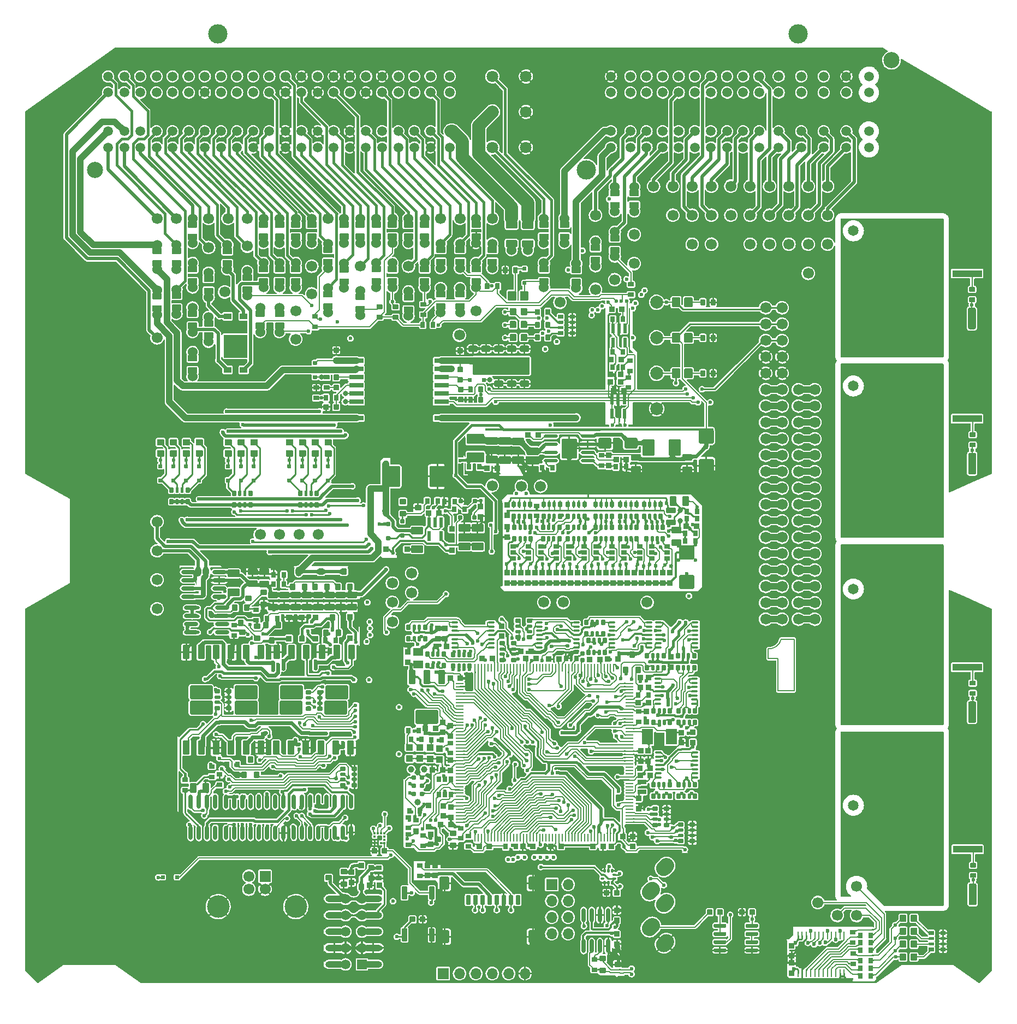
<source format=gtl>
G75*
G70*
%OFA0B0*%
%FSLAX25Y25*%
%IPPOS*%
%LPD*%
%AMOC8*
5,1,8,0,0,1.08239X$1,22.5*
%
%AMM150*
21,1,0.033470,0.026770,-0.000000,0.000000,0.000000*
21,1,0.026770,0.033470,-0.000000,0.000000,0.000000*
1,1,0.006690,0.013390,-0.013390*
1,1,0.006690,-0.013390,-0.013390*
1,1,0.006690,-0.013390,0.013390*
1,1,0.006690,0.013390,0.013390*
%
%AMM153*
21,1,0.027560,0.030710,-0.000000,0.000000,90.000000*
21,1,0.022050,0.036220,-0.000000,0.000000,90.000000*
1,1,0.005510,0.015350,0.011020*
1,1,0.005510,0.015350,-0.011020*
1,1,0.005510,-0.015350,-0.011020*
1,1,0.005510,-0.015350,0.011020*
%
%AMM155*
21,1,0.033470,0.026770,-0.000000,0.000000,270.000000*
21,1,0.026770,0.033470,-0.000000,0.000000,270.000000*
1,1,0.006690,-0.013390,-0.013390*
1,1,0.006690,-0.013390,0.013390*
1,1,0.006690,0.013390,0.013390*
1,1,0.006690,0.013390,-0.013390*
%
%AMM172*
21,1,0.035430,0.050000,-0.000000,-0.000000,90.000000*
21,1,0.028350,0.057090,-0.000000,-0.000000,90.000000*
1,1,0.007090,0.025000,0.014170*
1,1,0.007090,0.025000,-0.014170*
1,1,0.007090,-0.025000,-0.014170*
1,1,0.007090,-0.025000,0.014170*
%
%AMM173*
21,1,0.086610,0.073230,-0.000000,-0.000000,90.000000*
21,1,0.069290,0.090550,-0.000000,-0.000000,90.000000*
1,1,0.017320,0.036610,0.034650*
1,1,0.017320,0.036610,-0.034650*
1,1,0.017320,-0.036610,-0.034650*
1,1,0.017320,-0.036610,0.034650*
%
%AMM174*
21,1,0.027560,0.030710,-0.000000,-0.000000,270.000000*
21,1,0.022050,0.036220,-0.000000,-0.000000,270.000000*
1,1,0.005510,-0.015350,-0.011020*
1,1,0.005510,-0.015350,0.011020*
1,1,0.005510,0.015350,0.011020*
1,1,0.005510,0.015350,-0.011020*
%
%AMM175*
21,1,0.007870,0.503940,-0.000000,-0.000000,0.000000*
21,1,0.000000,0.511810,-0.000000,-0.000000,0.000000*
1,1,0.007870,-0.000000,-0.251970*
1,1,0.007870,-0.000000,-0.251970*
1,1,0.007870,-0.000000,0.251970*
1,1,0.007870,-0.000000,0.251970*
%
%AMM176*
21,1,0.025590,0.026380,-0.000000,-0.000000,180.000000*
21,1,0.020470,0.031500,-0.000000,-0.000000,180.000000*
1,1,0.005120,-0.010240,0.013190*
1,1,0.005120,0.010240,0.013190*
1,1,0.005120,0.010240,-0.013190*
1,1,0.005120,-0.010240,-0.013190*
%
%AMM177*
21,1,0.023620,0.030710,-0.000000,-0.000000,270.000000*
21,1,0.018900,0.035430,-0.000000,-0.000000,270.000000*
1,1,0.004720,-0.015350,-0.009450*
1,1,0.004720,-0.015350,0.009450*
1,1,0.004720,0.015350,0.009450*
1,1,0.004720,0.015350,-0.009450*
%
%AMM178*
21,1,0.033470,0.026770,-0.000000,-0.000000,90.000000*
21,1,0.026770,0.033470,-0.000000,-0.000000,90.000000*
1,1,0.006690,0.013390,0.013390*
1,1,0.006690,0.013390,-0.013390*
1,1,0.006690,-0.013390,-0.013390*
1,1,0.006690,-0.013390,0.013390*
%
%AMM179*
21,1,0.017720,0.027950,-0.000000,-0.000000,180.000000*
21,1,0.014170,0.031500,-0.000000,-0.000000,180.000000*
1,1,0.003540,-0.007090,0.013980*
1,1,0.003540,0.007090,0.013980*
1,1,0.003540,0.007090,-0.013980*
1,1,0.003540,-0.007090,-0.013980*
%
%AMM180*
21,1,0.039370,0.049210,-0.000000,-0.000000,270.000000*
21,1,0.031500,0.057090,-0.000000,-0.000000,270.000000*
1,1,0.007870,-0.024610,-0.015750*
1,1,0.007870,-0.024610,0.015750*
1,1,0.007870,0.024610,0.015750*
1,1,0.007870,0.024610,-0.015750*
%
%AMM181*
21,1,0.027560,0.030710,-0.000000,-0.000000,180.000000*
21,1,0.022050,0.036220,-0.000000,-0.000000,180.000000*
1,1,0.005510,-0.011020,0.015350*
1,1,0.005510,0.011020,0.015350*
1,1,0.005510,0.011020,-0.015350*
1,1,0.005510,-0.011020,-0.015350*
%
%AMM182*
21,1,0.039370,0.049210,-0.000000,-0.000000,0.000000*
21,1,0.031500,0.057090,-0.000000,-0.000000,0.000000*
1,1,0.007870,0.015750,-0.024610*
1,1,0.007870,-0.015750,-0.024610*
1,1,0.007870,-0.015750,0.024610*
1,1,0.007870,0.015750,0.024610*
%
%AMM183*
21,1,0.007870,0.041340,-0.000000,-0.000000,180.000000*
21,1,0.000000,0.049210,-0.000000,-0.000000,180.000000*
1,1,0.007870,-0.000000,0.020670*
1,1,0.007870,-0.000000,0.020670*
1,1,0.007870,-0.000000,-0.020670*
1,1,0.007870,-0.000000,-0.020670*
%
%AMM184*
21,1,0.033470,0.026770,-0.000000,-0.000000,0.000000*
21,1,0.026770,0.033470,-0.000000,-0.000000,0.000000*
1,1,0.006690,0.013390,-0.013390*
1,1,0.006690,-0.013390,-0.013390*
1,1,0.006690,-0.013390,0.013390*
1,1,0.006690,0.013390,0.013390*
%
%AMM185*
21,1,0.009840,0.919290,-0.000000,-0.000000,90.000000*
21,1,0.000000,0.929130,-0.000000,-0.000000,90.000000*
1,1,0.009840,0.459650,-0.000000*
1,1,0.009840,0.459650,-0.000000*
1,1,0.009840,-0.459650,-0.000000*
1,1,0.009840,-0.459650,-0.000000*
%
%AMM197*
21,1,0.033470,0.026770,-0.000000,0.000000,90.000000*
21,1,0.026770,0.033470,-0.000000,0.000000,90.000000*
1,1,0.006690,0.013390,0.013390*
1,1,0.006690,0.013390,-0.013390*
1,1,0.006690,-0.013390,-0.013390*
1,1,0.006690,-0.013390,0.013390*
%
%AMM198*
21,1,0.027560,0.030710,-0.000000,0.000000,0.000000*
21,1,0.022050,0.036220,-0.000000,0.000000,0.000000*
1,1,0.005510,0.011020,-0.015350*
1,1,0.005510,-0.011020,-0.015350*
1,1,0.005510,-0.011020,0.015350*
1,1,0.005510,0.011020,0.015350*
%
%AMM199*
21,1,0.015750,0.009840,-0.000000,0.000000,135.000000*
1,1,0.009840,0.005570,-0.005570*
1,1,0.009840,-0.005570,0.005570*
%
%AMM208*
21,1,0.035430,0.030320,-0.000000,0.000000,270.000000*
21,1,0.028350,0.037400,-0.000000,0.000000,270.000000*
1,1,0.007090,-0.015160,-0.014170*
1,1,0.007090,-0.015160,0.014170*
1,1,0.007090,0.015160,0.014170*
1,1,0.007090,0.015160,-0.014170*
%
%AMM221*
21,1,0.027560,0.030710,-0.000000,0.000000,270.000000*
21,1,0.022050,0.036220,-0.000000,0.000000,270.000000*
1,1,0.005510,-0.015350,-0.011020*
1,1,0.005510,-0.015350,0.011020*
1,1,0.005510,0.015350,0.011020*
1,1,0.005510,0.015350,-0.011020*
%
%AMM244*
21,1,0.009840,0.017720,-0.000000,-0.000000,0.000000*
21,1,0.000000,0.027560,-0.000000,-0.000000,0.000000*
1,1,0.009840,-0.000000,-0.008860*
1,1,0.009840,-0.000000,-0.008860*
1,1,0.009840,-0.000000,0.008860*
1,1,0.009840,-0.000000,0.008860*
%
%AMM245*
21,1,0.007870,1.416930,-0.000000,-0.000000,0.000000*
21,1,0.000000,1.424800,-0.000000,-0.000000,0.000000*
1,1,0.007870,-0.000000,-0.708470*
1,1,0.007870,-0.000000,-0.708470*
1,1,0.007870,-0.000000,0.708470*
1,1,0.007870,-0.000000,0.708470*
%
%AMM246*
21,1,0.137800,0.067720,-0.000000,-0.000000,180.000000*
21,1,0.120870,0.084650,-0.000000,-0.000000,180.000000*
1,1,0.016930,-0.060430,0.033860*
1,1,0.016930,0.060430,0.033860*
1,1,0.016930,0.060430,-0.033860*
1,1,0.016930,-0.060430,-0.033860*
%
%AMM247*
21,1,0.025590,0.026380,-0.000000,-0.000000,90.000000*
21,1,0.020470,0.031500,-0.000000,-0.000000,90.000000*
1,1,0.005120,0.013190,0.010240*
1,1,0.005120,0.013190,-0.010240*
1,1,0.005120,-0.013190,-0.010240*
1,1,0.005120,-0.013190,0.010240*
%
%AMM248*
21,1,0.017720,0.027950,-0.000000,-0.000000,90.000000*
21,1,0.014170,0.031500,-0.000000,-0.000000,90.000000*
1,1,0.003540,0.013980,0.007090*
1,1,0.003540,0.013980,-0.007090*
1,1,0.003540,-0.013980,-0.007090*
1,1,0.003540,-0.013980,0.007090*
%
%AMM249*
21,1,0.035430,0.030320,-0.000000,-0.000000,0.000000*
21,1,0.028350,0.037400,-0.000000,-0.000000,0.000000*
1,1,0.007090,0.014170,-0.015160*
1,1,0.007090,-0.014170,-0.015160*
1,1,0.007090,-0.014170,0.015160*
1,1,0.007090,0.014170,0.015160*
%
%AMM250*
21,1,0.035830,0.026770,-0.000000,-0.000000,90.000000*
21,1,0.029130,0.033470,-0.000000,-0.000000,90.000000*
1,1,0.006690,0.013390,0.014570*
1,1,0.006690,0.013390,-0.014570*
1,1,0.006690,-0.013390,-0.014570*
1,1,0.006690,-0.013390,0.014570*
%
%AMM251*
21,1,0.043310,0.075980,-0.000000,-0.000000,180.000000*
21,1,0.034650,0.084650,-0.000000,-0.000000,180.000000*
1,1,0.008660,-0.017320,0.037990*
1,1,0.008660,0.017320,0.037990*
1,1,0.008660,0.017320,-0.037990*
1,1,0.008660,-0.017320,-0.037990*
%
%AMM252*
21,1,0.043310,0.075990,-0.000000,-0.000000,180.000000*
21,1,0.034650,0.084650,-0.000000,-0.000000,180.000000*
1,1,0.008660,-0.017320,0.037990*
1,1,0.008660,0.017320,0.037990*
1,1,0.008660,0.017320,-0.037990*
1,1,0.008660,-0.017320,-0.037990*
%
%AMM253*
21,1,0.035430,0.030320,-0.000000,-0.000000,90.000000*
21,1,0.028350,0.037400,-0.000000,-0.000000,90.000000*
1,1,0.007090,0.015160,0.014170*
1,1,0.007090,0.015160,-0.014170*
1,1,0.007090,-0.015160,-0.014170*
1,1,0.007090,-0.015160,0.014170*
%
%AMM254*
21,1,0.007870,1.704720,-0.000000,-0.000000,90.000000*
21,1,0.000000,1.712600,-0.000000,-0.000000,90.000000*
1,1,0.007870,0.852360,-0.000000*
1,1,0.007870,0.852360,-0.000000*
1,1,0.007870,-0.852360,-0.000000*
1,1,0.007870,-0.852360,-0.000000*
%
%AMM255*
21,1,0.007870,0.023620,-0.000000,-0.000000,135.000000*
21,1,0.000000,0.031500,-0.000000,-0.000000,135.000000*
1,1,0.007870,0.008350,0.008350*
1,1,0.007870,0.008350,0.008350*
1,1,0.007870,-0.008350,-0.008350*
1,1,0.007870,-0.008350,-0.008350*
%
%AMM256*
21,1,0.007870,1.787400,-0.000000,-0.000000,90.000000*
21,1,0.000000,1.795280,-0.000000,-0.000000,90.000000*
1,1,0.007870,0.893700,-0.000000*
1,1,0.007870,0.893700,-0.000000*
1,1,0.007870,-0.893700,-0.000000*
1,1,0.007870,-0.893700,-0.000000*
%
%AMM257*
21,1,0.007870,1.405510,-0.000000,-0.000000,0.000000*
21,1,0.000000,1.413390,-0.000000,-0.000000,0.000000*
1,1,0.007870,-0.000000,-0.702760*
1,1,0.007870,-0.000000,-0.702760*
1,1,0.007870,-0.000000,0.702760*
1,1,0.007870,-0.000000,0.702760*
%
%AMM258*
21,1,0.007870,0.055120,-0.000000,-0.000000,90.000000*
21,1,0.000000,0.062990,-0.000000,-0.000000,90.000000*
1,1,0.007870,0.027560,-0.000000*
1,1,0.007870,0.027560,-0.000000*
1,1,0.007870,-0.027560,-0.000000*
1,1,0.007870,-0.027560,-0.000000*
%
%AMM259*
21,1,0.007870,0.039370,-0.000000,-0.000000,225.000000*
21,1,0.000000,0.047240,-0.000000,-0.000000,225.000000*
1,1,0.007870,-0.013920,0.013920*
1,1,0.007870,-0.013920,0.013920*
1,1,0.007870,0.013920,-0.013920*
1,1,0.007870,0.013920,-0.013920*
%
%AMM260*
21,1,0.039370,0.035430,-0.000000,-0.000000,90.000000*
21,1,0.031500,0.043310,-0.000000,-0.000000,90.000000*
1,1,0.007870,0.017720,0.015750*
1,1,0.007870,0.017720,-0.015750*
1,1,0.007870,-0.017720,-0.015750*
1,1,0.007870,-0.017720,0.015750*
%
%AMM261*
21,1,0.027560,0.030710,-0.000000,-0.000000,0.000000*
21,1,0.022050,0.036220,-0.000000,-0.000000,0.000000*
1,1,0.005510,0.011020,-0.015350*
1,1,0.005510,-0.011020,-0.015350*
1,1,0.005510,-0.011020,0.015350*
1,1,0.005510,0.011020,0.015350*
%
%AMM262*
21,1,0.035830,0.026770,-0.000000,-0.000000,0.000000*
21,1,0.029130,0.033470,-0.000000,-0.000000,0.000000*
1,1,0.006690,0.014570,-0.013390*
1,1,0.006690,-0.014570,-0.013390*
1,1,0.006690,-0.014570,0.013390*
1,1,0.006690,0.014570,0.013390*
%
%AMM263*
21,1,0.027560,0.018900,-0.000000,-0.000000,0.000000*
21,1,0.022840,0.023620,-0.000000,-0.000000,0.000000*
1,1,0.004720,0.011420,-0.009450*
1,1,0.004720,-0.011420,-0.009450*
1,1,0.004720,-0.011420,0.009450*
1,1,0.004720,0.011420,0.009450*
%
%AMM264*
21,1,0.027560,0.049610,-0.000000,-0.000000,90.000000*
21,1,0.022050,0.055120,-0.000000,-0.000000,90.000000*
1,1,0.005510,0.024800,0.011020*
1,1,0.005510,0.024800,-0.011020*
1,1,0.005510,-0.024800,-0.011020*
1,1,0.005510,-0.024800,0.011020*
%
%AMM265*
21,1,0.007870,0.029130,-0.000000,-0.000000,45.000000*
21,1,0.000000,0.037010,-0.000000,-0.000000,45.000000*
1,1,0.007870,0.010300,-0.010300*
1,1,0.007870,0.010300,-0.010300*
1,1,0.007870,-0.010300,0.010300*
1,1,0.007870,-0.010300,0.010300*
%
%AMM266*
21,1,0.007870,0.014960,-0.000000,-0.000000,315.000000*
21,1,0.000000,0.022840,-0.000000,-0.000000,315.000000*
1,1,0.007870,-0.005290,-0.005290*
1,1,0.007870,-0.005290,-0.005290*
1,1,0.007870,0.005290,0.005290*
1,1,0.007870,0.005290,0.005290*
%
%AMM267*
21,1,0.007870,0.013780,-0.000000,-0.000000,225.000000*
21,1,0.000000,0.021650,-0.000000,-0.000000,225.000000*
1,1,0.007870,-0.004870,0.004870*
1,1,0.007870,-0.004870,0.004870*
1,1,0.007870,0.004870,-0.004870*
1,1,0.007870,0.004870,-0.004870*
%
%AMM268*
21,1,0.023620,0.030710,-0.000000,-0.000000,0.000000*
21,1,0.018900,0.035430,-0.000000,-0.000000,0.000000*
1,1,0.004720,0.009450,-0.015350*
1,1,0.004720,-0.009450,-0.015350*
1,1,0.004720,-0.009450,0.015350*
1,1,0.004720,0.009450,0.015350*
%
%AMM285*
21,1,0.035430,0.030320,-0.000000,0.000000,90.000000*
21,1,0.028350,0.037400,-0.000000,0.000000,90.000000*
1,1,0.007090,0.015160,0.014170*
1,1,0.007090,0.015160,-0.014170*
1,1,0.007090,-0.015160,-0.014170*
1,1,0.007090,-0.015160,0.014170*
%
%AMM305*
21,1,0.035430,0.030320,-0.000000,-0.000000,180.000000*
21,1,0.028350,0.037400,-0.000000,-0.000000,180.000000*
1,1,0.007090,-0.014170,0.015160*
1,1,0.007090,0.014170,0.015160*
1,1,0.007090,0.014170,-0.015160*
1,1,0.007090,-0.014170,-0.015160*
%
%AMM306*
21,1,0.003940,0.007870,-0.000000,-0.000000,315.000000*
1,1,0.007870,-0.001390,0.001390*
1,1,0.007870,0.001390,-0.001390*
%
%AMM307*
21,1,0.087800,0.007870,-0.000000,-0.000000,225.000000*
1,1,0.007870,0.031040,0.031040*
1,1,0.007870,-0.031040,-0.031040*
%
%AMM308*
21,1,0.035830,0.026770,-0.000000,-0.000000,270.000000*
21,1,0.029130,0.033470,-0.000000,-0.000000,270.000000*
1,1,0.006690,-0.013390,-0.014570*
1,1,0.006690,-0.013390,0.014570*
1,1,0.006690,0.013390,0.014570*
1,1,0.006690,0.013390,-0.014570*
%
%AMM309*
21,1,0.043310,0.075990,-0.000000,-0.000000,0.000000*
21,1,0.034650,0.084650,-0.000000,-0.000000,0.000000*
1,1,0.008660,0.017320,-0.037990*
1,1,0.008660,-0.017320,-0.037990*
1,1,0.008660,-0.017320,0.037990*
1,1,0.008660,0.017320,0.037990*
%
%AMM31*
21,1,0.027560,0.030710,0.000000,0.000000,270.000000*
21,1,0.022050,0.036220,0.000000,0.000000,270.000000*
1,1,0.005510,-0.015350,-0.011020*
1,1,0.005510,-0.015350,0.011020*
1,1,0.005510,0.015350,0.011020*
1,1,0.005510,0.015350,-0.011020*
%
%AMM310*
21,1,0.043310,0.075980,-0.000000,-0.000000,0.000000*
21,1,0.034650,0.084650,-0.000000,-0.000000,0.000000*
1,1,0.008660,0.017320,-0.037990*
1,1,0.008660,-0.017320,-0.037990*
1,1,0.008660,-0.017320,0.037990*
1,1,0.008660,0.017320,0.037990*
%
%AMM311*
21,1,0.025590,0.026380,-0.000000,-0.000000,270.000000*
21,1,0.020470,0.031500,-0.000000,-0.000000,270.000000*
1,1,0.005120,-0.013190,-0.010240*
1,1,0.005120,-0.013190,0.010240*
1,1,0.005120,0.013190,0.010240*
1,1,0.005120,0.013190,-0.010240*
%
%AMM312*
21,1,0.137800,0.067720,-0.000000,-0.000000,0.000000*
21,1,0.120870,0.084650,-0.000000,-0.000000,0.000000*
1,1,0.016930,0.060430,-0.033860*
1,1,0.016930,-0.060430,-0.033860*
1,1,0.016930,-0.060430,0.033860*
1,1,0.016930,0.060430,0.033860*
%
%AMM313*
21,1,0.017720,0.027950,-0.000000,-0.000000,270.000000*
21,1,0.014170,0.031500,-0.000000,-0.000000,270.000000*
1,1,0.003540,-0.013980,-0.007090*
1,1,0.003540,-0.013980,0.007090*
1,1,0.003540,0.013980,0.007090*
1,1,0.003540,0.013980,-0.007090*
%
%AMM314*
21,1,0.070870,0.036220,-0.000000,-0.000000,180.000000*
21,1,0.061810,0.045280,-0.000000,-0.000000,180.000000*
1,1,0.009060,-0.030910,0.018110*
1,1,0.009060,0.030910,0.018110*
1,1,0.009060,0.030910,-0.018110*
1,1,0.009060,-0.030910,-0.018110*
%
%AMM315*
21,1,0.031500,0.007870,-0.000000,-0.000000,135.000000*
1,1,0.007870,0.011140,-0.011140*
1,1,0.007870,-0.011140,0.011140*
%
%AMM324*
21,1,0.007870,0.078350,-0.000000,0.000000,225.000000*
21,1,0.000000,0.086220,-0.000000,0.000000,225.000000*
1,1,0.007870,-0.027700,0.027700*
1,1,0.007870,-0.027700,0.027700*
1,1,0.007870,0.027700,-0.027700*
1,1,0.007870,0.027700,-0.027700*
%
%AMM325*
21,1,0.007870,0.643700,-0.000000,0.000000,0.000000*
21,1,0.000000,0.651580,-0.000000,0.000000,0.000000*
1,1,0.007870,-0.000000,-0.321850*
1,1,0.007870,-0.000000,-0.321850*
1,1,0.007870,-0.000000,0.321850*
1,1,0.007870,-0.000000,0.321850*
%
%AMM326*
21,1,0.007870,0.287010,-0.000000,0.000000,270.000000*
21,1,0.000000,0.294880,-0.000000,0.000000,270.000000*
1,1,0.007870,-0.143500,0.000000*
1,1,0.007870,-0.143500,0.000000*
1,1,0.007870,0.143500,0.000000*
1,1,0.007870,0.143500,0.000000*
%
%AMM331*
21,1,0.007870,0.080320,-0.000000,0.000000,315.000000*
21,1,0.000000,0.088190,-0.000000,0.000000,315.000000*
1,1,0.007870,-0.028400,-0.028400*
1,1,0.007870,-0.028400,-0.028400*
1,1,0.007870,0.028400,0.028400*
1,1,0.007870,0.028400,0.028400*
%
%AMM332*
21,1,0.035830,0.026770,-0.000000,0.000000,90.000000*
21,1,0.029130,0.033470,-0.000000,0.000000,90.000000*
1,1,0.006690,0.013390,0.014570*
1,1,0.006690,0.013390,-0.014570*
1,1,0.006690,-0.013390,-0.014570*
1,1,0.006690,-0.013390,0.014570*
%
%AMM333*
21,1,0.007870,0.400390,-0.000000,0.000000,90.000000*
21,1,0.000000,0.408270,-0.000000,0.000000,90.000000*
1,1,0.007870,0.200200,0.000000*
1,1,0.007870,0.200200,0.000000*
1,1,0.007870,-0.200200,0.000000*
1,1,0.007870,-0.200200,0.000000*
%
%AMM334*
21,1,0.007870,0.640160,-0.000000,0.000000,0.000000*
21,1,0.000000,0.648030,-0.000000,0.000000,0.000000*
1,1,0.007870,-0.000000,-0.320080*
1,1,0.007870,-0.000000,-0.320080*
1,1,0.007870,-0.000000,0.320080*
1,1,0.007870,-0.000000,0.320080*
%
%AMM342*
21,1,0.021650,0.052760,0.000000,-0.000000,180.000000*
21,1,0.017320,0.057090,0.000000,-0.000000,180.000000*
1,1,0.004330,-0.008660,0.026380*
1,1,0.004330,0.008660,0.026380*
1,1,0.004330,0.008660,-0.026380*
1,1,0.004330,-0.008660,-0.026380*
%
%AMM343*
21,1,0.027560,0.030710,0.000000,-0.000000,90.000000*
21,1,0.022050,0.036220,0.000000,-0.000000,90.000000*
1,1,0.005510,0.015350,0.011020*
1,1,0.005510,0.015350,-0.011020*
1,1,0.005510,-0.015350,-0.011020*
1,1,0.005510,-0.015350,0.011020*
%
%AMM344*
21,1,0.027560,0.030710,0.000000,-0.000000,180.000000*
21,1,0.022050,0.036220,0.000000,-0.000000,180.000000*
1,1,0.005510,-0.011020,0.015350*
1,1,0.005510,0.011020,0.015350*
1,1,0.005510,0.011020,-0.015350*
1,1,0.005510,-0.011020,-0.015350*
%
%AMM345*
21,1,0.033470,0.026770,0.000000,-0.000000,180.000000*
21,1,0.026770,0.033470,0.000000,-0.000000,180.000000*
1,1,0.006690,-0.013390,0.013390*
1,1,0.006690,0.013390,0.013390*
1,1,0.006690,0.013390,-0.013390*
1,1,0.006690,-0.013390,-0.013390*
%
%AMM363*
21,1,0.035430,0.030320,-0.000000,-0.000000,270.000000*
21,1,0.028350,0.037400,-0.000000,-0.000000,270.000000*
1,1,0.007090,-0.015160,-0.014170*
1,1,0.007090,-0.015160,0.014170*
1,1,0.007090,0.015160,0.014170*
1,1,0.007090,0.015160,-0.014170*
%
%AMM364*
21,1,0.047240,0.015750,-0.000000,-0.000000,315.000000*
1,1,0.015750,-0.016700,0.016700*
1,1,0.015750,0.016700,-0.016700*
%
%AMM365*
21,1,0.021650,0.052760,-0.000000,-0.000000,180.000000*
21,1,0.017320,0.057090,-0.000000,-0.000000,180.000000*
1,1,0.004330,-0.008660,0.026380*
1,1,0.004330,0.008660,0.026380*
1,1,0.004330,0.008660,-0.026380*
1,1,0.004330,-0.008660,-0.026380*
%
%AMM366*
21,1,0.023620,0.018900,-0.000000,-0.000000,90.000000*
21,1,0.018900,0.023620,-0.000000,-0.000000,90.000000*
1,1,0.004720,0.009450,0.009450*
1,1,0.004720,0.009450,-0.009450*
1,1,0.004720,-0.009450,-0.009450*
1,1,0.004720,-0.009450,0.009450*
%
%AMM367*
21,1,0.094490,0.111020,-0.000000,-0.000000,0.000000*
21,1,0.075590,0.129920,-0.000000,-0.000000,0.000000*
1,1,0.018900,0.037800,-0.055510*
1,1,0.018900,-0.037800,-0.055510*
1,1,0.018900,-0.037800,0.055510*
1,1,0.018900,0.037800,0.055510*
%
%AMM368*
21,1,0.023620,0.018900,-0.000000,-0.000000,0.000000*
21,1,0.018900,0.023620,-0.000000,-0.000000,0.000000*
1,1,0.004720,0.009450,-0.009450*
1,1,0.004720,-0.009450,-0.009450*
1,1,0.004720,-0.009450,0.009450*
1,1,0.004720,0.009450,0.009450*
%
%AMM369*
21,1,0.035830,0.026770,-0.000000,-0.000000,180.000000*
21,1,0.029130,0.033470,-0.000000,-0.000000,180.000000*
1,1,0.006690,-0.014570,0.013390*
1,1,0.006690,0.014570,0.013390*
1,1,0.006690,0.014570,-0.013390*
1,1,0.006690,-0.014570,-0.013390*
%
%AMM370*
21,1,0.033470,0.026770,-0.000000,-0.000000,270.000000*
21,1,0.026770,0.033470,-0.000000,-0.000000,270.000000*
1,1,0.006690,-0.013390,-0.013390*
1,1,0.006690,-0.013390,0.013390*
1,1,0.006690,0.013390,0.013390*
1,1,0.006690,0.013390,-0.013390*
%
%AMM390*
21,1,0.106300,0.050390,-0.000000,-0.000000,180.000000*
21,1,0.093700,0.062990,-0.000000,-0.000000,180.000000*
1,1,0.012600,-0.046850,0.025200*
1,1,0.012600,0.046850,0.025200*
1,1,0.012600,0.046850,-0.025200*
1,1,0.012600,-0.046850,-0.025200*
%
%AMM391*
21,1,0.074800,0.083460,-0.000000,-0.000000,0.000000*
21,1,0.059840,0.098430,-0.000000,-0.000000,0.000000*
1,1,0.014960,0.029920,-0.041730*
1,1,0.014960,-0.029920,-0.041730*
1,1,0.014960,-0.029920,0.041730*
1,1,0.014960,0.029920,0.041730*
%
%AMM392*
21,1,0.078740,0.053540,-0.000000,-0.000000,0.000000*
21,1,0.065350,0.066930,-0.000000,-0.000000,0.000000*
1,1,0.013390,0.032680,-0.026770*
1,1,0.013390,-0.032680,-0.026770*
1,1,0.013390,-0.032680,0.026770*
1,1,0.013390,0.032680,0.026770*
%
%AMM393*
21,1,0.122050,0.075590,-0.000000,-0.000000,90.000000*
21,1,0.103150,0.094490,-0.000000,-0.000000,90.000000*
1,1,0.018900,0.037800,0.051580*
1,1,0.018900,0.037800,-0.051580*
1,1,0.018900,-0.037800,-0.051580*
1,1,0.018900,-0.037800,0.051580*
%
%AMM394*
21,1,0.086610,0.073230,-0.000000,-0.000000,270.000000*
21,1,0.069290,0.090550,-0.000000,-0.000000,270.000000*
1,1,0.017320,-0.036610,-0.034650*
1,1,0.017320,-0.036610,0.034650*
1,1,0.017320,0.036610,0.034650*
1,1,0.017320,0.036610,-0.034650*
%
%AMM395*
21,1,0.070870,0.036220,-0.000000,-0.000000,0.000000*
21,1,0.061810,0.045280,-0.000000,-0.000000,0.000000*
1,1,0.009060,0.030910,-0.018110*
1,1,0.009060,-0.030910,-0.018110*
1,1,0.009060,-0.030910,0.018110*
1,1,0.009060,0.030910,0.018110*
%
%AMM76*
21,1,0.078740,0.045670,0.000000,0.000000,270.000000*
21,1,0.067320,0.057090,0.000000,0.000000,270.000000*
1,1,0.011420,-0.022840,-0.033660*
1,1,0.011420,-0.022840,0.033660*
1,1,0.011420,0.022840,0.033660*
1,1,0.011420,0.022840,-0.033660*
%
%AMM77*
21,1,0.059060,0.020470,0.000000,0.000000,270.000000*
21,1,0.053940,0.025590,0.000000,0.000000,270.000000*
1,1,0.005120,-0.010240,-0.026970*
1,1,0.005120,-0.010240,0.026970*
1,1,0.005120,0.010240,0.026970*
1,1,0.005120,0.010240,-0.026970*
%
%AMM78*
21,1,0.033470,0.026770,0.000000,0.000000,90.000000*
21,1,0.026770,0.033470,0.000000,0.000000,90.000000*
1,1,0.006690,0.013390,0.013390*
1,1,0.006690,0.013390,-0.013390*
1,1,0.006690,-0.013390,-0.013390*
1,1,0.006690,-0.013390,0.013390*
%
%ADD10C,0.01969*%
%ADD100O,0.56890X0.01969*%
%ADD103R,0.37008X0.42520*%
%ADD105O,0.01969X0.00984*%
%ADD108O,0.19685X0.01575*%
%ADD115C,0.07087*%
%ADD116R,0.05906X0.05118*%
%ADD118C,0.09843*%
%ADD119O,0.04724X0.01969*%
%ADD12O,0.05118X0.00866*%
%ADD124O,0.00787X0.16732*%
%ADD127O,0.00787X0.12205*%
%ADD129O,0.03937X0.05906*%
%ADD130C,0.02362*%
%ADD131O,0.01575X0.28347*%
%ADD132C,0.06496*%
%ADD133C,0.05118*%
%ADD134O,0.02362X0.08661*%
%ADD137O,0.00984X0.01968*%
%ADD14O,0.01969X0.44882*%
%ADD141O,0.06693X0.00787*%
%ADD142C,0.13780*%
%ADD150M78*%
%ADD151C,0.03937*%
%ADD153R,0.30000X0.45000*%
%ADD154O,0.01968X0.00984*%
%ADD158R,0.18110X0.04331*%
%ADD16C,0.03100*%
%ADD160C,0.03150*%
%ADD169O,0.01575X0.28346*%
%ADD173O,0.00787X0.34744*%
%ADD180M31*%
%ADD182O,0.04724X0.01968*%
%ADD185O,0.00787X0.01968*%
%ADD189O,0.01969X0.50000*%
%ADD196O,0.00984X0.01969*%
%ADD197O,0.01969X0.11811*%
%ADD200O,1.18110X0.01575*%
%ADD210R,0.01476X0.01378*%
%ADD214R,0.20000X0.08000*%
%ADD219R,0.01378X0.01476*%
%ADD230O,0.00787X1.01772*%
%ADD234O,0.03150X0.02362*%
%ADD236R,0.06693X0.09449*%
%ADD241O,0.00787X0.43701*%
%ADD243C,0.00984*%
%ADD245C,0.06000*%
%ADD246O,0.25591X0.00787*%
%ADD247O,0.00787X0.36220*%
%ADD249O,0.26772X0.00787*%
%ADD254O,0.54331X0.00787*%
%ADD257O,0.03937X0.01968*%
%ADD26C,0.01575*%
%ADD261O,0.00866X0.05118*%
%ADD262O,0.01968X0.50000*%
%ADD267O,0.01968X0.03937*%
%ADD27O,0.56890X0.01968*%
%ADD270O,1.39370X0.01575*%
%ADD273O,0.00787X0.16339*%
%ADD275C,0.01968*%
%ADD276O,0.06693X0.06693*%
%ADD277O,0.00787X0.14173*%
%ADD282O,0.08661X0.02362*%
%ADD288O,0.03937X0.34428*%
%ADD290O,0.03937X0.34429*%
%ADD292R,0.04724X0.03543*%
%ADD295O,0.68504X0.01575*%
%ADD296O,0.44587X0.00787*%
%ADD298O,0.35433X0.01575*%
%ADD299O,0.40157X0.00984*%
%ADD301O,0.01575X0.00787*%
%ADD303C,0.03900*%
%ADD315M150*%
%ADD318M153*%
%ADD32O,0.00984X0.22835*%
%ADD320M155*%
%ADD33O,0.03937X0.01969*%
%ADD337M172*%
%ADD338M173*%
%ADD339M174*%
%ADD34O,0.01968X0.11811*%
%ADD340M175*%
%ADD341M176*%
%ADD342M177*%
%ADD343M178*%
%ADD344M179*%
%ADD345M180*%
%ADD346M181*%
%ADD347M182*%
%ADD348M183*%
%ADD349M184*%
%ADD350M185*%
%ADD362O,0.00984X0.04961*%
%ADD363M197*%
%ADD364M198*%
%ADD365M199*%
%ADD366O,0.40158X0.00984*%
%ADD376M208*%
%ADD391M221*%
%ADD40C,0.06693*%
%ADD41O,0.04331X0.01181*%
%ADD418M244*%
%ADD419M245*%
%ADD42C,0.07874*%
%ADD420M246*%
%ADD421M247*%
%ADD422M248*%
%ADD423M249*%
%ADD424M250*%
%ADD425M251*%
%ADD426M252*%
%ADD427M253*%
%ADD428M254*%
%ADD429M255*%
%ADD430M256*%
%ADD431M257*%
%ADD432M258*%
%ADD433M259*%
%ADD434M260*%
%ADD435M261*%
%ADD436M262*%
%ADD437M263*%
%ADD438M264*%
%ADD439M265*%
%ADD44C,0.05906*%
%ADD440M266*%
%ADD441M267*%
%ADD442M268*%
%ADD465M285*%
%ADD48R,0.06693X0.06693*%
%ADD494M305*%
%ADD495M306*%
%ADD496M307*%
%ADD497M308*%
%ADD498M309*%
%ADD499M310*%
%ADD500M311*%
%ADD501M312*%
%ADD502M313*%
%ADD503M314*%
%ADD504M315*%
%ADD513M324*%
%ADD514M325*%
%ADD515M326*%
%ADD520O,0.11221X0.04016*%
%ADD521M331*%
%ADD522M332*%
%ADD523M333*%
%ADD524M334*%
%ADD53O,1.01181X0.00787*%
%ADD533M342*%
%ADD534M343*%
%ADD535M344*%
%ADD536M345*%
%ADD562M363*%
%ADD563M364*%
%ADD564M365*%
%ADD565M366*%
%ADD566M367*%
%ADD567M368*%
%ADD568M369*%
%ADD569M370*%
%ADD59O,0.00787X0.36221*%
%ADD597M390*%
%ADD598M391*%
%ADD599M392*%
%ADD600M393*%
%ADD601M394*%
%ADD602M395*%
%ADD62C,0.01181*%
%ADD63C,0.00787*%
%ADD64O,0.00787X0.56693*%
%ADD66O,0.01575X0.21260*%
%ADD76O,0.01968X0.44882*%
%ADD77C,0.11811*%
%ADD79O,0.22323X0.00787*%
%ADD81M76*%
%ADD85M77*%
%ADD87O,0.08661X0.01968*%
%ADD89R,0.05906X0.05906*%
%ADD90O,0.01575X0.38583*%
%ADD91R,0.08661X0.03150*%
%ADD98O,0.00787X0.01969*%
%ADD99R,0.01968X0.01968*%
X0000000Y0000000D02*
%LPD*%
G01*
D63*
X0487423Y0217747D02*
X0487423Y0198062D01*
X0481517Y0217747D02*
X0481517Y0223652D01*
X0497265Y0229558D02*
X0489391Y0229558D01*
X0487423Y0198062D02*
X0497265Y0198062D01*
X0481517Y0217747D02*
X0487423Y0217747D01*
X0497265Y0198062D02*
X0497265Y0229558D01*
X0489391Y0229558D02*
G75*
G02*
X0481517Y0223652I-007565J0001885D01*
G01*
G36*
G01*
X0308465Y0443346D02*
X0308465Y0446417D01*
G75*
G02*
X0308740Y0446693I0000276J0000000D01*
G01*
X0310945Y0446693D01*
G75*
G02*
X0311220Y0446417I0000000J-000276D01*
G01*
X0311220Y0443346D01*
G75*
G02*
X0310945Y0443071I-000276J0000000D01*
G01*
X0308740Y0443071D01*
G75*
G02*
X0308465Y0443346I0000000J0000276D01*
G01*
G37*
G36*
G01*
X0314764Y0443346D02*
X0314764Y0446417D01*
G75*
G02*
X0315039Y0446693I0000276J0000000D01*
G01*
X0317244Y0446693D01*
G75*
G02*
X0317520Y0446417I0000000J-000276D01*
G01*
X0317520Y0443346D01*
G75*
G02*
X0317244Y0443071I-000276J0000000D01*
G01*
X0315039Y0443071D01*
G75*
G02*
X0314764Y0443346I0000000J0000276D01*
G01*
G37*
D40*
X0411417Y0505906D03*
D245*
X0129921Y0416909D03*
G36*
G01*
X0132382Y0418701D02*
X0127461Y0418701D01*
G75*
G02*
X0127067Y0419094I0000000J0000394D01*
G01*
X0127067Y0422244D01*
G75*
G02*
X0127461Y0422638I0000394J0000000D01*
G01*
X0132382Y0422638D01*
G75*
G02*
X0132776Y0422244I0000000J-000394D01*
G01*
X0132776Y0419094D01*
G75*
G02*
X0132382Y0418701I-000394J0000000D01*
G01*
G37*
X0129921Y0431909D03*
G36*
G01*
X0132382Y0426181D02*
X0127461Y0426181D01*
G75*
G02*
X0127067Y0426575I0000000J0000394D01*
G01*
X0127067Y0429724D01*
G75*
G02*
X0127461Y0430118I0000394J0000000D01*
G01*
X0132382Y0430118D01*
G75*
G02*
X0132776Y0429724I0000000J-000394D01*
G01*
X0132776Y0426575D01*
G75*
G02*
X0132382Y0426181I-000394J0000000D01*
G01*
G37*
G36*
G01*
X0608415Y0190650D02*
X0608415Y0179429D01*
G75*
G02*
X0607431Y0178445I-000984J0000000D01*
G01*
X0604577Y0178445D01*
G75*
G02*
X0603593Y0179429I0000000J0000984D01*
G01*
X0603593Y0190650D01*
G75*
G02*
X0604577Y0191634I0000984J0000000D01*
G01*
X0607431Y0191634D01*
G75*
G02*
X0608415Y0190650I0000000J-000984D01*
G01*
G37*
G36*
G01*
X0585089Y0190650D02*
X0585089Y0179429D01*
G75*
G02*
X0584104Y0178445I-000984J0000000D01*
G01*
X0581250Y0178445D01*
G75*
G02*
X0580266Y0179429I0000000J0000984D01*
G01*
X0580266Y0190650D01*
G75*
G02*
X0581250Y0191634I0000984J0000000D01*
G01*
X0584104Y0191634D01*
G75*
G02*
X0585089Y0190650I0000000J-000984D01*
G01*
G37*
D40*
X0505906Y0470472D03*
X0446850Y0488189D03*
D48*
X0282992Y0025591D03*
D276*
X0292992Y0025591D03*
X0302992Y0025591D03*
X0312992Y0025591D03*
X0322992Y0025591D03*
X0332992Y0025591D03*
D245*
X0334646Y0486024D03*
G36*
G01*
X0331102Y0480728D02*
X0331102Y0483445D01*
G75*
G02*
X0332008Y0484350I0000906J0000000D01*
G01*
X0337283Y0484350D01*
G75*
G02*
X0338189Y0483445I0000000J-000906D01*
G01*
X0338189Y0480728D01*
G75*
G02*
X0337283Y0479823I-000906J0000000D01*
G01*
X0332008Y0479823D01*
G75*
G02*
X0331102Y0480728I0000000J0000906D01*
G01*
G37*
G36*
G01*
X0331102Y0469311D02*
X0331102Y0472028D01*
G75*
G02*
X0332008Y0472933I0000906J0000000D01*
G01*
X0337283Y0472933D01*
G75*
G02*
X0338189Y0472028I0000000J-000906D01*
G01*
X0338189Y0469311D01*
G75*
G02*
X0337283Y0468405I-000906J0000000D01*
G01*
X0332008Y0468405D01*
G75*
G02*
X0331102Y0469311I0000000J0000906D01*
G01*
G37*
X0334646Y0466732D03*
G36*
G01*
X0291969Y0407106D02*
X0294646Y0407106D01*
G75*
G02*
X0294980Y0406772I0000000J-000335D01*
G01*
X0294980Y0404094D01*
G75*
G02*
X0294646Y0403760I-000335J0000000D01*
G01*
X0291969Y0403760D01*
G75*
G02*
X0291634Y0404094I0000000J0000335D01*
G01*
X0291634Y0406772D01*
G75*
G02*
X0291969Y0407106I0000335J0000000D01*
G01*
G37*
G36*
G01*
X0291969Y0400886D02*
X0294646Y0400886D01*
G75*
G02*
X0294980Y0400551I0000000J-000335D01*
G01*
X0294980Y0397874D01*
G75*
G02*
X0294646Y0397539I-000335J0000000D01*
G01*
X0291969Y0397539D01*
G75*
G02*
X0291634Y0397874I0000000J0000335D01*
G01*
X0291634Y0400551D01*
G75*
G02*
X0291969Y0400886I0000335J0000000D01*
G01*
G37*
D158*
X0603248Y0101319D03*
D103*
X0567224Y0111319D03*
D158*
X0603248Y0121319D03*
G36*
G01*
X0339173Y0419724D02*
X0339173Y0422795D01*
G75*
G02*
X0339449Y0423071I0000276J0000000D01*
G01*
X0341654Y0423071D01*
G75*
G02*
X0341929Y0422795I0000000J-000276D01*
G01*
X0341929Y0419724D01*
G75*
G02*
X0341654Y0419449I-000276J0000000D01*
G01*
X0339449Y0419449D01*
G75*
G02*
X0339173Y0419724I0000000J0000276D01*
G01*
G37*
G36*
G01*
X0345472Y0419724D02*
X0345472Y0422795D01*
G75*
G02*
X0345748Y0423071I0000276J0000000D01*
G01*
X0347953Y0423071D01*
G75*
G02*
X0348228Y0422795I0000000J-000276D01*
G01*
X0348228Y0419724D01*
G75*
G02*
X0347953Y0419449I-000276J0000000D01*
G01*
X0345748Y0419449D01*
G75*
G02*
X0345472Y0419724I0000000J0000276D01*
G01*
G37*
D40*
X0482283Y0505906D03*
X0499921Y0291772D03*
X0499921Y0301772D03*
X0499921Y0311772D03*
X0499921Y0321772D03*
X0499921Y0331772D03*
X0509921Y0291772D03*
X0509921Y0301772D03*
X0509921Y0311772D03*
X0509921Y0321772D03*
X0509921Y0331772D03*
G36*
G01*
X0210039Y0375236D02*
X0210039Y0378307D01*
G75*
G02*
X0210315Y0378583I0000276J0000000D01*
G01*
X0212520Y0378583D01*
G75*
G02*
X0212795Y0378307I0000000J-000276D01*
G01*
X0212795Y0375236D01*
G75*
G02*
X0212520Y0374961I-000276J0000000D01*
G01*
X0210315Y0374961D01*
G75*
G02*
X0210039Y0375236I0000000J0000276D01*
G01*
G37*
G36*
G01*
X0216339Y0375236D02*
X0216339Y0378307D01*
G75*
G02*
X0216614Y0378583I0000276J0000000D01*
G01*
X0218819Y0378583D01*
G75*
G02*
X0219094Y0378307I0000000J-000276D01*
G01*
X0219094Y0375236D01*
G75*
G02*
X0218819Y0374961I-000276J0000000D01*
G01*
X0216614Y0374961D01*
G75*
G02*
X0216339Y0375236I0000000J0000276D01*
G01*
G37*
X0312992Y0486240D03*
G36*
G01*
X0116929Y0325433D02*
X0116929Y0327323D01*
G75*
G02*
X0117165Y0327559I0000236J0000000D01*
G01*
X0119055Y0327559D01*
G75*
G02*
X0119291Y0327323I0000000J-000236D01*
G01*
X0119291Y0325433D01*
G75*
G02*
X0119055Y0325197I-000236J0000000D01*
G01*
X0117165Y0325197D01*
G75*
G02*
X0116929Y0325433I0000000J0000236D01*
G01*
G37*
G36*
G01*
X0116929Y0334094D02*
X0116929Y0335984D01*
G75*
G02*
X0117165Y0336220I0000236J0000000D01*
G01*
X0119055Y0336220D01*
G75*
G02*
X0119291Y0335984I0000000J-000236D01*
G01*
X0119291Y0334094D01*
G75*
G02*
X0119055Y0333858I-000236J0000000D01*
G01*
X0117165Y0333858D01*
G75*
G02*
X0116929Y0334094I0000000J0000236D01*
G01*
G37*
D77*
X0145325Y0598819D03*
D118*
X0556742Y0582677D03*
D77*
X0370522Y0515748D03*
D118*
X0070522Y0515748D03*
D77*
X0499656Y0598819D03*
D44*
X0542963Y0572835D03*
X0529183Y0572835D03*
X0515404Y0572835D03*
X0501624Y0572835D03*
X0487844Y0572835D03*
X0476033Y0572835D03*
X0466191Y0572835D03*
X0456348Y0572835D03*
X0446506Y0572835D03*
X0436663Y0572835D03*
X0426821Y0572835D03*
X0416978Y0572835D03*
X0407136Y0572835D03*
X0397293Y0572835D03*
X0385482Y0572835D03*
X0542963Y0562992D03*
X0529183Y0562992D03*
X0515404Y0562992D03*
X0501624Y0562992D03*
X0487844Y0562992D03*
X0476033Y0562992D03*
X0466191Y0562992D03*
X0456348Y0562992D03*
X0446506Y0562992D03*
X0436663Y0562992D03*
X0426821Y0562992D03*
X0416978Y0562992D03*
X0407136Y0562992D03*
X0397293Y0562992D03*
X0385482Y0562992D03*
X0542963Y0539370D03*
X0529183Y0539370D03*
X0515404Y0539370D03*
X0501624Y0539370D03*
X0487844Y0539370D03*
X0476033Y0539370D03*
X0466191Y0539370D03*
X0456348Y0539370D03*
X0446506Y0539370D03*
X0436663Y0539370D03*
X0426821Y0539370D03*
X0416978Y0539370D03*
X0407136Y0539370D03*
X0397293Y0539370D03*
X0385482Y0539370D03*
X0542963Y0529528D03*
X0529183Y0529528D03*
X0515404Y0529528D03*
X0501624Y0529528D03*
X0487844Y0529528D03*
X0476033Y0529528D03*
X0466191Y0529528D03*
X0456348Y0529528D03*
X0446506Y0529528D03*
X0436663Y0529528D03*
X0426821Y0529528D03*
X0416978Y0529528D03*
X0407136Y0529528D03*
X0397293Y0529528D03*
X0385482Y0529528D03*
D115*
X0333514Y0572835D03*
X0313041Y0572835D03*
X0333514Y0551181D03*
X0313041Y0551181D03*
X0333514Y0529528D03*
X0313041Y0529528D03*
D44*
X0287057Y0572835D03*
X0275246Y0572835D03*
X0265404Y0572835D03*
X0255561Y0572835D03*
X0245719Y0572835D03*
X0235876Y0572835D03*
X0226033Y0572835D03*
X0216191Y0572835D03*
X0206348Y0572835D03*
X0196506Y0572835D03*
X0186663Y0572835D03*
X0176821Y0572835D03*
X0166978Y0572835D03*
X0157136Y0572835D03*
X0147293Y0572835D03*
X0137451Y0572835D03*
X0127608Y0572835D03*
X0117766Y0572835D03*
X0107923Y0572835D03*
X0098081Y0572835D03*
X0088238Y0572835D03*
X0078396Y0572835D03*
X0287057Y0562992D03*
X0275246Y0562992D03*
X0265404Y0562992D03*
X0255561Y0562992D03*
X0245719Y0562992D03*
X0235876Y0562992D03*
X0226033Y0562992D03*
X0216191Y0562992D03*
X0206348Y0562992D03*
X0196506Y0562992D03*
X0186663Y0562992D03*
X0176821Y0562992D03*
X0166978Y0562992D03*
X0157136Y0562992D03*
X0147293Y0562992D03*
X0137451Y0562992D03*
X0127608Y0562992D03*
X0117766Y0562992D03*
X0107923Y0562992D03*
X0098081Y0562992D03*
X0088238Y0562992D03*
X0078396Y0562992D03*
X0287057Y0539370D03*
X0275246Y0539370D03*
X0265404Y0539370D03*
X0255561Y0539370D03*
X0245719Y0539370D03*
X0235876Y0539370D03*
X0226033Y0539370D03*
X0216191Y0539370D03*
X0206348Y0539370D03*
X0196506Y0539370D03*
X0186663Y0539370D03*
X0176821Y0539370D03*
X0166978Y0539370D03*
X0157136Y0539370D03*
X0147293Y0539370D03*
X0137451Y0539370D03*
X0127608Y0539370D03*
X0117766Y0539370D03*
X0107923Y0539370D03*
X0098081Y0539370D03*
X0088238Y0539370D03*
X0078396Y0539370D03*
X0287057Y0529528D03*
X0275246Y0529528D03*
X0265404Y0529528D03*
X0255561Y0529528D03*
X0245719Y0529528D03*
X0235876Y0529528D03*
X0226033Y0529528D03*
X0216191Y0529528D03*
X0206348Y0529528D03*
X0196506Y0529528D03*
X0186663Y0529528D03*
X0176821Y0529528D03*
X0166978Y0529528D03*
X0157136Y0529528D03*
X0147293Y0529528D03*
X0137451Y0529528D03*
X0127608Y0529528D03*
X0117766Y0529528D03*
X0107923Y0529528D03*
X0098081Y0529528D03*
X0088238Y0529528D03*
X0078396Y0529528D03*
G36*
G01*
X0165846Y0440748D02*
X0160925Y0440748D01*
G75*
G02*
X0160531Y0441142I0000000J0000394D01*
G01*
X0160531Y0444291D01*
G75*
G02*
X0160925Y0444685I0000394J0000000D01*
G01*
X0165846Y0444685D01*
G75*
G02*
X0166240Y0444291I0000000J-000394D01*
G01*
X0166240Y0441142D01*
G75*
G02*
X0165846Y0440748I-000394J0000000D01*
G01*
G37*
D245*
X0163386Y0438957D03*
X0163386Y0453957D03*
G36*
G01*
X0165846Y0448228D02*
X0160925Y0448228D01*
G75*
G02*
X0160531Y0448622I0000000J0000394D01*
G01*
X0160531Y0451772D01*
G75*
G02*
X0160925Y0452165I0000394J0000000D01*
G01*
X0165846Y0452165D01*
G75*
G02*
X0166240Y0451772I0000000J-000394D01*
G01*
X0166240Y0448622D01*
G75*
G02*
X0165846Y0448228I-000394J0000000D01*
G01*
G37*
G36*
G01*
X0463720Y0061654D02*
X0463720Y0064331D01*
G75*
G02*
X0464055Y0064665I0000335J0000000D01*
G01*
X0466732Y0064665D01*
G75*
G02*
X0467067Y0064331I0000000J-000335D01*
G01*
X0467067Y0061654D01*
G75*
G02*
X0466732Y0061319I-000335J0000000D01*
G01*
X0464055Y0061319D01*
G75*
G02*
X0463720Y0061654I0000000J0000335D01*
G01*
G37*
G36*
G01*
X0469941Y0061654D02*
X0469941Y0064331D01*
G75*
G02*
X0470276Y0064665I0000335J0000000D01*
G01*
X0472953Y0064665D01*
G75*
G02*
X0473287Y0064331I0000000J-000335D01*
G01*
X0473287Y0061654D01*
G75*
G02*
X0472953Y0061319I-000335J0000000D01*
G01*
X0470276Y0061319D01*
G75*
G02*
X0469941Y0061654I0000000J0000335D01*
G01*
G37*
D40*
X0458661Y0505906D03*
G36*
G01*
X0440158Y0433504D02*
X0440158Y0436575D01*
G75*
G02*
X0440433Y0436850I0000276J0000000D01*
G01*
X0442638Y0436850D01*
G75*
G02*
X0442913Y0436575I0000000J-000276D01*
G01*
X0442913Y0433504D01*
G75*
G02*
X0442638Y0433228I-000276J0000000D01*
G01*
X0440433Y0433228D01*
G75*
G02*
X0440158Y0433504I0000000J0000276D01*
G01*
G37*
G36*
G01*
X0446457Y0433504D02*
X0446457Y0436575D01*
G75*
G02*
X0446732Y0436850I0000276J0000000D01*
G01*
X0448937Y0436850D01*
G75*
G02*
X0449213Y0436575I0000000J-000276D01*
G01*
X0449213Y0433504D01*
G75*
G02*
X0448937Y0433228I-000276J0000000D01*
G01*
X0446732Y0433228D01*
G75*
G02*
X0446457Y0433504I0000000J0000276D01*
G01*
G37*
D245*
X0139764Y0438169D03*
G36*
G01*
X0142224Y0439961D02*
X0137303Y0439961D01*
G75*
G02*
X0136909Y0440354I0000000J0000394D01*
G01*
X0136909Y0443504D01*
G75*
G02*
X0137303Y0443898I0000394J0000000D01*
G01*
X0142224Y0443898D01*
G75*
G02*
X0142618Y0443504I0000000J-000394D01*
G01*
X0142618Y0440354D01*
G75*
G02*
X0142224Y0439961I-000394J0000000D01*
G01*
G37*
G36*
G01*
X0142224Y0447441D02*
X0137303Y0447441D01*
G75*
G02*
X0136909Y0447835I0000000J0000394D01*
G01*
X0136909Y0450984D01*
G75*
G02*
X0137303Y0451378I0000394J0000000D01*
G01*
X0142224Y0451378D01*
G75*
G02*
X0142618Y0450984I0000000J-000394D01*
G01*
X0142618Y0447835D01*
G75*
G02*
X0142224Y0447441I-000394J0000000D01*
G01*
G37*
X0139764Y0453169D03*
G36*
G01*
X0254429Y0445866D02*
X0249508Y0445866D01*
G75*
G02*
X0249114Y0446260I0000000J0000394D01*
G01*
X0249114Y0449409D01*
G75*
G02*
X0249508Y0449803I0000394J0000000D01*
G01*
X0254429Y0449803D01*
G75*
G02*
X0254823Y0449409I0000000J-000394D01*
G01*
X0254823Y0446260D01*
G75*
G02*
X0254429Y0445866I-000394J0000000D01*
G01*
G37*
X0251969Y0444075D03*
G36*
G01*
X0254429Y0453347D02*
X0249508Y0453347D01*
G75*
G02*
X0249114Y0453740I0000000J0000394D01*
G01*
X0249114Y0456890D01*
G75*
G02*
X0249508Y0457284I0000394J0000000D01*
G01*
X0254429Y0457284D01*
G75*
G02*
X0254823Y0456890I0000000J-000394D01*
G01*
X0254823Y0453740D01*
G75*
G02*
X0254429Y0453347I-000394J0000000D01*
G01*
G37*
X0251969Y0459075D03*
D48*
X0174213Y0084951D03*
D40*
X0164370Y0084951D03*
X0164370Y0077077D03*
X0174213Y0077077D03*
D142*
X0192992Y0066407D03*
X0145591Y0066407D03*
D40*
X0375984Y0442913D03*
G36*
G01*
X0448189Y0054154D02*
X0448189Y0055335D01*
G75*
G02*
X0448780Y0055925I0000591J0000000D01*
G01*
X0455276Y0055925D01*
G75*
G02*
X0455866Y0055335I0000000J-000591D01*
G01*
X0455866Y0054154D01*
G75*
G02*
X0455276Y0053563I-000591J0000000D01*
G01*
X0448780Y0053563D01*
G75*
G02*
X0448189Y0054154I0000000J0000591D01*
G01*
G37*
G36*
G01*
X0448189Y0049154D02*
X0448189Y0050335D01*
G75*
G02*
X0448780Y0050925I0000591J0000000D01*
G01*
X0455276Y0050925D01*
G75*
G02*
X0455866Y0050335I0000000J-000591D01*
G01*
X0455866Y0049154D01*
G75*
G02*
X0455276Y0048563I-000591J0000000D01*
G01*
X0448780Y0048563D01*
G75*
G02*
X0448189Y0049154I0000000J0000591D01*
G01*
G37*
G36*
G01*
X0448189Y0044154D02*
X0448189Y0045335D01*
G75*
G02*
X0448780Y0045925I0000591J0000000D01*
G01*
X0455276Y0045925D01*
G75*
G02*
X0455866Y0045335I0000000J-000591D01*
G01*
X0455866Y0044154D01*
G75*
G02*
X0455276Y0043563I-000591J0000000D01*
G01*
X0448780Y0043563D01*
G75*
G02*
X0448189Y0044154I0000000J0000591D01*
G01*
G37*
G36*
G01*
X0448189Y0039154D02*
X0448189Y0040335D01*
G75*
G02*
X0448780Y0040925I0000591J0000000D01*
G01*
X0455276Y0040925D01*
G75*
G02*
X0455866Y0040335I0000000J-000591D01*
G01*
X0455866Y0039154D01*
G75*
G02*
X0455276Y0038563I-000591J0000000D01*
G01*
X0448780Y0038563D01*
G75*
G02*
X0448189Y0039154I0000000J0000591D01*
G01*
G37*
G36*
G01*
X0467677Y0039154D02*
X0467677Y0040335D01*
G75*
G02*
X0468268Y0040925I0000591J0000000D01*
G01*
X0474764Y0040925D01*
G75*
G02*
X0475354Y0040335I0000000J-000591D01*
G01*
X0475354Y0039154D01*
G75*
G02*
X0474764Y0038563I-000591J0000000D01*
G01*
X0468268Y0038563D01*
G75*
G02*
X0467677Y0039154I0000000J0000591D01*
G01*
G37*
G36*
G01*
X0467677Y0044154D02*
X0467677Y0045335D01*
G75*
G02*
X0468268Y0045925I0000591J0000000D01*
G01*
X0474764Y0045925D01*
G75*
G02*
X0475354Y0045335I0000000J-000591D01*
G01*
X0475354Y0044154D01*
G75*
G02*
X0474764Y0043563I-000591J0000000D01*
G01*
X0468268Y0043563D01*
G75*
G02*
X0467677Y0044154I0000000J0000591D01*
G01*
G37*
G36*
G01*
X0467677Y0049154D02*
X0467677Y0050335D01*
G75*
G02*
X0468268Y0050925I0000591J0000000D01*
G01*
X0474764Y0050925D01*
G75*
G02*
X0475354Y0050335I0000000J-000591D01*
G01*
X0475354Y0049154D01*
G75*
G02*
X0474764Y0048563I-000591J0000000D01*
G01*
X0468268Y0048563D01*
G75*
G02*
X0467677Y0049154I0000000J0000591D01*
G01*
G37*
G36*
G01*
X0467677Y0054154D02*
X0467677Y0055335D01*
G75*
G02*
X0468268Y0055925I0000591J0000000D01*
G01*
X0474764Y0055925D01*
G75*
G02*
X0475354Y0055335I0000000J-000591D01*
G01*
X0475354Y0054154D01*
G75*
G02*
X0474764Y0053563I-000591J0000000D01*
G01*
X0468268Y0053563D01*
G75*
G02*
X0467677Y0054154I0000000J0000591D01*
G01*
G37*
X0458661Y0488189D03*
G36*
G01*
X0608415Y0342224D02*
X0608415Y0331004D01*
G75*
G02*
X0607431Y0330020I-000984J0000000D01*
G01*
X0604577Y0330020D01*
G75*
G02*
X0603593Y0331004I0000000J0000984D01*
G01*
X0603593Y0342224D01*
G75*
G02*
X0604577Y0343209I0000984J0000000D01*
G01*
X0607431Y0343209D01*
G75*
G02*
X0608415Y0342224I0000000J-000984D01*
G01*
G37*
G36*
G01*
X0585089Y0342224D02*
X0585089Y0331004D01*
G75*
G02*
X0584104Y0330020I-000984J0000000D01*
G01*
X0581250Y0330020D01*
G75*
G02*
X0580266Y0331004I0000000J0000984D01*
G01*
X0580266Y0342224D01*
G75*
G02*
X0581250Y0343209I0000984J0000000D01*
G01*
X0584104Y0343209D01*
G75*
G02*
X0585089Y0342224I0000000J-000984D01*
G01*
G37*
X0171260Y0293307D03*
X0292913Y0414961D03*
G36*
G01*
X0187402Y0351575D02*
X0190945Y0351575D01*
G75*
G02*
X0191339Y0351181I0000000J-000394D01*
G01*
X0191339Y0348031D01*
G75*
G02*
X0190945Y0347638I-000394J0000000D01*
G01*
X0187402Y0347638D01*
G75*
G02*
X0187008Y0348031I0000000J0000394D01*
G01*
X0187008Y0351181D01*
G75*
G02*
X0187402Y0351575I0000394J0000000D01*
G01*
G37*
G36*
G01*
X0187402Y0344882D02*
X0190945Y0344882D01*
G75*
G02*
X0191339Y0344488I0000000J-000394D01*
G01*
X0191339Y0341339D01*
G75*
G02*
X0190945Y0340945I-000394J0000000D01*
G01*
X0187402Y0340945D01*
G75*
G02*
X0187008Y0341339I0000000J0000394D01*
G01*
X0187008Y0344488D01*
G75*
G02*
X0187402Y0344882I0000394J0000000D01*
G01*
G37*
X0263780Y0269685D03*
D245*
X0183071Y0471240D03*
G36*
G01*
X0185531Y0473031D02*
X0180610Y0473031D01*
G75*
G02*
X0180217Y0473425I0000000J0000394D01*
G01*
X0180217Y0476575D01*
G75*
G02*
X0180610Y0476969I0000394J0000000D01*
G01*
X0185531Y0476969D01*
G75*
G02*
X0185925Y0476575I0000000J-000394D01*
G01*
X0185925Y0473425D01*
G75*
G02*
X0185531Y0473031I-000394J0000000D01*
G01*
G37*
X0183071Y0486240D03*
G36*
G01*
X0185531Y0480512D02*
X0180610Y0480512D01*
G75*
G02*
X0180217Y0480906I0000000J0000394D01*
G01*
X0180217Y0484055D01*
G75*
G02*
X0180610Y0484449I0000394J0000000D01*
G01*
X0185531Y0484449D01*
G75*
G02*
X0185925Y0484055I0000000J-000394D01*
G01*
X0185925Y0480906D01*
G75*
G02*
X0185531Y0480512I-000394J0000000D01*
G01*
G37*
G36*
G01*
X0224902Y0445669D02*
X0219980Y0445669D01*
G75*
G02*
X0219587Y0446063I0000000J0000394D01*
G01*
X0219587Y0449213D01*
G75*
G02*
X0219980Y0449606I0000394J0000000D01*
G01*
X0224902Y0449606D01*
G75*
G02*
X0225295Y0449213I0000000J-000394D01*
G01*
X0225295Y0446063D01*
G75*
G02*
X0224902Y0445669I-000394J0000000D01*
G01*
G37*
X0222441Y0443878D03*
X0222441Y0458878D03*
G36*
G01*
X0224902Y0453150D02*
X0219980Y0453150D01*
G75*
G02*
X0219587Y0453543I0000000J0000394D01*
G01*
X0219587Y0456693D01*
G75*
G02*
X0219980Y0457087I0000394J0000000D01*
G01*
X0224902Y0457087D01*
G75*
G02*
X0225295Y0456693I0000000J-000394D01*
G01*
X0225295Y0453543D01*
G75*
G02*
X0224902Y0453150I-000394J0000000D01*
G01*
G37*
G36*
G01*
X0323622Y0427559D02*
X0323622Y0431102D01*
G75*
G02*
X0324016Y0431496I0000394J0000000D01*
G01*
X0327165Y0431496D01*
G75*
G02*
X0327559Y0431102I0000000J-000394D01*
G01*
X0327559Y0427559D01*
G75*
G02*
X0327165Y0427165I-000394J0000000D01*
G01*
X0324016Y0427165D01*
G75*
G02*
X0323622Y0427559I0000000J0000394D01*
G01*
G37*
G36*
G01*
X0330315Y0427559D02*
X0330315Y0431102D01*
G75*
G02*
X0330709Y0431496I0000394J0000000D01*
G01*
X0333858Y0431496D01*
G75*
G02*
X0334252Y0431102I0000000J-000394D01*
G01*
X0334252Y0427559D01*
G75*
G02*
X0333858Y0427165I-000394J0000000D01*
G01*
X0330709Y0427165D01*
G75*
G02*
X0330315Y0427559I0000000J0000394D01*
G01*
G37*
D40*
X0494094Y0488189D03*
G36*
G01*
X0274114Y0445866D02*
X0269193Y0445866D01*
G75*
G02*
X0268799Y0446260I0000000J0000394D01*
G01*
X0268799Y0449409D01*
G75*
G02*
X0269193Y0449803I0000394J0000000D01*
G01*
X0274114Y0449803D01*
G75*
G02*
X0274508Y0449409I0000000J-000394D01*
G01*
X0274508Y0446260D01*
G75*
G02*
X0274114Y0445866I-000394J0000000D01*
G01*
G37*
D245*
X0271654Y0444075D03*
X0271654Y0459075D03*
G36*
G01*
X0274114Y0453347D02*
X0269193Y0453347D01*
G75*
G02*
X0268799Y0453740I0000000J0000394D01*
G01*
X0268799Y0456890D01*
G75*
G02*
X0269193Y0457284I0000394J0000000D01*
G01*
X0274114Y0457284D01*
G75*
G02*
X0274508Y0456890I0000000J-000394D01*
G01*
X0274508Y0453740D01*
G75*
G02*
X0274114Y0453347I-000394J0000000D01*
G01*
G37*
G36*
G01*
X0604764Y0204134D02*
X0607835Y0204134D01*
G75*
G02*
X0608110Y0203858I0000000J-000276D01*
G01*
X0608110Y0201654D01*
G75*
G02*
X0607835Y0201378I-000276J0000000D01*
G01*
X0604764Y0201378D01*
G75*
G02*
X0604488Y0201654I0000000J0000276D01*
G01*
X0604488Y0203858D01*
G75*
G02*
X0604764Y0204134I0000276J0000000D01*
G01*
G37*
G36*
G01*
X0604764Y0197835D02*
X0607835Y0197835D01*
G75*
G02*
X0608110Y0197559I0000000J-000276D01*
G01*
X0608110Y0195354D01*
G75*
G02*
X0607835Y0195079I-000276J0000000D01*
G01*
X0604764Y0195079D01*
G75*
G02*
X0604488Y0195354I0000000J0000276D01*
G01*
X0604488Y0197559D01*
G75*
G02*
X0604764Y0197835I0000276J0000000D01*
G01*
G37*
G36*
G01*
X0299311Y0408661D02*
X0303051Y0408661D01*
G75*
G02*
X0304035Y0407677I0000000J-000984D01*
G01*
X0304035Y0405709D01*
G75*
G02*
X0303051Y0404724I-000984J0000000D01*
G01*
X0299311Y0404724D01*
G75*
G02*
X0298327Y0405709I0000000J0000984D01*
G01*
X0298327Y0407677D01*
G75*
G02*
X0299311Y0408661I0000984J0000000D01*
G01*
G37*
G36*
G01*
X0299311Y0401181D02*
X0303051Y0401181D01*
G75*
G02*
X0304035Y0400197I0000000J-000984D01*
G01*
X0304035Y0398228D01*
G75*
G02*
X0303051Y0397244I-000984J0000000D01*
G01*
X0299311Y0397244D01*
G75*
G02*
X0298327Y0398228I0000000J0000984D01*
G01*
X0298327Y0400197D01*
G75*
G02*
X0299311Y0401181I0000984J0000000D01*
G01*
G37*
G36*
G01*
X0323622Y0419685D02*
X0323622Y0423228D01*
G75*
G02*
X0324016Y0423622I0000394J0000000D01*
G01*
X0327165Y0423622D01*
G75*
G02*
X0327559Y0423228I0000000J-000394D01*
G01*
X0327559Y0419685D01*
G75*
G02*
X0327165Y0419291I-000394J0000000D01*
G01*
X0324016Y0419291D01*
G75*
G02*
X0323622Y0419685I0000000J0000394D01*
G01*
G37*
G36*
G01*
X0330315Y0419685D02*
X0330315Y0423228D01*
G75*
G02*
X0330709Y0423622I0000394J0000000D01*
G01*
X0333858Y0423622D01*
G75*
G02*
X0334252Y0423228I0000000J-000394D01*
G01*
X0334252Y0419685D01*
G75*
G02*
X0333858Y0419291I-000394J0000000D01*
G01*
X0330709Y0419291D01*
G75*
G02*
X0330315Y0419685I0000000J0000394D01*
G01*
G37*
G36*
G01*
X0154035Y0310098D02*
X0154035Y0312736D01*
G75*
G02*
X0154291Y0312992I0000256J0000000D01*
G01*
X0156339Y0312992D01*
G75*
G02*
X0156594Y0312736I0000000J-000256D01*
G01*
X0156594Y0310098D01*
G75*
G02*
X0156339Y0309843I-000256J0000000D01*
G01*
X0154291Y0309843D01*
G75*
G02*
X0154035Y0310098I0000000J0000256D01*
G01*
G37*
G36*
G01*
X0157874Y0310020D02*
X0157874Y0312815D01*
G75*
G02*
X0158051Y0312992I0000177J0000000D01*
G01*
X0159469Y0312992D01*
G75*
G02*
X0159646Y0312815I0000000J-000177D01*
G01*
X0159646Y0310020D01*
G75*
G02*
X0159469Y0309843I-000177J0000000D01*
G01*
X0158051Y0309843D01*
G75*
G02*
X0157874Y0310020I0000000J0000177D01*
G01*
G37*
G36*
G01*
X0161024Y0310020D02*
X0161024Y0312815D01*
G75*
G02*
X0161201Y0312992I0000177J0000000D01*
G01*
X0162618Y0312992D01*
G75*
G02*
X0162795Y0312815I0000000J-000177D01*
G01*
X0162795Y0310020D01*
G75*
G02*
X0162618Y0309843I-000177J0000000D01*
G01*
X0161201Y0309843D01*
G75*
G02*
X0161024Y0310020I0000000J0000177D01*
G01*
G37*
G36*
G01*
X0164075Y0310098D02*
X0164075Y0312736D01*
G75*
G02*
X0164331Y0312992I0000256J0000000D01*
G01*
X0166378Y0312992D01*
G75*
G02*
X0166634Y0312736I0000000J-000256D01*
G01*
X0166634Y0310098D01*
G75*
G02*
X0166378Y0309843I-000256J0000000D01*
G01*
X0164331Y0309843D01*
G75*
G02*
X0164075Y0310098I0000000J0000256D01*
G01*
G37*
G36*
G01*
X0164075Y0317185D02*
X0164075Y0319823D01*
G75*
G02*
X0164331Y0320079I0000256J0000000D01*
G01*
X0166378Y0320079D01*
G75*
G02*
X0166634Y0319823I0000000J-000256D01*
G01*
X0166634Y0317185D01*
G75*
G02*
X0166378Y0316929I-000256J0000000D01*
G01*
X0164331Y0316929D01*
G75*
G02*
X0164075Y0317185I0000000J0000256D01*
G01*
G37*
G36*
G01*
X0161024Y0317106D02*
X0161024Y0319902D01*
G75*
G02*
X0161201Y0320079I0000177J0000000D01*
G01*
X0162618Y0320079D01*
G75*
G02*
X0162795Y0319902I0000000J-000177D01*
G01*
X0162795Y0317106D01*
G75*
G02*
X0162618Y0316929I-000177J0000000D01*
G01*
X0161201Y0316929D01*
G75*
G02*
X0161024Y0317106I0000000J0000177D01*
G01*
G37*
G36*
G01*
X0157874Y0317106D02*
X0157874Y0319902D01*
G75*
G02*
X0158051Y0320079I0000177J0000000D01*
G01*
X0159469Y0320079D01*
G75*
G02*
X0159646Y0319902I0000000J-000177D01*
G01*
X0159646Y0317106D01*
G75*
G02*
X0159469Y0316929I-000177J0000000D01*
G01*
X0158051Y0316929D01*
G75*
G02*
X0157874Y0317106I0000000J0000177D01*
G01*
G37*
G36*
G01*
X0154035Y0317185D02*
X0154035Y0319823D01*
G75*
G02*
X0154291Y0320079I0000256J0000000D01*
G01*
X0156339Y0320079D01*
G75*
G02*
X0156594Y0319823I0000000J-000256D01*
G01*
X0156594Y0317185D01*
G75*
G02*
X0156339Y0316929I-000256J0000000D01*
G01*
X0154291Y0316929D01*
G75*
G02*
X0154035Y0317185I0000000J0000256D01*
G01*
G37*
D292*
X0161178Y0406811D03*
X0161178Y0393819D03*
G36*
G01*
X0215059Y0430512D02*
X0210138Y0430512D01*
G75*
G02*
X0209744Y0430906I0000000J0000394D01*
G01*
X0209744Y0434055D01*
G75*
G02*
X0210138Y0434449I0000394J0000000D01*
G01*
X0215059Y0434449D01*
G75*
G02*
X0215453Y0434055I0000000J-000394D01*
G01*
X0215453Y0430906D01*
G75*
G02*
X0215059Y0430512I-000394J0000000D01*
G01*
G37*
D245*
X0212598Y0428720D03*
X0212598Y0443720D03*
G36*
G01*
X0215059Y0437992D02*
X0210138Y0437992D01*
G75*
G02*
X0209744Y0438386I0000000J0000394D01*
G01*
X0209744Y0441536D01*
G75*
G02*
X0210138Y0441929I0000394J0000000D01*
G01*
X0215059Y0441929D01*
G75*
G02*
X0215453Y0441536I0000000J-000394D01*
G01*
X0215453Y0438386D01*
G75*
G02*
X0215059Y0437992I-000394J0000000D01*
G01*
G37*
D40*
X0482283Y0470472D03*
D245*
X0139764Y0411004D03*
G36*
G01*
X0142224Y0412795D02*
X0137303Y0412795D01*
G75*
G02*
X0136909Y0413189I0000000J0000394D01*
G01*
X0136909Y0416339D01*
G75*
G02*
X0137303Y0416732I0000394J0000000D01*
G01*
X0142224Y0416732D01*
G75*
G02*
X0142618Y0416339I0000000J-000394D01*
G01*
X0142618Y0413189D01*
G75*
G02*
X0142224Y0412795I-000394J0000000D01*
G01*
G37*
G36*
G01*
X0142224Y0420276D02*
X0137303Y0420276D01*
G75*
G02*
X0136909Y0420669I0000000J0000394D01*
G01*
X0136909Y0423819D01*
G75*
G02*
X0137303Y0424213I0000394J0000000D01*
G01*
X0142224Y0424213D01*
G75*
G02*
X0142618Y0423819I0000000J-000394D01*
G01*
X0142618Y0420669D01*
G75*
G02*
X0142224Y0420276I-000394J0000000D01*
G01*
G37*
X0139764Y0426004D03*
G36*
G01*
X0608268Y0430807D02*
X0608268Y0419587D01*
G75*
G02*
X0607283Y0418602I-000984J0000000D01*
G01*
X0604429Y0418602D01*
G75*
G02*
X0603445Y0419587I0000000J0000984D01*
G01*
X0603445Y0430807D01*
G75*
G02*
X0604429Y0431791I0000984J0000000D01*
G01*
X0607283Y0431791D01*
G75*
G02*
X0608268Y0430807I0000000J-000984D01*
G01*
G37*
G36*
G01*
X0584941Y0430807D02*
X0584941Y0419587D01*
G75*
G02*
X0583957Y0418602I-000984J0000000D01*
G01*
X0581102Y0418602D01*
G75*
G02*
X0580118Y0419587I0000000J0000984D01*
G01*
X0580118Y0430807D01*
G75*
G02*
X0581102Y0431791I0000984J0000000D01*
G01*
X0583957Y0431791D01*
G75*
G02*
X0584941Y0430807I0000000J-000984D01*
G01*
G37*
G36*
G01*
X0108661Y0351575D02*
X0112205Y0351575D01*
G75*
G02*
X0112598Y0351181I0000000J-000394D01*
G01*
X0112598Y0348031D01*
G75*
G02*
X0112205Y0347638I-000394J0000000D01*
G01*
X0108661Y0347638D01*
G75*
G02*
X0108268Y0348031I0000000J0000394D01*
G01*
X0108268Y0351181D01*
G75*
G02*
X0108661Y0351575I0000394J0000000D01*
G01*
G37*
G36*
G01*
X0108661Y0344882D02*
X0112205Y0344882D01*
G75*
G02*
X0112598Y0344488I0000000J-000394D01*
G01*
X0112598Y0341339D01*
G75*
G02*
X0112205Y0340945I-000394J0000000D01*
G01*
X0108661Y0340945D01*
G75*
G02*
X0108268Y0341339I0000000J0000394D01*
G01*
X0108268Y0344488D01*
G75*
G02*
X0108661Y0344882I0000394J0000000D01*
G01*
G37*
D91*
X0229921Y0404390D03*
X0229921Y0399390D03*
X0229921Y0394390D03*
X0229921Y0389390D03*
X0229921Y0384390D03*
X0229921Y0379390D03*
X0229921Y0374390D03*
X0229921Y0369390D03*
X0229921Y0364390D03*
X0229921Y0359390D03*
X0281890Y0359390D03*
X0281890Y0364390D03*
X0281890Y0369390D03*
X0281890Y0374390D03*
X0281890Y0379390D03*
X0281890Y0384390D03*
X0281890Y0389390D03*
X0281890Y0394390D03*
X0281890Y0399390D03*
X0281890Y0404390D03*
D214*
X0255906Y0409890D03*
D153*
X0255906Y0381890D03*
D214*
X0255906Y0353890D03*
D40*
X0499921Y0341772D03*
X0499921Y0351772D03*
X0499921Y0361772D03*
X0499921Y0371772D03*
X0499921Y0381772D03*
X0509921Y0341772D03*
X0509921Y0351772D03*
X0509921Y0361772D03*
X0509921Y0371772D03*
X0509921Y0381772D03*
X0356299Y0251969D03*
X0108268Y0413386D03*
G36*
G01*
X0381043Y0073465D02*
X0381043Y0076142D01*
G75*
G02*
X0381378Y0076476I0000335J0000000D01*
G01*
X0384055Y0076476D01*
G75*
G02*
X0384390Y0076142I0000000J-000335D01*
G01*
X0384390Y0073465D01*
G75*
G02*
X0384055Y0073130I-000335J0000000D01*
G01*
X0381378Y0073130D01*
G75*
G02*
X0381043Y0073465I0000000J0000335D01*
G01*
G37*
G36*
G01*
X0387264Y0073465D02*
X0387264Y0076142D01*
G75*
G02*
X0387598Y0076476I0000335J0000000D01*
G01*
X0390276Y0076476D01*
G75*
G02*
X0390610Y0076142I0000000J-000335D01*
G01*
X0390610Y0073465D01*
G75*
G02*
X0390276Y0073130I-000335J0000000D01*
G01*
X0387598Y0073130D01*
G75*
G02*
X0387264Y0073465I0000000J0000335D01*
G01*
G37*
X0435039Y0488189D03*
X0505906Y0488189D03*
X0505906Y0505906D03*
G36*
G01*
X0215384Y0024803D02*
X0244085Y0024803D01*
G75*
G02*
X0244478Y0024409I0000000J-000394D01*
G01*
X0244478Y0024409D01*
G75*
G02*
X0244085Y0024016I-000394J0000000D01*
G01*
X0215384Y0024016D01*
G75*
G02*
X0214990Y0024409I0000000J0000394D01*
G01*
X0214990Y0024409D01*
G75*
G02*
X0215384Y0024803I0000394J0000000D01*
G01*
G37*
G36*
G01*
X0209324Y0030002D02*
X0209324Y0094372D01*
G75*
G02*
X0209718Y0094766I0000394J0000000D01*
G01*
X0209718Y0094766D01*
G75*
G02*
X0210112Y0094372I0000000J-000394D01*
G01*
X0210112Y0030002D01*
G75*
G02*
X0209718Y0029608I-000394J0000000D01*
G01*
X0209718Y0029608D01*
G75*
G02*
X0209324Y0030002I0000000J0000394D01*
G01*
G37*
G36*
G01*
X0249796Y0094065D02*
X0209757Y0094065D01*
G75*
G02*
X0209363Y0094459I0000000J0000394D01*
G01*
X0209363Y0094459D01*
G75*
G02*
X0209757Y0094852I0000394J0000000D01*
G01*
X0249796Y0094852D01*
G75*
G02*
X0250190Y0094459I0000000J-000394D01*
G01*
X0250190Y0094459D01*
G75*
G02*
X0249796Y0094065I-000394J0000000D01*
G01*
G37*
G36*
G01*
X0243823Y0024695D02*
X0249502Y0030374D01*
G75*
G02*
X0250059Y0030374I0000278J-000278D01*
G01*
X0250059Y0030374D01*
G75*
G02*
X0250059Y0029817I-000278J-000278D01*
G01*
X0244380Y0024138D01*
G75*
G02*
X0243823Y0024138I-000278J0000278D01*
G01*
X0243823Y0024138D01*
G75*
G02*
X0243823Y0024695I0000278J0000278D01*
G01*
G37*
G36*
G01*
X0210005Y0030255D02*
X0215545Y0024715D01*
G75*
G02*
X0215545Y0024158I-000278J-000278D01*
G01*
X0215545Y0024158D01*
G75*
G02*
X0214988Y0024158I-000278J0000278D01*
G01*
X0209448Y0029698D01*
G75*
G02*
X0209448Y0030255I0000278J0000278D01*
G01*
X0209448Y0030255D01*
G75*
G02*
X0210005Y0030255I0000278J-000278D01*
G01*
G37*
G36*
G01*
X0249394Y0030311D02*
X0249394Y0094327D01*
G75*
G02*
X0249787Y0094720I0000394J0000000D01*
G01*
X0249787Y0094720D01*
G75*
G02*
X0250181Y0094327I0000000J-000394D01*
G01*
X0250181Y0030311D01*
G75*
G02*
X0249787Y0029917I-000394J0000000D01*
G01*
X0249787Y0029917D01*
G75*
G02*
X0249394Y0030311I0000000J0000394D01*
G01*
G37*
G36*
G01*
X0305610Y0473031D02*
X0300689Y0473031D01*
G75*
G02*
X0300295Y0473425I0000000J0000394D01*
G01*
X0300295Y0476575D01*
G75*
G02*
X0300689Y0476969I0000394J0000000D01*
G01*
X0305610Y0476969D01*
G75*
G02*
X0306004Y0476575I0000000J-000394D01*
G01*
X0306004Y0473425D01*
G75*
G02*
X0305610Y0473031I-000394J0000000D01*
G01*
G37*
D245*
X0303150Y0471240D03*
G36*
G01*
X0305610Y0480512D02*
X0300689Y0480512D01*
G75*
G02*
X0300295Y0480906I0000000J0000394D01*
G01*
X0300295Y0484055D01*
G75*
G02*
X0300689Y0484449I0000394J0000000D01*
G01*
X0305610Y0484449D01*
G75*
G02*
X0306004Y0484055I0000000J-000394D01*
G01*
X0306004Y0480906D01*
G75*
G02*
X0305610Y0480512I-000394J0000000D01*
G01*
G37*
X0303150Y0486240D03*
D40*
X0470472Y0505906D03*
G36*
G01*
X0307283Y0383425D02*
X0307283Y0380354D01*
G75*
G02*
X0307008Y0380079I-000276J0000000D01*
G01*
X0304803Y0380079D01*
G75*
G02*
X0304528Y0380354I0000000J0000276D01*
G01*
X0304528Y0383425D01*
G75*
G02*
X0304803Y0383701I0000276J0000000D01*
G01*
X0307008Y0383701D01*
G75*
G02*
X0307283Y0383425I0000000J-000276D01*
G01*
G37*
G36*
G01*
X0300984Y0383425D02*
X0300984Y0380354D01*
G75*
G02*
X0300709Y0380079I-000276J0000000D01*
G01*
X0298504Y0380079D01*
G75*
G02*
X0298228Y0380354I0000000J0000276D01*
G01*
X0298228Y0383425D01*
G75*
G02*
X0298504Y0383701I0000276J0000000D01*
G01*
X0300709Y0383701D01*
G75*
G02*
X0300984Y0383425I0000000J-000276D01*
G01*
G37*
G36*
G01*
X0402067Y0492323D02*
X0397146Y0492323D01*
G75*
G02*
X0396752Y0492717I0000000J0000394D01*
G01*
X0396752Y0495866D01*
G75*
G02*
X0397146Y0496260I0000394J0000000D01*
G01*
X0402067Y0496260D01*
G75*
G02*
X0402461Y0495866I0000000J-000394D01*
G01*
X0402461Y0492717D01*
G75*
G02*
X0402067Y0492323I-000394J0000000D01*
G01*
G37*
D245*
X0399606Y0490531D03*
X0399606Y0505531D03*
G36*
G01*
X0402067Y0499803D02*
X0397146Y0499803D01*
G75*
G02*
X0396752Y0500197I0000000J0000394D01*
G01*
X0396752Y0503347D01*
G75*
G02*
X0397146Y0503740I0000394J0000000D01*
G01*
X0402067Y0503740D01*
G75*
G02*
X0402461Y0503347I0000000J-000394D01*
G01*
X0402461Y0500197D01*
G75*
G02*
X0402067Y0499803I-000394J0000000D01*
G01*
G37*
G36*
G01*
X0224902Y0473031D02*
X0219980Y0473031D01*
G75*
G02*
X0219587Y0473425I0000000J0000394D01*
G01*
X0219587Y0476575D01*
G75*
G02*
X0219980Y0476969I0000394J0000000D01*
G01*
X0224902Y0476969D01*
G75*
G02*
X0225295Y0476575I0000000J-000394D01*
G01*
X0225295Y0473425D01*
G75*
G02*
X0224902Y0473031I-000394J0000000D01*
G01*
G37*
X0222441Y0471240D03*
X0222441Y0486240D03*
G36*
G01*
X0224902Y0480512D02*
X0219980Y0480512D01*
G75*
G02*
X0219587Y0480906I0000000J0000394D01*
G01*
X0219587Y0484055D01*
G75*
G02*
X0219980Y0484449I0000394J0000000D01*
G01*
X0224902Y0484449D01*
G75*
G02*
X0225295Y0484055I0000000J-000394D01*
G01*
X0225295Y0480906D01*
G75*
G02*
X0224902Y0480512I-000394J0000000D01*
G01*
G37*
G36*
G01*
X0427756Y0437480D02*
X0427756Y0432598D01*
G75*
G02*
X0427244Y0432087I-000512J0000000D01*
G01*
X0423150Y0432087D01*
G75*
G02*
X0422638Y0432598I0000000J0000512D01*
G01*
X0422638Y0437480D01*
G75*
G02*
X0423150Y0437992I0000512J0000000D01*
G01*
X0427244Y0437992D01*
G75*
G02*
X0427756Y0437480I0000000J-000512D01*
G01*
G37*
G36*
G01*
X0435236Y0437480D02*
X0435236Y0432598D01*
G75*
G02*
X0434724Y0432087I-000512J0000000D01*
G01*
X0430630Y0432087D01*
G75*
G02*
X0430118Y0432598I0000000J0000512D01*
G01*
X0430118Y0437480D01*
G75*
G02*
X0430630Y0437992I0000512J0000000D01*
G01*
X0434724Y0437992D01*
G75*
G02*
X0435236Y0437480I0000000J-000512D01*
G01*
G37*
D40*
X0139764Y0468504D03*
X0479921Y0241772D03*
X0479921Y0251772D03*
X0479921Y0261772D03*
X0479921Y0271772D03*
X0479921Y0281772D03*
X0489921Y0241772D03*
X0489921Y0251772D03*
X0489921Y0261772D03*
X0489921Y0271772D03*
X0489921Y0281772D03*
G36*
G01*
X0255472Y0424606D02*
X0252402Y0424606D01*
G75*
G02*
X0252126Y0424882I0000000J0000276D01*
G01*
X0252126Y0427087D01*
G75*
G02*
X0252402Y0427362I0000276J0000000D01*
G01*
X0255472Y0427362D01*
G75*
G02*
X0255748Y0427087I0000000J-000276D01*
G01*
X0255748Y0424882D01*
G75*
G02*
X0255472Y0424606I-000276J0000000D01*
G01*
G37*
G36*
G01*
X0255472Y0430906D02*
X0252402Y0430906D01*
G75*
G02*
X0252126Y0431181I0000000J0000276D01*
G01*
X0252126Y0433386D01*
G75*
G02*
X0252402Y0433661I0000276J0000000D01*
G01*
X0255472Y0433661D01*
G75*
G02*
X0255748Y0433386I0000000J-000276D01*
G01*
X0255748Y0431181D01*
G75*
G02*
X0255472Y0430906I-000276J0000000D01*
G01*
G37*
X0535433Y0078740D03*
X0232283Y0457087D03*
X0505906Y0452756D03*
X0120079Y0486220D03*
G36*
G01*
X0234744Y0428937D02*
X0229823Y0428937D01*
G75*
G02*
X0229429Y0429331I0000000J0000394D01*
G01*
X0229429Y0432480D01*
G75*
G02*
X0229823Y0432874I0000394J0000000D01*
G01*
X0234744Y0432874D01*
G75*
G02*
X0235138Y0432480I0000000J-000394D01*
G01*
X0235138Y0429331D01*
G75*
G02*
X0234744Y0428937I-000394J0000000D01*
G01*
G37*
D245*
X0232283Y0427146D03*
X0232283Y0442146D03*
G36*
G01*
X0234744Y0436417D02*
X0229823Y0436417D01*
G75*
G02*
X0229429Y0436811I0000000J0000394D01*
G01*
X0229429Y0439961D01*
G75*
G02*
X0229823Y0440354I0000394J0000000D01*
G01*
X0234744Y0440354D01*
G75*
G02*
X0235138Y0439961I0000000J-000394D01*
G01*
X0235138Y0436811D01*
G75*
G02*
X0234744Y0436417I-000394J0000000D01*
G01*
G37*
G36*
G01*
X0331496Y0445906D02*
X0331496Y0447795D01*
G75*
G02*
X0331732Y0448031I0000236J0000000D01*
G01*
X0333622Y0448031D01*
G75*
G02*
X0333858Y0447795I0000000J-000236D01*
G01*
X0333858Y0445906D01*
G75*
G02*
X0333622Y0445669I-000236J0000000D01*
G01*
X0331732Y0445669D01*
G75*
G02*
X0331496Y0445906I0000000J0000236D01*
G01*
G37*
G36*
G01*
X0331496Y0454567D02*
X0331496Y0456457D01*
G75*
G02*
X0331732Y0456693I0000236J0000000D01*
G01*
X0333622Y0456693D01*
G75*
G02*
X0333858Y0456457I0000000J-000236D01*
G01*
X0333858Y0454567D01*
G75*
G02*
X0333622Y0454331I-000236J0000000D01*
G01*
X0331732Y0454331D01*
G75*
G02*
X0331496Y0454567I0000000J0000236D01*
G01*
G37*
D40*
X0183071Y0293307D03*
D245*
X0108268Y0427539D03*
G36*
G01*
X0110728Y0429331D02*
X0105807Y0429331D01*
G75*
G02*
X0105413Y0429724I0000000J0000394D01*
G01*
X0105413Y0432874D01*
G75*
G02*
X0105807Y0433268I0000394J0000000D01*
G01*
X0110728Y0433268D01*
G75*
G02*
X0111122Y0432874I0000000J-000394D01*
G01*
X0111122Y0429724D01*
G75*
G02*
X0110728Y0429331I-000394J0000000D01*
G01*
G37*
G36*
G01*
X0110728Y0436811D02*
X0105807Y0436811D01*
G75*
G02*
X0105413Y0437205I0000000J0000394D01*
G01*
X0105413Y0440354D01*
G75*
G02*
X0105807Y0440748I0000394J0000000D01*
G01*
X0110728Y0440748D01*
G75*
G02*
X0111122Y0440354I0000000J-000394D01*
G01*
X0111122Y0437205D01*
G75*
G02*
X0110728Y0436811I-000394J0000000D01*
G01*
G37*
X0108268Y0442539D03*
G36*
G01*
X0195374Y0445866D02*
X0190453Y0445866D01*
G75*
G02*
X0190059Y0446260I0000000J0000394D01*
G01*
X0190059Y0449409D01*
G75*
G02*
X0190453Y0449803I0000394J0000000D01*
G01*
X0195374Y0449803D01*
G75*
G02*
X0195768Y0449409I0000000J-000394D01*
G01*
X0195768Y0446260D01*
G75*
G02*
X0195374Y0445866I-000394J0000000D01*
G01*
G37*
X0192913Y0444075D03*
G36*
G01*
X0195374Y0453347D02*
X0190453Y0453347D01*
G75*
G02*
X0190059Y0453740I0000000J0000394D01*
G01*
X0190059Y0456890D01*
G75*
G02*
X0190453Y0457284I0000394J0000000D01*
G01*
X0195374Y0457284D01*
G75*
G02*
X0195768Y0456890I0000000J-000394D01*
G01*
X0195768Y0453740D01*
G75*
G02*
X0195374Y0453347I-000394J0000000D01*
G01*
G37*
X0192913Y0459075D03*
G36*
G01*
X0132382Y0445866D02*
X0127461Y0445866D01*
G75*
G02*
X0127067Y0446260I0000000J0000394D01*
G01*
X0127067Y0449409D01*
G75*
G02*
X0127461Y0449803I0000394J0000000D01*
G01*
X0132382Y0449803D01*
G75*
G02*
X0132776Y0449409I0000000J-000394D01*
G01*
X0132776Y0446260D01*
G75*
G02*
X0132382Y0445866I-000394J0000000D01*
G01*
G37*
X0129921Y0444075D03*
X0129921Y0459075D03*
G36*
G01*
X0132382Y0453347D02*
X0127461Y0453347D01*
G75*
G02*
X0127067Y0453740I0000000J0000394D01*
G01*
X0127067Y0456890D01*
G75*
G02*
X0127461Y0457284I0000394J0000000D01*
G01*
X0132382Y0457284D01*
G75*
G02*
X0132776Y0456890I0000000J-000394D01*
G01*
X0132776Y0453740D01*
G75*
G02*
X0132382Y0453347I-000394J0000000D01*
G01*
G37*
X0344488Y0471220D03*
G36*
G01*
X0346949Y0473012D02*
X0342028Y0473012D01*
G75*
G02*
X0341634Y0473406I0000000J0000394D01*
G01*
X0341634Y0476555D01*
G75*
G02*
X0342028Y0476949I0000394J0000000D01*
G01*
X0346949Y0476949D01*
G75*
G02*
X0347343Y0476555I0000000J-000394D01*
G01*
X0347343Y0473406D01*
G75*
G02*
X0346949Y0473012I-000394J0000000D01*
G01*
G37*
G36*
G01*
X0346949Y0480492D02*
X0342028Y0480492D01*
G75*
G02*
X0341634Y0480886I0000000J0000394D01*
G01*
X0341634Y0484036D01*
G75*
G02*
X0342028Y0484429I0000394J0000000D01*
G01*
X0346949Y0484429D01*
G75*
G02*
X0347343Y0484036I0000000J-000394D01*
G01*
X0347343Y0480886D01*
G75*
G02*
X0346949Y0480492I-000394J0000000D01*
G01*
G37*
X0344488Y0486220D03*
G36*
G01*
X0185531Y0418701D02*
X0180610Y0418701D01*
G75*
G02*
X0180217Y0419094I0000000J0000394D01*
G01*
X0180217Y0422244D01*
G75*
G02*
X0180610Y0422638I0000394J0000000D01*
G01*
X0185531Y0422638D01*
G75*
G02*
X0185925Y0422244I0000000J-000394D01*
G01*
X0185925Y0419094D01*
G75*
G02*
X0185531Y0418701I-000394J0000000D01*
G01*
G37*
X0183071Y0416909D03*
G36*
G01*
X0185531Y0426181D02*
X0180610Y0426181D01*
G75*
G02*
X0180217Y0426575I0000000J0000394D01*
G01*
X0180217Y0429724D01*
G75*
G02*
X0180610Y0430118I0000394J0000000D01*
G01*
X0185531Y0430118D01*
G75*
G02*
X0185925Y0429724I0000000J-000394D01*
G01*
X0185925Y0426575D01*
G75*
G02*
X0185531Y0426181I-000394J0000000D01*
G01*
G37*
X0183071Y0431909D03*
D40*
X0163386Y0486220D03*
D158*
X0602953Y0212441D03*
D103*
X0566929Y0222441D03*
D158*
X0602953Y0232441D03*
G36*
G01*
X0132382Y0391535D02*
X0127461Y0391535D01*
G75*
G02*
X0127067Y0391929I0000000J0000394D01*
G01*
X0127067Y0395079D01*
G75*
G02*
X0127461Y0395472I0000394J0000000D01*
G01*
X0132382Y0395472D01*
G75*
G02*
X0132776Y0395079I0000000J-000394D01*
G01*
X0132776Y0391929D01*
G75*
G02*
X0132382Y0391535I-000394J0000000D01*
G01*
G37*
D245*
X0129921Y0389744D03*
X0129921Y0404744D03*
G36*
G01*
X0132382Y0399016D02*
X0127461Y0399016D01*
G75*
G02*
X0127067Y0399410I0000000J0000394D01*
G01*
X0127067Y0402559D01*
G75*
G02*
X0127461Y0402953I0000394J0000000D01*
G01*
X0132382Y0402953D01*
G75*
G02*
X0132776Y0402559I0000000J-000394D01*
G01*
X0132776Y0399410D01*
G75*
G02*
X0132382Y0399016I-000394J0000000D01*
G01*
G37*
D40*
X0446850Y0470472D03*
D42*
X0413386Y0413386D03*
G36*
G01*
X0329921Y0436535D02*
X0329921Y0441417D01*
G75*
G02*
X0330433Y0441929I0000512J0000000D01*
G01*
X0334528Y0441929D01*
G75*
G02*
X0335039Y0441417I0000000J-000512D01*
G01*
X0335039Y0436535D01*
G75*
G02*
X0334528Y0436024I-000512J0000000D01*
G01*
X0330433Y0436024D01*
G75*
G02*
X0329921Y0436535I0000000J0000512D01*
G01*
G37*
G36*
G01*
X0322441Y0436535D02*
X0322441Y0441417D01*
G75*
G02*
X0322953Y0441929I0000512J0000000D01*
G01*
X0327047Y0441929D01*
G75*
G02*
X0327559Y0441417I0000000J-000512D01*
G01*
X0327559Y0436535D01*
G75*
G02*
X0327047Y0436024I-000512J0000000D01*
G01*
X0322953Y0436024D01*
G75*
G02*
X0322441Y0436535I0000000J0000512D01*
G01*
G37*
D40*
X0517717Y0505906D03*
G36*
G01*
X0307283Y0377126D02*
X0307283Y0374055D01*
G75*
G02*
X0307008Y0373780I-000276J0000000D01*
G01*
X0304803Y0373780D01*
G75*
G02*
X0304528Y0374055I0000000J0000276D01*
G01*
X0304528Y0377126D01*
G75*
G02*
X0304803Y0377402I0000276J0000000D01*
G01*
X0307008Y0377402D01*
G75*
G02*
X0307283Y0377126I0000000J-000276D01*
G01*
G37*
G36*
G01*
X0300984Y0377126D02*
X0300984Y0374055D01*
G75*
G02*
X0300709Y0373780I-000276J0000000D01*
G01*
X0298504Y0373780D01*
G75*
G02*
X0298228Y0374055I0000000J0000276D01*
G01*
X0298228Y0377126D01*
G75*
G02*
X0298504Y0377402I0000276J0000000D01*
G01*
X0300709Y0377402D01*
G75*
G02*
X0300984Y0377126I0000000J-000276D01*
G01*
G37*
G36*
G01*
X0122539Y0429724D02*
X0117618Y0429724D01*
G75*
G02*
X0117224Y0430118I0000000J0000394D01*
G01*
X0117224Y0433268D01*
G75*
G02*
X0117618Y0433661I0000394J0000000D01*
G01*
X0122539Y0433661D01*
G75*
G02*
X0122933Y0433268I0000000J-000394D01*
G01*
X0122933Y0430118D01*
G75*
G02*
X0122539Y0429724I-000394J0000000D01*
G01*
G37*
D245*
X0120079Y0427933D03*
G36*
G01*
X0122539Y0437205D02*
X0117618Y0437205D01*
G75*
G02*
X0117224Y0437599I0000000J0000394D01*
G01*
X0117224Y0440748D01*
G75*
G02*
X0117618Y0441142I0000394J0000000D01*
G01*
X0122539Y0441142D01*
G75*
G02*
X0122933Y0440748I0000000J-000394D01*
G01*
X0122933Y0437599D01*
G75*
G02*
X0122539Y0437205I-000394J0000000D01*
G01*
G37*
X0120079Y0442933D03*
G36*
G01*
X0339173Y0427598D02*
X0339173Y0430669D01*
G75*
G02*
X0339449Y0430945I0000276J0000000D01*
G01*
X0341654Y0430945D01*
G75*
G02*
X0341929Y0430669I0000000J-000276D01*
G01*
X0341929Y0427598D01*
G75*
G02*
X0341654Y0427323I-000276J0000000D01*
G01*
X0339449Y0427323D01*
G75*
G02*
X0339173Y0427598I0000000J0000276D01*
G01*
G37*
G36*
G01*
X0345472Y0427598D02*
X0345472Y0430669D01*
G75*
G02*
X0345748Y0430945I0000276J0000000D01*
G01*
X0347953Y0430945D01*
G75*
G02*
X0348228Y0430669I0000000J-000276D01*
G01*
X0348228Y0427598D01*
G75*
G02*
X0347953Y0427323I-000276J0000000D01*
G01*
X0345748Y0427323D01*
G75*
G02*
X0345472Y0427598I0000000J0000276D01*
G01*
G37*
G36*
G01*
X0307185Y0408661D02*
X0310925Y0408661D01*
G75*
G02*
X0311909Y0407677I0000000J-000984D01*
G01*
X0311909Y0405709D01*
G75*
G02*
X0310925Y0404724I-000984J0000000D01*
G01*
X0307185Y0404724D01*
G75*
G02*
X0306201Y0405709I0000000J0000984D01*
G01*
X0306201Y0407677D01*
G75*
G02*
X0307185Y0408661I0000984J0000000D01*
G01*
G37*
G36*
G01*
X0307185Y0401181D02*
X0310925Y0401181D01*
G75*
G02*
X0311909Y0400197I0000000J-000984D01*
G01*
X0311909Y0398228D01*
G75*
G02*
X0310925Y0397244I-000984J0000000D01*
G01*
X0307185Y0397244D01*
G75*
G02*
X0306201Y0398228I0000000J0000984D01*
G01*
X0306201Y0400197D01*
G75*
G02*
X0307185Y0401181I0000984J0000000D01*
G01*
G37*
D40*
X0535433Y0061024D03*
X0108268Y0248031D03*
D42*
X0413386Y0391732D03*
G36*
G01*
X0211024Y0351575D02*
X0214567Y0351575D01*
G75*
G02*
X0214961Y0351181I0000000J-000394D01*
G01*
X0214961Y0348031D01*
G75*
G02*
X0214567Y0347638I-000394J0000000D01*
G01*
X0211024Y0347638D01*
G75*
G02*
X0210630Y0348031I0000000J0000394D01*
G01*
X0210630Y0351181D01*
G75*
G02*
X0211024Y0351575I0000394J0000000D01*
G01*
G37*
G36*
G01*
X0211024Y0344882D02*
X0214567Y0344882D01*
G75*
G02*
X0214961Y0344488I0000000J-000394D01*
G01*
X0214961Y0341339D01*
G75*
G02*
X0214567Y0340945I-000394J0000000D01*
G01*
X0211024Y0340945D01*
G75*
G02*
X0210630Y0341339I0000000J0000394D01*
G01*
X0210630Y0344488D01*
G75*
G02*
X0211024Y0344882I0000394J0000000D01*
G01*
G37*
G36*
G01*
X0561811Y0041732D02*
X0561811Y0045276D01*
G75*
G02*
X0562205Y0045669I0000394J0000000D01*
G01*
X0565354Y0045669D01*
G75*
G02*
X0565748Y0045276I0000000J-000394D01*
G01*
X0565748Y0041732D01*
G75*
G02*
X0565354Y0041339I-000394J0000000D01*
G01*
X0562205Y0041339D01*
G75*
G02*
X0561811Y0041732I0000000J0000394D01*
G01*
G37*
G36*
G01*
X0568504Y0041732D02*
X0568504Y0045276D01*
G75*
G02*
X0568898Y0045669I0000394J0000000D01*
G01*
X0572047Y0045669D01*
G75*
G02*
X0572441Y0045276I0000000J-000394D01*
G01*
X0572441Y0041732D01*
G75*
G02*
X0572047Y0041339I-000394J0000000D01*
G01*
X0568898Y0041339D01*
G75*
G02*
X0568504Y0041732I0000000J0000394D01*
G01*
G37*
D40*
X0479921Y0391772D03*
X0479921Y0401772D03*
X0479921Y0411772D03*
X0479921Y0421772D03*
X0479921Y0431772D03*
X0489921Y0391772D03*
X0489921Y0401772D03*
X0489921Y0411772D03*
X0489921Y0421772D03*
X0489921Y0431772D03*
G36*
G01*
X0295039Y0373996D02*
X0292362Y0373996D01*
G75*
G02*
X0292028Y0374331I0000000J0000335D01*
G01*
X0292028Y0377008D01*
G75*
G02*
X0292362Y0377343I0000335J0000000D01*
G01*
X0295039Y0377343D01*
G75*
G02*
X0295374Y0377008I0000000J-000335D01*
G01*
X0295374Y0374331D01*
G75*
G02*
X0295039Y0373996I-000335J0000000D01*
G01*
G37*
G36*
G01*
X0295039Y0380217D02*
X0292362Y0380217D01*
G75*
G02*
X0292028Y0380551I0000000J0000335D01*
G01*
X0292028Y0383228D01*
G75*
G02*
X0292362Y0383563I0000335J0000000D01*
G01*
X0295039Y0383563D01*
G75*
G02*
X0295374Y0383228I0000000J-000335D01*
G01*
X0295374Y0380551D01*
G75*
G02*
X0295039Y0380217I-000335J0000000D01*
G01*
G37*
G36*
G01*
X0121411Y0083120D02*
X0119522Y0083120D01*
G75*
G02*
X0119285Y0083356I0000000J0000236D01*
G01*
X0119285Y0085246D01*
G75*
G02*
X0119522Y0085482I0000236J0000000D01*
G01*
X0121411Y0085482D01*
G75*
G02*
X0121648Y0085246I0000000J-000236D01*
G01*
X0121648Y0083356D01*
G75*
G02*
X0121411Y0083120I-000236J0000000D01*
G01*
G37*
G36*
G01*
X0112750Y0083120D02*
X0110860Y0083120D01*
G75*
G02*
X0110624Y0083356I0000000J0000236D01*
G01*
X0110624Y0085246D01*
G75*
G02*
X0110860Y0085482I0000236J0000000D01*
G01*
X0112750Y0085482D01*
G75*
G02*
X0112986Y0085246I0000000J-000236D01*
G01*
X0112986Y0083356D01*
G75*
G02*
X0112750Y0083120I-000236J0000000D01*
G01*
G37*
G36*
G01*
X0328543Y0456260D02*
X0328543Y0453189D01*
G75*
G02*
X0328268Y0452913I-000276J0000000D01*
G01*
X0326063Y0452913D01*
G75*
G02*
X0325787Y0453189I0000000J0000276D01*
G01*
X0325787Y0456260D01*
G75*
G02*
X0326063Y0456535I0000276J0000000D01*
G01*
X0328268Y0456535D01*
G75*
G02*
X0328543Y0456260I0000000J-000276D01*
G01*
G37*
G36*
G01*
X0322244Y0456260D02*
X0322244Y0453189D01*
G75*
G02*
X0321969Y0452913I-000276J0000000D01*
G01*
X0319764Y0452913D01*
G75*
G02*
X0319488Y0453189I0000000J0000276D01*
G01*
X0319488Y0456260D01*
G75*
G02*
X0319764Y0456535I0000276J0000000D01*
G01*
X0321969Y0456535D01*
G75*
G02*
X0322244Y0456260I0000000J-000276D01*
G01*
G37*
X0479921Y0291772D03*
X0479921Y0301772D03*
X0479921Y0311772D03*
X0479921Y0321772D03*
X0479921Y0331772D03*
X0489921Y0291772D03*
X0489921Y0301772D03*
X0489921Y0311772D03*
X0489921Y0321772D03*
X0489921Y0331772D03*
D292*
X0151335Y0406811D03*
X0151335Y0393819D03*
G36*
G01*
X0257874Y0071181D02*
X0257874Y0078425D01*
G75*
G02*
X0258189Y0078740I0000315J0000000D01*
G01*
X0260709Y0078740D01*
G75*
G02*
X0261024Y0078425I0000000J-000315D01*
G01*
X0261024Y0071181D01*
G75*
G02*
X0260709Y0070866I-000315J0000000D01*
G01*
X0258189Y0070866D01*
G75*
G02*
X0257874Y0071181I0000000J0000315D01*
G01*
G37*
G36*
G01*
X0274409Y0071181D02*
X0274409Y0078425D01*
G75*
G02*
X0274724Y0078740I0000315J0000000D01*
G01*
X0277244Y0078740D01*
G75*
G02*
X0277559Y0078425I0000000J-000315D01*
G01*
X0277559Y0071181D01*
G75*
G02*
X0277244Y0070866I-000315J0000000D01*
G01*
X0274724Y0070866D01*
G75*
G02*
X0274409Y0071181I0000000J0000315D01*
G01*
G37*
D40*
X0163386Y0469291D03*
D132*
X0533465Y0478661D03*
X0533465Y0458661D03*
G36*
G01*
X0589508Y0038976D02*
X0586870Y0038976D01*
G75*
G02*
X0586614Y0039232I0000000J0000256D01*
G01*
X0586614Y0041280D01*
G75*
G02*
X0586870Y0041535I0000256J0000000D01*
G01*
X0589508Y0041535D01*
G75*
G02*
X0589764Y0041280I0000000J-000256D01*
G01*
X0589764Y0039232D01*
G75*
G02*
X0589508Y0038976I-000256J0000000D01*
G01*
G37*
G36*
G01*
X0589587Y0042815D02*
X0586791Y0042815D01*
G75*
G02*
X0586614Y0042992I0000000J0000177D01*
G01*
X0586614Y0044409D01*
G75*
G02*
X0586791Y0044587I0000177J0000000D01*
G01*
X0589587Y0044587D01*
G75*
G02*
X0589764Y0044409I0000000J-000177D01*
G01*
X0589764Y0042992D01*
G75*
G02*
X0589587Y0042815I-000177J0000000D01*
G01*
G37*
G36*
G01*
X0589587Y0045965D02*
X0586791Y0045965D01*
G75*
G02*
X0586614Y0046142I0000000J0000177D01*
G01*
X0586614Y0047559D01*
G75*
G02*
X0586791Y0047736I0000177J0000000D01*
G01*
X0589587Y0047736D01*
G75*
G02*
X0589764Y0047559I0000000J-000177D01*
G01*
X0589764Y0046142D01*
G75*
G02*
X0589587Y0045965I-000177J0000000D01*
G01*
G37*
G36*
G01*
X0589508Y0049016D02*
X0586870Y0049016D01*
G75*
G02*
X0586614Y0049272I0000000J0000256D01*
G01*
X0586614Y0051319D01*
G75*
G02*
X0586870Y0051575I0000256J0000000D01*
G01*
X0589508Y0051575D01*
G75*
G02*
X0589764Y0051319I0000000J-000256D01*
G01*
X0589764Y0049272D01*
G75*
G02*
X0589508Y0049016I-000256J0000000D01*
G01*
G37*
G36*
G01*
X0582421Y0049016D02*
X0579783Y0049016D01*
G75*
G02*
X0579528Y0049272I0000000J0000256D01*
G01*
X0579528Y0051319D01*
G75*
G02*
X0579783Y0051575I0000256J0000000D01*
G01*
X0582421Y0051575D01*
G75*
G02*
X0582677Y0051319I0000000J-000256D01*
G01*
X0582677Y0049272D01*
G75*
G02*
X0582421Y0049016I-000256J0000000D01*
G01*
G37*
G36*
G01*
X0582500Y0045965D02*
X0579705Y0045965D01*
G75*
G02*
X0579528Y0046142I0000000J0000177D01*
G01*
X0579528Y0047559D01*
G75*
G02*
X0579705Y0047736I0000177J0000000D01*
G01*
X0582500Y0047736D01*
G75*
G02*
X0582677Y0047559I0000000J-000177D01*
G01*
X0582677Y0046142D01*
G75*
G02*
X0582500Y0045965I-000177J0000000D01*
G01*
G37*
G36*
G01*
X0582500Y0042815D02*
X0579705Y0042815D01*
G75*
G02*
X0579528Y0042992I0000000J0000177D01*
G01*
X0579528Y0044409D01*
G75*
G02*
X0579705Y0044587I0000177J0000000D01*
G01*
X0582500Y0044587D01*
G75*
G02*
X0582677Y0044409I0000000J-000177D01*
G01*
X0582677Y0042992D01*
G75*
G02*
X0582500Y0042815I-000177J0000000D01*
G01*
G37*
G36*
G01*
X0582421Y0038976D02*
X0579783Y0038976D01*
G75*
G02*
X0579528Y0039232I0000000J0000256D01*
G01*
X0579528Y0041280D01*
G75*
G02*
X0579783Y0041535I0000256J0000000D01*
G01*
X0582421Y0041535D01*
G75*
G02*
X0582677Y0041280I0000000J-000256D01*
G01*
X0582677Y0039232D01*
G75*
G02*
X0582421Y0038976I-000256J0000000D01*
G01*
G37*
D245*
X0242126Y0444075D03*
G36*
G01*
X0244587Y0445866D02*
X0239665Y0445866D01*
G75*
G02*
X0239272Y0446260I0000000J0000394D01*
G01*
X0239272Y0449409D01*
G75*
G02*
X0239665Y0449803I0000394J0000000D01*
G01*
X0244587Y0449803D01*
G75*
G02*
X0244980Y0449409I0000000J-000394D01*
G01*
X0244980Y0446260D01*
G75*
G02*
X0244587Y0445866I-000394J0000000D01*
G01*
G37*
G36*
G01*
X0244587Y0453347D02*
X0239665Y0453347D01*
G75*
G02*
X0239272Y0453740I0000000J0000394D01*
G01*
X0239272Y0456890D01*
G75*
G02*
X0239665Y0457284I0000394J0000000D01*
G01*
X0244587Y0457284D01*
G75*
G02*
X0244980Y0456890I0000000J-000394D01*
G01*
X0244980Y0453740D01*
G75*
G02*
X0244587Y0453347I-000394J0000000D01*
G01*
G37*
X0242126Y0459075D03*
D132*
X0533465Y0260157D03*
X0533465Y0240157D03*
D245*
X0120079Y0455098D03*
G36*
G01*
X0122539Y0456890D02*
X0117618Y0456890D01*
G75*
G02*
X0117224Y0457283I0000000J0000394D01*
G01*
X0117224Y0460433D01*
G75*
G02*
X0117618Y0460827I0000394J0000000D01*
G01*
X0122539Y0460827D01*
G75*
G02*
X0122933Y0460433I0000000J-000394D01*
G01*
X0122933Y0457283D01*
G75*
G02*
X0122539Y0456890I-000394J0000000D01*
G01*
G37*
X0120079Y0470098D03*
G36*
G01*
X0122539Y0464370D02*
X0117618Y0464370D01*
G75*
G02*
X0117224Y0464764I0000000J0000394D01*
G01*
X0117224Y0467913D01*
G75*
G02*
X0117618Y0468307I0000394J0000000D01*
G01*
X0122539Y0468307D01*
G75*
G02*
X0122933Y0467913I0000000J-000394D01*
G01*
X0122933Y0464764D01*
G75*
G02*
X0122539Y0464370I-000394J0000000D01*
G01*
G37*
X0171260Y0416909D03*
G36*
G01*
X0173720Y0418701D02*
X0168799Y0418701D01*
G75*
G02*
X0168406Y0419094I0000000J0000394D01*
G01*
X0168406Y0422244D01*
G75*
G02*
X0168799Y0422638I0000394J0000000D01*
G01*
X0173720Y0422638D01*
G75*
G02*
X0174114Y0422244I0000000J-000394D01*
G01*
X0174114Y0419094D01*
G75*
G02*
X0173720Y0418701I-000394J0000000D01*
G01*
G37*
X0171260Y0431909D03*
G36*
G01*
X0173720Y0426181D02*
X0168799Y0426181D01*
G75*
G02*
X0168406Y0426575I0000000J0000394D01*
G01*
X0168406Y0429724D01*
G75*
G02*
X0168799Y0430118I0000394J0000000D01*
G01*
X0173720Y0430118D01*
G75*
G02*
X0174114Y0429724I0000000J-000394D01*
G01*
X0174114Y0426575D01*
G75*
G02*
X0173720Y0426181I-000394J0000000D01*
G01*
G37*
G36*
G01*
X0210276Y0390748D02*
X0213346Y0390748D01*
G75*
G02*
X0213622Y0390472I0000000J-000276D01*
G01*
X0213622Y0388268D01*
G75*
G02*
X0213346Y0387992I-000276J0000000D01*
G01*
X0210276Y0387992D01*
G75*
G02*
X0210000Y0388268I0000000J0000276D01*
G01*
X0210000Y0390472D01*
G75*
G02*
X0210276Y0390748I0000276J0000000D01*
G01*
G37*
G36*
G01*
X0210276Y0384449D02*
X0213346Y0384449D01*
G75*
G02*
X0213622Y0384173I0000000J-000276D01*
G01*
X0213622Y0381969D01*
G75*
G02*
X0213346Y0381693I-000276J0000000D01*
G01*
X0210276Y0381693D01*
G75*
G02*
X0210000Y0381969I0000000J0000276D01*
G01*
X0210000Y0384173D01*
G75*
G02*
X0210276Y0384449I0000276J0000000D01*
G01*
G37*
G36*
G01*
X0175689Y0473031D02*
X0170768Y0473031D01*
G75*
G02*
X0170374Y0473425I0000000J0000394D01*
G01*
X0170374Y0476575D01*
G75*
G02*
X0170768Y0476969I0000394J0000000D01*
G01*
X0175689Y0476969D01*
G75*
G02*
X0176083Y0476575I0000000J-000394D01*
G01*
X0176083Y0473425D01*
G75*
G02*
X0175689Y0473031I-000394J0000000D01*
G01*
G37*
X0173228Y0471240D03*
X0173228Y0486240D03*
G36*
G01*
X0175689Y0480512D02*
X0170768Y0480512D01*
G75*
G02*
X0170374Y0480906I0000000J0000394D01*
G01*
X0170374Y0484055D01*
G75*
G02*
X0170768Y0484449I0000394J0000000D01*
G01*
X0175689Y0484449D01*
G75*
G02*
X0176083Y0484055I0000000J-000394D01*
G01*
X0176083Y0480906D01*
G75*
G02*
X0175689Y0480512I-000394J0000000D01*
G01*
G37*
G36*
G01*
X0321260Y0480925D02*
X0321260Y0483642D01*
G75*
G02*
X0322165Y0484547I0000906J0000000D01*
G01*
X0327441Y0484547D01*
G75*
G02*
X0328346Y0483642I0000000J-000906D01*
G01*
X0328346Y0480925D01*
G75*
G02*
X0327441Y0480020I-000906J0000000D01*
G01*
X0322165Y0480020D01*
G75*
G02*
X0321260Y0480925I0000000J0000906D01*
G01*
G37*
X0324803Y0486220D03*
G36*
G01*
X0321260Y0469508D02*
X0321260Y0472224D01*
G75*
G02*
X0322165Y0473130I0000906J0000000D01*
G01*
X0327441Y0473130D01*
G75*
G02*
X0328346Y0472224I0000000J-000906D01*
G01*
X0328346Y0469508D01*
G75*
G02*
X0327441Y0468602I-000906J0000000D01*
G01*
X0322165Y0468602D01*
G75*
G02*
X0321260Y0469508I0000000J0000906D01*
G01*
G37*
X0324803Y0466929D03*
G36*
G01*
X0165748Y0351575D02*
X0169291Y0351575D01*
G75*
G02*
X0169685Y0351181I0000000J-000394D01*
G01*
X0169685Y0348031D01*
G75*
G02*
X0169291Y0347638I-000394J0000000D01*
G01*
X0165748Y0347638D01*
G75*
G02*
X0165354Y0348031I0000000J0000394D01*
G01*
X0165354Y0351181D01*
G75*
G02*
X0165748Y0351575I0000394J0000000D01*
G01*
G37*
G36*
G01*
X0165748Y0344882D02*
X0169291Y0344882D01*
G75*
G02*
X0169685Y0344488I0000000J-000394D01*
G01*
X0169685Y0341339D01*
G75*
G02*
X0169291Y0340945I-000394J0000000D01*
G01*
X0165748Y0340945D01*
G75*
G02*
X0165354Y0341339I0000000J0000394D01*
G01*
X0165354Y0344488D01*
G75*
G02*
X0165748Y0344882I0000394J0000000D01*
G01*
G37*
G36*
G01*
X0203150Y0351575D02*
X0206693Y0351575D01*
G75*
G02*
X0207087Y0351181I0000000J-000394D01*
G01*
X0207087Y0348031D01*
G75*
G02*
X0206693Y0347638I-000394J0000000D01*
G01*
X0203150Y0347638D01*
G75*
G02*
X0202756Y0348031I0000000J0000394D01*
G01*
X0202756Y0351181D01*
G75*
G02*
X0203150Y0351575I0000394J0000000D01*
G01*
G37*
G36*
G01*
X0203150Y0344882D02*
X0206693Y0344882D01*
G75*
G02*
X0207087Y0344488I0000000J-000394D01*
G01*
X0207087Y0341339D01*
G75*
G02*
X0206693Y0340945I-000394J0000000D01*
G01*
X0203150Y0340945D01*
G75*
G02*
X0202756Y0341339I0000000J0000394D01*
G01*
X0202756Y0344488D01*
G75*
G02*
X0203150Y0344882I0000394J0000000D01*
G01*
G37*
G36*
G01*
X0150000Y0351575D02*
X0153543Y0351575D01*
G75*
G02*
X0153937Y0351181I0000000J-000394D01*
G01*
X0153937Y0348031D01*
G75*
G02*
X0153543Y0347638I-000394J0000000D01*
G01*
X0150000Y0347638D01*
G75*
G02*
X0149606Y0348031I0000000J0000394D01*
G01*
X0149606Y0351181D01*
G75*
G02*
X0150000Y0351575I0000394J0000000D01*
G01*
G37*
G36*
G01*
X0150000Y0344882D02*
X0153543Y0344882D01*
G75*
G02*
X0153937Y0344488I0000000J-000394D01*
G01*
X0153937Y0341339D01*
G75*
G02*
X0153543Y0340945I-000394J0000000D01*
G01*
X0150000Y0340945D01*
G75*
G02*
X0149606Y0341339I0000000J0000394D01*
G01*
X0149606Y0344488D01*
G75*
G02*
X0150000Y0344882I0000394J0000000D01*
G01*
G37*
D40*
X0435039Y0470472D03*
D245*
X0151181Y0455098D03*
G36*
G01*
X0153642Y0456890D02*
X0148720Y0456890D01*
G75*
G02*
X0148327Y0457283I0000000J0000394D01*
G01*
X0148327Y0460433D01*
G75*
G02*
X0148720Y0460827I0000394J0000000D01*
G01*
X0153642Y0460827D01*
G75*
G02*
X0154035Y0460433I0000000J-000394D01*
G01*
X0154035Y0457283D01*
G75*
G02*
X0153642Y0456890I-000394J0000000D01*
G01*
G37*
G36*
G01*
X0153642Y0464370D02*
X0148720Y0464370D01*
G75*
G02*
X0148327Y0464764I0000000J0000394D01*
G01*
X0148327Y0467913D01*
G75*
G02*
X0148720Y0468307I0000394J0000000D01*
G01*
X0153642Y0468307D01*
G75*
G02*
X0154035Y0467913I0000000J-000394D01*
G01*
X0154035Y0464764D01*
G75*
G02*
X0153642Y0464370I-000394J0000000D01*
G01*
G37*
X0151181Y0470098D03*
G36*
G01*
X0216378Y0390965D02*
X0219055Y0390965D01*
G75*
G02*
X0219390Y0390630I0000000J-000335D01*
G01*
X0219390Y0387953D01*
G75*
G02*
X0219055Y0387618I-000335J0000000D01*
G01*
X0216378Y0387618D01*
G75*
G02*
X0216043Y0387953I0000000J0000335D01*
G01*
X0216043Y0390630D01*
G75*
G02*
X0216378Y0390965I0000335J0000000D01*
G01*
G37*
G36*
G01*
X0216378Y0384744D02*
X0219055Y0384744D01*
G75*
G02*
X0219390Y0384409I0000000J-000335D01*
G01*
X0219390Y0381732D01*
G75*
G02*
X0219055Y0381398I-000335J0000000D01*
G01*
X0216378Y0381398D01*
G75*
G02*
X0216043Y0381732I0000000J0000335D01*
G01*
X0216043Y0384409D01*
G75*
G02*
X0216378Y0384744I0000335J0000000D01*
G01*
G37*
X0375984Y0457067D03*
G36*
G01*
X0378445Y0458858D02*
X0373524Y0458858D01*
G75*
G02*
X0373130Y0459252I0000000J0000394D01*
G01*
X0373130Y0462402D01*
G75*
G02*
X0373524Y0462795I0000394J0000000D01*
G01*
X0378445Y0462795D01*
G75*
G02*
X0378839Y0462402I0000000J-000394D01*
G01*
X0378839Y0459252D01*
G75*
G02*
X0378445Y0458858I-000394J0000000D01*
G01*
G37*
X0375984Y0472067D03*
G36*
G01*
X0378445Y0466339D02*
X0373524Y0466339D01*
G75*
G02*
X0373130Y0466732I0000000J0000394D01*
G01*
X0373130Y0469882D01*
G75*
G02*
X0373524Y0470276I0000394J0000000D01*
G01*
X0378445Y0470276D01*
G75*
G02*
X0378839Y0469882I0000000J-000394D01*
G01*
X0378839Y0466732D01*
G75*
G02*
X0378445Y0466339I-000394J0000000D01*
G01*
G37*
D40*
X0423228Y0488189D03*
G36*
G01*
X0414018Y0080160D02*
X0414018Y0080160D01*
G75*
G02*
X0414018Y0073479I-003341J-003341D01*
G01*
X0412348Y0071808D01*
G75*
G02*
X0405667Y0071808I-003341J0003341D01*
G01*
X0405667Y0071808D01*
G75*
G02*
X0405667Y0078490I0003341J0003341D01*
G01*
X0407337Y0080160D01*
G75*
G02*
X0414018Y0080160I0003341J-003341D01*
G01*
G37*
G36*
G01*
X0422680Y0072680D02*
X0422680Y0072680D01*
G75*
G02*
X0422680Y0065998I-003341J-003341D01*
G01*
X0421009Y0064328D01*
G75*
G02*
X0414328Y0064328I-003341J0003341D01*
G01*
X0414328Y0064328D01*
G75*
G02*
X0414328Y0071009I0003341J0003341D01*
G01*
X0415998Y0072680D01*
G75*
G02*
X0422680Y0072680I0003341J-003341D01*
G01*
G37*
G36*
G01*
X0422680Y0048270D02*
X0422680Y0048270D01*
G75*
G02*
X0422680Y0041589I-003341J-003341D01*
G01*
X0421009Y0039919D01*
G75*
G02*
X0414328Y0039919I-003341J0003341D01*
G01*
X0414328Y0039919D01*
G75*
G02*
X0414328Y0046600I0003341J0003341D01*
G01*
X0415998Y0048270D01*
G75*
G02*
X0422680Y0048270I0003341J-003341D01*
G01*
G37*
G36*
G01*
X0414018Y0058113D02*
X0414018Y0058113D01*
G75*
G02*
X0414018Y0051432I-003341J-003341D01*
G01*
X0412348Y0049761D01*
G75*
G02*
X0405667Y0049761I-003341J0003341D01*
G01*
X0405667Y0049761D01*
G75*
G02*
X0405667Y0056443I0003341J0003341D01*
G01*
X0407337Y0058113D01*
G75*
G02*
X0414018Y0058113I0003341J-003341D01*
G01*
G37*
G36*
G01*
X0422680Y0094727D02*
X0422680Y0094727D01*
G75*
G02*
X0422680Y0088046I-003341J-003341D01*
G01*
X0421009Y0086375D01*
G75*
G02*
X0414328Y0086375I-003341J0003341D01*
G01*
X0414328Y0086375D01*
G75*
G02*
X0414328Y0093057I0003341J0003341D01*
G01*
X0415998Y0094727D01*
G75*
G02*
X0422680Y0094727I0003341J-003341D01*
G01*
G37*
G36*
G01*
X0132283Y0351575D02*
X0135827Y0351575D01*
G75*
G02*
X0136220Y0351181I0000000J-000394D01*
G01*
X0136220Y0348031D01*
G75*
G02*
X0135827Y0347638I-000394J0000000D01*
G01*
X0132283Y0347638D01*
G75*
G02*
X0131890Y0348031I0000000J0000394D01*
G01*
X0131890Y0351181D01*
G75*
G02*
X0132283Y0351575I0000394J0000000D01*
G01*
G37*
G36*
G01*
X0132283Y0344882D02*
X0135827Y0344882D01*
G75*
G02*
X0136220Y0344488I0000000J-000394D01*
G01*
X0136220Y0341339D01*
G75*
G02*
X0135827Y0340945I-000394J0000000D01*
G01*
X0132283Y0340945D01*
G75*
G02*
X0131890Y0341339I0000000J0000394D01*
G01*
X0131890Y0344488D01*
G75*
G02*
X0132283Y0344882I0000394J0000000D01*
G01*
G37*
D158*
X0602953Y0452598D03*
D103*
X0566929Y0462598D03*
D158*
X0602953Y0472598D03*
G36*
G01*
X0283957Y0430512D02*
X0279035Y0430512D01*
G75*
G02*
X0278642Y0430906I0000000J0000394D01*
G01*
X0278642Y0434055D01*
G75*
G02*
X0279035Y0434449I0000394J0000000D01*
G01*
X0283957Y0434449D01*
G75*
G02*
X0284350Y0434055I0000000J-000394D01*
G01*
X0284350Y0430906D01*
G75*
G02*
X0283957Y0430512I-000394J0000000D01*
G01*
G37*
D245*
X0281496Y0428720D03*
X0281496Y0443720D03*
G36*
G01*
X0283957Y0437992D02*
X0279035Y0437992D01*
G75*
G02*
X0278642Y0438386I0000000J0000394D01*
G01*
X0278642Y0441536D01*
G75*
G02*
X0279035Y0441929I0000394J0000000D01*
G01*
X0283957Y0441929D01*
G75*
G02*
X0284350Y0441536I0000000J-000394D01*
G01*
X0284350Y0438386D01*
G75*
G02*
X0283957Y0437992I-000394J0000000D01*
G01*
G37*
D40*
X0149606Y0441339D03*
X0399606Y0458661D03*
D132*
X0533465Y0128268D03*
X0533465Y0108268D03*
D40*
X0251969Y0251969D03*
X0511811Y0068898D03*
D48*
X0349311Y0079921D03*
D276*
X0359311Y0079921D03*
X0349311Y0069921D03*
X0359311Y0069921D03*
X0349311Y0059921D03*
X0359311Y0059921D03*
X0349311Y0049921D03*
X0359311Y0049921D03*
G36*
G01*
X0206260Y0418701D02*
X0203189Y0418701D01*
G75*
G02*
X0202913Y0418976I0000000J0000276D01*
G01*
X0202913Y0421181D01*
G75*
G02*
X0203189Y0421457I0000276J0000000D01*
G01*
X0206260Y0421457D01*
G75*
G02*
X0206535Y0421181I0000000J-000276D01*
G01*
X0206535Y0418976D01*
G75*
G02*
X0206260Y0418701I-000276J0000000D01*
G01*
G37*
G36*
G01*
X0206260Y0425000D02*
X0203189Y0425000D01*
G75*
G02*
X0202913Y0425276I0000000J0000276D01*
G01*
X0202913Y0427480D01*
G75*
G02*
X0203189Y0427756I0000276J0000000D01*
G01*
X0206260Y0427756D01*
G75*
G02*
X0206535Y0427480I0000000J-000276D01*
G01*
X0206535Y0425276D01*
G75*
G02*
X0206260Y0425000I-000276J0000000D01*
G01*
G37*
G36*
G01*
X0239311Y0099055D02*
X0239311Y0101732D01*
G75*
G02*
X0239646Y0102067I0000335J0000000D01*
G01*
X0242323Y0102067D01*
G75*
G02*
X0242657Y0101732I0000000J-000335D01*
G01*
X0242657Y0099055D01*
G75*
G02*
X0242323Y0098720I-000335J0000000D01*
G01*
X0239646Y0098720D01*
G75*
G02*
X0239311Y0099055I0000000J0000335D01*
G01*
G37*
G36*
G01*
X0245532Y0099055D02*
X0245532Y0101732D01*
G75*
G02*
X0245866Y0102067I0000335J0000000D01*
G01*
X0248543Y0102067D01*
G75*
G02*
X0248878Y0101732I0000000J-000335D01*
G01*
X0248878Y0099055D01*
G75*
G02*
X0248543Y0098720I-000335J0000000D01*
G01*
X0245866Y0098720D01*
G75*
G02*
X0245532Y0099055I0000000J0000335D01*
G01*
G37*
G36*
G01*
X0203543Y0388425D02*
X0203543Y0390315D01*
G75*
G02*
X0203780Y0390551I0000236J0000000D01*
G01*
X0205669Y0390551D01*
G75*
G02*
X0205906Y0390315I0000000J-000236D01*
G01*
X0205906Y0388425D01*
G75*
G02*
X0205669Y0388189I-000236J0000000D01*
G01*
X0203780Y0388189D01*
G75*
G02*
X0203543Y0388425I0000000J0000236D01*
G01*
G37*
G36*
G01*
X0203543Y0397087D02*
X0203543Y0398976D01*
G75*
G02*
X0203780Y0399213I0000236J0000000D01*
G01*
X0205669Y0399213D01*
G75*
G02*
X0205906Y0398976I0000000J-000236D01*
G01*
X0205906Y0397087D01*
G75*
G02*
X0205669Y0396850I-000236J0000000D01*
G01*
X0203780Y0396850D01*
G75*
G02*
X0203543Y0397087I0000000J0000236D01*
G01*
G37*
D40*
X0517717Y0470472D03*
G36*
G01*
X0124803Y0325433D02*
X0124803Y0327323D01*
G75*
G02*
X0125039Y0327559I0000236J0000000D01*
G01*
X0126929Y0327559D01*
G75*
G02*
X0127165Y0327323I0000000J-000236D01*
G01*
X0127165Y0325433D01*
G75*
G02*
X0126929Y0325197I-000236J0000000D01*
G01*
X0125039Y0325197D01*
G75*
G02*
X0124803Y0325433I0000000J0000236D01*
G01*
G37*
G36*
G01*
X0124803Y0334094D02*
X0124803Y0335984D01*
G75*
G02*
X0125039Y0336220I0000236J0000000D01*
G01*
X0126929Y0336220D01*
G75*
G02*
X0127165Y0335984I0000000J-000236D01*
G01*
X0127165Y0334094D01*
G75*
G02*
X0126929Y0333858I-000236J0000000D01*
G01*
X0125039Y0333858D01*
G75*
G02*
X0124803Y0334094I0000000J0000236D01*
G01*
G37*
X0139764Y0486220D03*
D245*
X0192913Y0471240D03*
G36*
G01*
X0195374Y0473031D02*
X0190453Y0473031D01*
G75*
G02*
X0190059Y0473425I0000000J0000394D01*
G01*
X0190059Y0476575D01*
G75*
G02*
X0190453Y0476969I0000394J0000000D01*
G01*
X0195374Y0476969D01*
G75*
G02*
X0195768Y0476575I0000000J-000394D01*
G01*
X0195768Y0473425D01*
G75*
G02*
X0195374Y0473031I-000394J0000000D01*
G01*
G37*
X0192913Y0486240D03*
G36*
G01*
X0195374Y0480512D02*
X0190453Y0480512D01*
G75*
G02*
X0190059Y0480906I0000000J0000394D01*
G01*
X0190059Y0484055D01*
G75*
G02*
X0190453Y0484449I0000394J0000000D01*
G01*
X0195374Y0484449D01*
G75*
G02*
X0195768Y0484055I0000000J-000394D01*
G01*
X0195768Y0480906D01*
G75*
G02*
X0195374Y0480512I-000394J0000000D01*
G01*
G37*
X0232283Y0471240D03*
G36*
G01*
X0234744Y0473031D02*
X0229823Y0473031D01*
G75*
G02*
X0229429Y0473425I0000000J0000394D01*
G01*
X0229429Y0476575D01*
G75*
G02*
X0229823Y0476969I0000394J0000000D01*
G01*
X0234744Y0476969D01*
G75*
G02*
X0235138Y0476575I0000000J-000394D01*
G01*
X0235138Y0473425D01*
G75*
G02*
X0234744Y0473031I-000394J0000000D01*
G01*
G37*
X0232283Y0486240D03*
G36*
G01*
X0234744Y0480512D02*
X0229823Y0480512D01*
G75*
G02*
X0229429Y0480906I0000000J0000394D01*
G01*
X0229429Y0484055D01*
G75*
G02*
X0229823Y0484449I0000394J0000000D01*
G01*
X0234744Y0484449D01*
G75*
G02*
X0235138Y0484055I0000000J-000394D01*
G01*
X0235138Y0480906D01*
G75*
G02*
X0234744Y0480512I-000394J0000000D01*
G01*
G37*
G36*
G01*
X0245630Y0424606D02*
X0242559Y0424606D01*
G75*
G02*
X0242283Y0424882I0000000J0000276D01*
G01*
X0242283Y0427087D01*
G75*
G02*
X0242559Y0427362I0000276J0000000D01*
G01*
X0245630Y0427362D01*
G75*
G02*
X0245906Y0427087I0000000J-000276D01*
G01*
X0245906Y0424882D01*
G75*
G02*
X0245630Y0424606I-000276J0000000D01*
G01*
G37*
G36*
G01*
X0245630Y0430906D02*
X0242559Y0430906D01*
G75*
G02*
X0242283Y0431181I0000000J0000276D01*
G01*
X0242283Y0433386D01*
G75*
G02*
X0242559Y0433661I0000276J0000000D01*
G01*
X0245630Y0433661D01*
G75*
G02*
X0245906Y0433386I0000000J-000276D01*
G01*
X0245906Y0431181D01*
G75*
G02*
X0245630Y0430906I-000276J0000000D01*
G01*
G37*
X0357087Y0471220D03*
G36*
G01*
X0359547Y0473012D02*
X0354626Y0473012D01*
G75*
G02*
X0354232Y0473406I0000000J0000394D01*
G01*
X0354232Y0476555D01*
G75*
G02*
X0354626Y0476949I0000394J0000000D01*
G01*
X0359547Y0476949D01*
G75*
G02*
X0359941Y0476555I0000000J-000394D01*
G01*
X0359941Y0473406D01*
G75*
G02*
X0359547Y0473012I-000394J0000000D01*
G01*
G37*
G36*
G01*
X0359547Y0480492D02*
X0354626Y0480492D01*
G75*
G02*
X0354232Y0480886I0000000J0000394D01*
G01*
X0354232Y0484036D01*
G75*
G02*
X0354626Y0484429I0000394J0000000D01*
G01*
X0359547Y0484429D01*
G75*
G02*
X0359941Y0484036I0000000J-000394D01*
G01*
X0359941Y0480886D01*
G75*
G02*
X0359547Y0480492I-000394J0000000D01*
G01*
G37*
X0357087Y0486220D03*
D299*
X0513432Y0022362D03*
G36*
G01*
X0494259Y0022048D02*
X0494259Y0022048D01*
G75*
G02*
X0493563Y0022048I-000348J0000348D01*
G01*
X0492449Y0023161D01*
G75*
G02*
X0492449Y0023857I0000348J0000348D01*
G01*
X0492449Y0023857D01*
G75*
G02*
X0493145Y0023857I0000348J-000348D01*
G01*
X0494259Y0022744D01*
G75*
G02*
X0494259Y0022048I-000348J-000348D01*
G01*
G37*
D32*
X0492763Y0034616D03*
D301*
X0545419Y0052381D03*
X0545419Y0049389D03*
X0545419Y0044763D03*
X0545419Y0040137D03*
X0545419Y0036831D03*
X0545419Y0033878D03*
X0545419Y0029252D03*
X0545419Y0024626D03*
D130*
X0505657Y0044468D03*
X0507330Y0051693D03*
X0509496Y0043622D03*
X0512940Y0044468D03*
X0516287Y0044763D03*
X0517566Y0051693D03*
X0522684Y0046535D03*
X0525244Y0051693D03*
X0496995Y0028366D03*
X0498177Y0044409D03*
D158*
X0602953Y0364016D03*
D103*
X0566929Y0374016D03*
D158*
X0602953Y0384016D03*
G36*
G01*
X0604469Y0444291D02*
X0607539Y0444291D01*
G75*
G02*
X0607815Y0444016I0000000J-000276D01*
G01*
X0607815Y0441811D01*
G75*
G02*
X0607539Y0441535I-000276J0000000D01*
G01*
X0604469Y0441535D01*
G75*
G02*
X0604193Y0441811I0000000J0000276D01*
G01*
X0604193Y0444016D01*
G75*
G02*
X0604469Y0444291I0000276J0000000D01*
G01*
G37*
G36*
G01*
X0604469Y0437992D02*
X0607539Y0437992D01*
G75*
G02*
X0607815Y0437717I0000000J-000276D01*
G01*
X0607815Y0435512D01*
G75*
G02*
X0607539Y0435236I-000276J0000000D01*
G01*
X0604469Y0435236D01*
G75*
G02*
X0604193Y0435512I0000000J0000276D01*
G01*
X0604193Y0437717D01*
G75*
G02*
X0604469Y0437992I0000276J0000000D01*
G01*
G37*
D132*
X0533465Y0384016D03*
X0533465Y0364016D03*
D127*
X0296132Y0347392D03*
D130*
X0449117Y0331545D03*
D169*
X0450345Y0344068D03*
D33*
X0298002Y0346211D03*
D130*
X0344931Y0331545D03*
D200*
X0391782Y0330659D03*
D108*
X0307874Y0330463D03*
D130*
X0302018Y0331545D03*
X0400837Y0331545D03*
D33*
X0298002Y0338730D03*
D197*
X0443652Y0351949D03*
D130*
X0443652Y0346506D03*
D270*
X0378396Y0357530D03*
D245*
X0293307Y0455886D03*
G36*
G01*
X0295768Y0457677D02*
X0290846Y0457677D01*
G75*
G02*
X0290453Y0458071I0000000J0000394D01*
G01*
X0290453Y0461220D01*
G75*
G02*
X0290846Y0461614I0000394J0000000D01*
G01*
X0295768Y0461614D01*
G75*
G02*
X0296161Y0461220I0000000J-000394D01*
G01*
X0296161Y0458071D01*
G75*
G02*
X0295768Y0457677I-000394J0000000D01*
G01*
G37*
X0293307Y0470886D03*
G36*
G01*
X0295768Y0465158D02*
X0290846Y0465158D01*
G75*
G02*
X0290453Y0465551I0000000J0000394D01*
G01*
X0290453Y0468701D01*
G75*
G02*
X0290846Y0469095I0000394J0000000D01*
G01*
X0295768Y0469095D01*
G75*
G02*
X0296161Y0468701I0000000J-000394D01*
G01*
X0296161Y0465551D01*
G75*
G02*
X0295768Y0465158I-000394J0000000D01*
G01*
G37*
D33*
X0247602Y0299755D03*
D288*
X0247938Y0321419D03*
D98*
X0308724Y0315700D03*
D66*
X0284315Y0327019D03*
D298*
X0263646Y0340700D03*
G36*
G01*
X0281233Y0341057D02*
X0284574Y0337717D01*
G75*
G02*
X0284574Y0336603I-000557J-000557D01*
G01*
X0284574Y0336603D01*
G75*
G02*
X0283460Y0336603I-000557J0000557D01*
G01*
X0280119Y0339944D01*
G75*
G02*
X0280119Y0341057I0000557J0000557D01*
G01*
X0280119Y0341057D01*
G75*
G02*
X0281233Y0341057I0000557J-000557D01*
G01*
G37*
D246*
X0296323Y0316586D03*
D254*
X0281780Y0280661D03*
D247*
X0308724Y0298797D03*
D130*
X0252228Y0282039D03*
X0284610Y0287255D03*
X0284541Y0307856D03*
X0277130Y0309795D03*
X0306067Y0314224D03*
G36*
G01*
X0439813Y0100538D02*
X0439813Y0242230D01*
G75*
G02*
X0440207Y0242624I0000394J0000000D01*
G01*
X0440207Y0242624D01*
G75*
G02*
X0440600Y0242230I0000000J-000394D01*
G01*
X0440600Y0100538D01*
G75*
G02*
X0440207Y0100144I-000394J0000000D01*
G01*
X0440207Y0100144D01*
G75*
G02*
X0439813Y0100538I0000000J0000394D01*
G01*
G37*
G36*
G01*
X0258699Y0102945D02*
X0259673Y0101971D01*
G75*
G02*
X0259673Y0101414I-000278J-000278D01*
G01*
X0259673Y0101414D01*
G75*
G02*
X0259116Y0101414I-000278J0000278D01*
G01*
X0258142Y0102388D01*
G75*
G02*
X0258142Y0102945I0000278J0000278D01*
G01*
X0258142Y0102945D01*
G75*
G02*
X0258699Y0102945I0000278J-000278D01*
G01*
G37*
G36*
G01*
X0438473Y0098439D02*
X0268000Y0098439D01*
G75*
G02*
X0267607Y0098833I0000000J0000394D01*
G01*
X0267607Y0098833D01*
G75*
G02*
X0268000Y0099227I0000394J0000000D01*
G01*
X0438473Y0099227D01*
G75*
G02*
X0438867Y0098833I0000000J-000394D01*
G01*
X0438867Y0098833D01*
G75*
G02*
X0438473Y0098439I-000394J0000000D01*
G01*
G37*
G36*
G01*
X0258149Y0243514D02*
X0259207Y0244572D01*
G75*
G02*
X0259764Y0244572I0000278J-000278D01*
G01*
X0259764Y0244572D01*
G75*
G02*
X0259764Y0244015I-000278J-000278D01*
G01*
X0258706Y0242957D01*
G75*
G02*
X0258149Y0242957I-000278J0000278D01*
G01*
X0258149Y0242957D01*
G75*
G02*
X0258149Y0243514I0000278J0000278D01*
G01*
G37*
G36*
G01*
X0438140Y0243912D02*
X0259400Y0243912D01*
G75*
G02*
X0259006Y0244306I0000000J0000394D01*
G01*
X0259006Y0244306D01*
G75*
G02*
X0259400Y0244699I0000394J0000000D01*
G01*
X0438140Y0244699D01*
G75*
G02*
X0438533Y0244306I0000000J-000394D01*
G01*
X0438533Y0244306D01*
G75*
G02*
X0438140Y0243912I-000394J0000000D01*
G01*
G37*
G36*
G01*
X0297470Y0242436D02*
X0297470Y0244207D01*
G75*
G02*
X0297963Y0244699I0000492J0000000D01*
G01*
X0297963Y0244699D01*
G75*
G02*
X0298455Y0244207I0000000J-000492D01*
G01*
X0298455Y0242436D01*
G75*
G02*
X0297963Y0241943I-000492J0000000D01*
G01*
X0297963Y0241943D01*
G75*
G02*
X0297470Y0242436I0000000J0000492D01*
G01*
G37*
G36*
G01*
X0265010Y0101294D02*
X0259498Y0101294D01*
G75*
G02*
X0259104Y0101687I0000000J0000394D01*
G01*
X0259104Y0101687D01*
G75*
G02*
X0259498Y0102081I0000394J0000000D01*
G01*
X0265010Y0102081D01*
G75*
G02*
X0265404Y0101687I0000000J-000394D01*
G01*
X0265404Y0101687D01*
G75*
G02*
X0265010Y0101294I-000394J0000000D01*
G01*
G37*
G36*
G01*
X0440472Y0100238D02*
X0438802Y0098568D01*
G75*
G02*
X0438245Y0098568I-000278J0000278D01*
G01*
X0438245Y0098568D01*
G75*
G02*
X0438245Y0099124I0000278J0000278D01*
G01*
X0439915Y0100795D01*
G75*
G02*
X0440472Y0100795I0000278J-000278D01*
G01*
X0440472Y0100795D01*
G75*
G02*
X0440472Y0100238I-000278J-000278D01*
G01*
G37*
G36*
G01*
X0258022Y0102672D02*
X0258022Y0243223D01*
G75*
G02*
X0258415Y0243617I0000394J0000000D01*
G01*
X0258415Y0243617D01*
G75*
G02*
X0258809Y0243223I0000000J-000394D01*
G01*
X0258809Y0102672D01*
G75*
G02*
X0258415Y0102278I-000394J0000000D01*
G01*
X0258415Y0102278D01*
G75*
G02*
X0258022Y0102672I0000000J0000394D01*
G01*
G37*
G36*
G01*
X0265422Y0101931D02*
X0268206Y0099147D01*
G75*
G02*
X0268206Y0098590I-000278J-000278D01*
G01*
X0268206Y0098590D01*
G75*
G02*
X0267649Y0098590I-000278J0000278D01*
G01*
X0264865Y0101374D01*
G75*
G02*
X0264865Y0101931I0000278J0000278D01*
G01*
X0264865Y0101931D01*
G75*
G02*
X0265422Y0101931I0000278J-000278D01*
G01*
G37*
G36*
G01*
X0439925Y0241964D02*
X0437865Y0244024D01*
G75*
G02*
X0437865Y0244581I0000278J0000278D01*
G01*
X0437865Y0244581D01*
G75*
G02*
X0438422Y0244581I0000278J-000278D01*
G01*
X0440482Y0242521D01*
G75*
G02*
X0440482Y0241964I-000278J-000278D01*
G01*
X0440482Y0241964D01*
G75*
G02*
X0439925Y0241964I-000278J0000278D01*
G01*
G37*
D40*
X0523622Y0061024D03*
X0151575Y0486220D03*
G36*
G01*
X0295768Y0430512D02*
X0290846Y0430512D01*
G75*
G02*
X0290453Y0430906I0000000J0000394D01*
G01*
X0290453Y0434055D01*
G75*
G02*
X0290846Y0434449I0000394J0000000D01*
G01*
X0295768Y0434449D01*
G75*
G02*
X0296161Y0434055I0000000J-000394D01*
G01*
X0296161Y0430906D01*
G75*
G02*
X0295768Y0430512I-000394J0000000D01*
G01*
G37*
D245*
X0293307Y0428720D03*
G36*
G01*
X0295768Y0437992D02*
X0290846Y0437992D01*
G75*
G02*
X0290453Y0438386I0000000J0000394D01*
G01*
X0290453Y0441536D01*
G75*
G02*
X0290846Y0441929I0000394J0000000D01*
G01*
X0295768Y0441929D01*
G75*
G02*
X0296161Y0441536I0000000J-000394D01*
G01*
X0296161Y0438386D01*
G75*
G02*
X0295768Y0437992I-000394J0000000D01*
G01*
G37*
X0293307Y0443720D03*
D14*
X0281841Y0055895D03*
D197*
X0336762Y0039114D03*
D189*
X0339715Y0068198D03*
D119*
X0338140Y0044133D03*
D100*
X0309282Y0034094D03*
D295*
X0306250Y0092460D03*
D130*
X0279675Y0086161D03*
X0285876Y0066850D03*
X0335892Y0066885D03*
X0302510Y0064212D03*
X0307136Y0064212D03*
X0315699Y0064212D03*
X0324459Y0064212D03*
D40*
X0281496Y0486220D03*
X0494094Y0470472D03*
G36*
G01*
X0194488Y0310098D02*
X0194488Y0312736D01*
G75*
G02*
X0194744Y0312992I0000256J0000000D01*
G01*
X0196791Y0312992D01*
G75*
G02*
X0197047Y0312736I0000000J-000256D01*
G01*
X0197047Y0310098D01*
G75*
G02*
X0196791Y0309843I-000256J0000000D01*
G01*
X0194744Y0309843D01*
G75*
G02*
X0194488Y0310098I0000000J0000256D01*
G01*
G37*
G36*
G01*
X0198327Y0310020D02*
X0198327Y0312815D01*
G75*
G02*
X0198504Y0312992I0000177J0000000D01*
G01*
X0199921Y0312992D01*
G75*
G02*
X0200098Y0312815I0000000J-000177D01*
G01*
X0200098Y0310020D01*
G75*
G02*
X0199921Y0309843I-000177J0000000D01*
G01*
X0198504Y0309843D01*
G75*
G02*
X0198327Y0310020I0000000J0000177D01*
G01*
G37*
G36*
G01*
X0201476Y0310020D02*
X0201476Y0312815D01*
G75*
G02*
X0201654Y0312992I0000177J0000000D01*
G01*
X0203071Y0312992D01*
G75*
G02*
X0203248Y0312815I0000000J-000177D01*
G01*
X0203248Y0310020D01*
G75*
G02*
X0203071Y0309843I-000177J0000000D01*
G01*
X0201654Y0309843D01*
G75*
G02*
X0201476Y0310020I0000000J0000177D01*
G01*
G37*
G36*
G01*
X0204528Y0310098D02*
X0204528Y0312736D01*
G75*
G02*
X0204783Y0312992I0000256J0000000D01*
G01*
X0206831Y0312992D01*
G75*
G02*
X0207087Y0312736I0000000J-000256D01*
G01*
X0207087Y0310098D01*
G75*
G02*
X0206831Y0309843I-000256J0000000D01*
G01*
X0204783Y0309843D01*
G75*
G02*
X0204528Y0310098I0000000J0000256D01*
G01*
G37*
G36*
G01*
X0204528Y0317185D02*
X0204528Y0319823D01*
G75*
G02*
X0204783Y0320079I0000256J0000000D01*
G01*
X0206831Y0320079D01*
G75*
G02*
X0207087Y0319823I0000000J-000256D01*
G01*
X0207087Y0317185D01*
G75*
G02*
X0206831Y0316929I-000256J0000000D01*
G01*
X0204783Y0316929D01*
G75*
G02*
X0204528Y0317185I0000000J0000256D01*
G01*
G37*
G36*
G01*
X0201476Y0317106D02*
X0201476Y0319902D01*
G75*
G02*
X0201654Y0320079I0000177J0000000D01*
G01*
X0203071Y0320079D01*
G75*
G02*
X0203248Y0319902I0000000J-000177D01*
G01*
X0203248Y0317106D01*
G75*
G02*
X0203071Y0316929I-000177J0000000D01*
G01*
X0201654Y0316929D01*
G75*
G02*
X0201476Y0317106I0000000J0000177D01*
G01*
G37*
G36*
G01*
X0198327Y0317106D02*
X0198327Y0319902D01*
G75*
G02*
X0198504Y0320079I0000177J0000000D01*
G01*
X0199921Y0320079D01*
G75*
G02*
X0200098Y0319902I0000000J-000177D01*
G01*
X0200098Y0317106D01*
G75*
G02*
X0199921Y0316929I-000177J0000000D01*
G01*
X0198504Y0316929D01*
G75*
G02*
X0198327Y0317106I0000000J0000177D01*
G01*
G37*
G36*
G01*
X0194488Y0317185D02*
X0194488Y0319823D01*
G75*
G02*
X0194744Y0320079I0000256J0000000D01*
G01*
X0196791Y0320079D01*
G75*
G02*
X0197047Y0319823I0000000J-000256D01*
G01*
X0197047Y0317185D01*
G75*
G02*
X0196791Y0316929I-000256J0000000D01*
G01*
X0194744Y0316929D01*
G75*
G02*
X0194488Y0317185I0000000J0000256D01*
G01*
G37*
D292*
X0161178Y0413504D03*
X0161178Y0426496D03*
G36*
G01*
X0294646Y0386122D02*
X0291969Y0386122D01*
G75*
G02*
X0291634Y0386457I0000000J0000335D01*
G01*
X0291634Y0389134D01*
G75*
G02*
X0291969Y0389469I0000335J0000000D01*
G01*
X0294646Y0389469D01*
G75*
G02*
X0294980Y0389134I0000000J-000335D01*
G01*
X0294980Y0386457D01*
G75*
G02*
X0294646Y0386122I-000335J0000000D01*
G01*
G37*
G36*
G01*
X0294646Y0392343D02*
X0291969Y0392343D01*
G75*
G02*
X0291634Y0392677I0000000J0000335D01*
G01*
X0291634Y0395354D01*
G75*
G02*
X0291969Y0395689I0000335J0000000D01*
G01*
X0294646Y0395689D01*
G75*
G02*
X0294980Y0395354I0000000J-000335D01*
G01*
X0294980Y0392677D01*
G75*
G02*
X0294646Y0392343I-000335J0000000D01*
G01*
G37*
D245*
X0281496Y0455886D03*
G36*
G01*
X0283957Y0457677D02*
X0279035Y0457677D01*
G75*
G02*
X0278642Y0458071I0000000J0000394D01*
G01*
X0278642Y0461220D01*
G75*
G02*
X0279035Y0461614I0000394J0000000D01*
G01*
X0283957Y0461614D01*
G75*
G02*
X0284350Y0461220I0000000J-000394D01*
G01*
X0284350Y0458071D01*
G75*
G02*
X0283957Y0457677I-000394J0000000D01*
G01*
G37*
X0281496Y0470886D03*
G36*
G01*
X0283957Y0465158D02*
X0279035Y0465158D01*
G75*
G02*
X0278642Y0465551I0000000J0000394D01*
G01*
X0278642Y0468701D01*
G75*
G02*
X0279035Y0469095I0000394J0000000D01*
G01*
X0283957Y0469095D01*
G75*
G02*
X0284350Y0468701I0000000J-000394D01*
G01*
X0284350Y0465551D01*
G75*
G02*
X0283957Y0465158I-000394J0000000D01*
G01*
G37*
D40*
X0263780Y0257874D03*
G36*
G01*
X0109055Y0325433D02*
X0109055Y0327323D01*
G75*
G02*
X0109291Y0327559I0000236J0000000D01*
G01*
X0111181Y0327559D01*
G75*
G02*
X0111417Y0327323I0000000J-000236D01*
G01*
X0111417Y0325433D01*
G75*
G02*
X0111181Y0325197I-000236J0000000D01*
G01*
X0109291Y0325197D01*
G75*
G02*
X0109055Y0325433I0000000J0000236D01*
G01*
G37*
G36*
G01*
X0109055Y0334094D02*
X0109055Y0335984D01*
G75*
G02*
X0109291Y0336220I0000236J0000000D01*
G01*
X0111181Y0336220D01*
G75*
G02*
X0111417Y0335984I0000000J-000236D01*
G01*
X0111417Y0334094D01*
G75*
G02*
X0111181Y0333858I-000236J0000000D01*
G01*
X0109291Y0333858D01*
G75*
G02*
X0109055Y0334094I0000000J0000236D01*
G01*
G37*
G36*
G01*
X0315059Y0408661D02*
X0318799Y0408661D01*
G75*
G02*
X0319783Y0407677I0000000J-000984D01*
G01*
X0319783Y0405709D01*
G75*
G02*
X0318799Y0404724I-000984J0000000D01*
G01*
X0315059Y0404724D01*
G75*
G02*
X0314075Y0405709I0000000J0000984D01*
G01*
X0314075Y0407677D01*
G75*
G02*
X0315059Y0408661I0000984J0000000D01*
G01*
G37*
G36*
G01*
X0315059Y0401181D02*
X0318799Y0401181D01*
G75*
G02*
X0319783Y0400197I0000000J-000984D01*
G01*
X0319783Y0398228D01*
G75*
G02*
X0318799Y0397244I-000984J0000000D01*
G01*
X0315059Y0397244D01*
G75*
G02*
X0314075Y0398228I0000000J0000984D01*
G01*
X0314075Y0400197D01*
G75*
G02*
X0315059Y0401181I0000984J0000000D01*
G01*
G37*
X0344488Y0251969D03*
X0108268Y0283465D03*
G36*
G01*
X0187795Y0325433D02*
X0187795Y0327323D01*
G75*
G02*
X0188031Y0327559I0000236J0000000D01*
G01*
X0189921Y0327559D01*
G75*
G02*
X0190157Y0327323I0000000J-000236D01*
G01*
X0190157Y0325433D01*
G75*
G02*
X0189921Y0325197I-000236J0000000D01*
G01*
X0188031Y0325197D01*
G75*
G02*
X0187795Y0325433I0000000J0000236D01*
G01*
G37*
G36*
G01*
X0187795Y0334094D02*
X0187795Y0335984D01*
G75*
G02*
X0188031Y0336220I0000236J0000000D01*
G01*
X0189921Y0336220D01*
G75*
G02*
X0190157Y0335984I0000000J-000236D01*
G01*
X0190157Y0334094D01*
G75*
G02*
X0189921Y0333858I-000236J0000000D01*
G01*
X0188031Y0333858D01*
G75*
G02*
X0187795Y0334094I0000000J0000236D01*
G01*
G37*
X0470472Y0488189D03*
G36*
G01*
X0175689Y0445866D02*
X0170768Y0445866D01*
G75*
G02*
X0170374Y0446260I0000000J0000394D01*
G01*
X0170374Y0449409D01*
G75*
G02*
X0170768Y0449803I0000394J0000000D01*
G01*
X0175689Y0449803D01*
G75*
G02*
X0176083Y0449409I0000000J-000394D01*
G01*
X0176083Y0446260D01*
G75*
G02*
X0175689Y0445866I-000394J0000000D01*
G01*
G37*
D245*
X0173228Y0444075D03*
G36*
G01*
X0175689Y0453347D02*
X0170768Y0453347D01*
G75*
G02*
X0170374Y0453740I0000000J0000394D01*
G01*
X0170374Y0456890D01*
G75*
G02*
X0170768Y0457284I0000394J0000000D01*
G01*
X0175689Y0457284D01*
G75*
G02*
X0176083Y0456890I0000000J-000394D01*
G01*
X0176083Y0453740D01*
G75*
G02*
X0175689Y0453347I-000394J0000000D01*
G01*
G37*
X0173228Y0459075D03*
G36*
G01*
X0216378Y0407500D02*
X0219055Y0407500D01*
G75*
G02*
X0219390Y0407165I0000000J-000335D01*
G01*
X0219390Y0404488D01*
G75*
G02*
X0219055Y0404154I-000335J0000000D01*
G01*
X0216378Y0404154D01*
G75*
G02*
X0216043Y0404488I0000000J0000335D01*
G01*
X0216043Y0407165D01*
G75*
G02*
X0216378Y0407500I0000335J0000000D01*
G01*
G37*
G36*
G01*
X0216378Y0401280D02*
X0219055Y0401280D01*
G75*
G02*
X0219390Y0400945I0000000J-000335D01*
G01*
X0219390Y0398268D01*
G75*
G02*
X0219055Y0397933I-000335J0000000D01*
G01*
X0216378Y0397933D01*
G75*
G02*
X0216043Y0398268I0000000J0000335D01*
G01*
X0216043Y0400945D01*
G75*
G02*
X0216378Y0401280I0000335J0000000D01*
G01*
G37*
G36*
G01*
X0269312Y0435110D02*
X0272383Y0435110D01*
G75*
G02*
X0272658Y0434835I0000000J-000276D01*
G01*
X0272658Y0432630D01*
G75*
G02*
X0272383Y0432354I-000276J0000000D01*
G01*
X0269312Y0432354D01*
G75*
G02*
X0269036Y0432630I0000000J0000276D01*
G01*
X0269036Y0434835D01*
G75*
G02*
X0269312Y0435110I0000276J0000000D01*
G01*
G37*
G36*
G01*
X0269312Y0428811D02*
X0272383Y0428811D01*
G75*
G02*
X0272658Y0428535I0000000J-000276D01*
G01*
X0272658Y0426331D01*
G75*
G02*
X0272383Y0426055I-000276J0000000D01*
G01*
X0269312Y0426055D01*
G75*
G02*
X0269036Y0426331I0000000J0000276D01*
G01*
X0269036Y0428535D01*
G75*
G02*
X0269312Y0428811I0000276J0000000D01*
G01*
G37*
G36*
G01*
X0132677Y0325433D02*
X0132677Y0327323D01*
G75*
G02*
X0132913Y0327559I0000236J0000000D01*
G01*
X0134803Y0327559D01*
G75*
G02*
X0135039Y0327323I0000000J-000236D01*
G01*
X0135039Y0325433D01*
G75*
G02*
X0134803Y0325197I-000236J0000000D01*
G01*
X0132913Y0325197D01*
G75*
G02*
X0132677Y0325433I0000000J0000236D01*
G01*
G37*
G36*
G01*
X0132677Y0334094D02*
X0132677Y0335984D01*
G75*
G02*
X0132913Y0336220I0000236J0000000D01*
G01*
X0134803Y0336220D01*
G75*
G02*
X0135039Y0335984I0000000J-000236D01*
G01*
X0135039Y0334094D01*
G75*
G02*
X0134803Y0333858I-000236J0000000D01*
G01*
X0132913Y0333858D01*
G75*
G02*
X0132677Y0334094I0000000J0000236D01*
G01*
G37*
G36*
G01*
X0298274Y0388927D02*
X0300163Y0388927D01*
G75*
G02*
X0300400Y0388691I0000000J-000236D01*
G01*
X0300400Y0386801D01*
G75*
G02*
X0300163Y0386565I-000236J0000000D01*
G01*
X0298274Y0386565D01*
G75*
G02*
X0298037Y0386801I0000000J0000236D01*
G01*
X0298037Y0388691D01*
G75*
G02*
X0298274Y0388927I0000236J0000000D01*
G01*
G37*
G36*
G01*
X0306935Y0388927D02*
X0308825Y0388927D01*
G75*
G02*
X0309061Y0388691I0000000J-000236D01*
G01*
X0309061Y0386801D01*
G75*
G02*
X0308825Y0386565I-000236J0000000D01*
G01*
X0306935Y0386565D01*
G75*
G02*
X0306699Y0386801I0000000J0000236D01*
G01*
X0306699Y0388691D01*
G75*
G02*
X0306935Y0388927I0000236J0000000D01*
G01*
G37*
D40*
X0387795Y0448819D03*
X0202756Y0440157D03*
G36*
G01*
X0326673Y0383465D02*
X0322933Y0383465D01*
G75*
G02*
X0321949Y0384449I0000000J0000984D01*
G01*
X0321949Y0386417D01*
G75*
G02*
X0322933Y0387402I0000984J0000000D01*
G01*
X0326673Y0387402D01*
G75*
G02*
X0327657Y0386417I0000000J-000984D01*
G01*
X0327657Y0384449D01*
G75*
G02*
X0326673Y0383465I-000984J0000000D01*
G01*
G37*
G36*
G01*
X0326673Y0390945D02*
X0322933Y0390945D01*
G75*
G02*
X0321949Y0391929I0000000J0000984D01*
G01*
X0321949Y0393898D01*
G75*
G02*
X0322933Y0394882I0000984J0000000D01*
G01*
X0326673Y0394882D01*
G75*
G02*
X0327657Y0393898I0000000J-000984D01*
G01*
X0327657Y0391929D01*
G75*
G02*
X0326673Y0390945I-000984J0000000D01*
G01*
G37*
G36*
G01*
X0150394Y0325433D02*
X0150394Y0327323D01*
G75*
G02*
X0150630Y0327559I0000236J0000000D01*
G01*
X0152520Y0327559D01*
G75*
G02*
X0152756Y0327323I0000000J-000236D01*
G01*
X0152756Y0325433D01*
G75*
G02*
X0152520Y0325197I-000236J0000000D01*
G01*
X0150630Y0325197D01*
G75*
G02*
X0150394Y0325433I0000000J0000236D01*
G01*
G37*
G36*
G01*
X0150394Y0334094D02*
X0150394Y0335984D01*
G75*
G02*
X0150630Y0336220I0000236J0000000D01*
G01*
X0152520Y0336220D01*
G75*
G02*
X0152756Y0335984I0000000J-000236D01*
G01*
X0152756Y0334094D01*
G75*
G02*
X0152520Y0333858I-000236J0000000D01*
G01*
X0150630Y0333858D01*
G75*
G02*
X0150394Y0334094I0000000J0000236D01*
G01*
G37*
G36*
G01*
X0605059Y0093012D02*
X0608130Y0093012D01*
G75*
G02*
X0608406Y0092736I0000000J-000276D01*
G01*
X0608406Y0090532D01*
G75*
G02*
X0608130Y0090256I-000276J0000000D01*
G01*
X0605059Y0090256D01*
G75*
G02*
X0604783Y0090532I0000000J0000276D01*
G01*
X0604783Y0092736D01*
G75*
G02*
X0605059Y0093012I0000276J0000000D01*
G01*
G37*
G36*
G01*
X0605059Y0086713D02*
X0608130Y0086713D01*
G75*
G02*
X0608406Y0086437I0000000J-000276D01*
G01*
X0608406Y0084232D01*
G75*
G02*
X0608130Y0083957I-000276J0000000D01*
G01*
X0605059Y0083957D01*
G75*
G02*
X0604783Y0084232I0000000J0000276D01*
G01*
X0604783Y0086437D01*
G75*
G02*
X0605059Y0086713I0000276J0000000D01*
G01*
G37*
X0251969Y0240157D03*
X0202756Y0457087D03*
G36*
G01*
X0396102Y0447441D02*
X0399173Y0447441D01*
G75*
G02*
X0399449Y0447165I0000000J-000276D01*
G01*
X0399449Y0444961D01*
G75*
G02*
X0399173Y0444685I-000276J0000000D01*
G01*
X0396102Y0444685D01*
G75*
G02*
X0395827Y0444961I0000000J0000276D01*
G01*
X0395827Y0447165D01*
G75*
G02*
X0396102Y0447441I0000276J0000000D01*
G01*
G37*
G36*
G01*
X0396102Y0441142D02*
X0399173Y0441142D01*
G75*
G02*
X0399449Y0440866I0000000J-000276D01*
G01*
X0399449Y0438661D01*
G75*
G02*
X0399173Y0438386I-000276J0000000D01*
G01*
X0396102Y0438386D01*
G75*
G02*
X0395827Y0438661I0000000J0000276D01*
G01*
X0395827Y0440866D01*
G75*
G02*
X0396102Y0441142I0000276J0000000D01*
G01*
G37*
G36*
G01*
X0158268Y0325433D02*
X0158268Y0327323D01*
G75*
G02*
X0158504Y0327559I0000236J0000000D01*
G01*
X0160394Y0327559D01*
G75*
G02*
X0160630Y0327323I0000000J-000236D01*
G01*
X0160630Y0325433D01*
G75*
G02*
X0160394Y0325197I-000236J0000000D01*
G01*
X0158504Y0325197D01*
G75*
G02*
X0158268Y0325433I0000000J0000236D01*
G01*
G37*
G36*
G01*
X0158268Y0334094D02*
X0158268Y0335984D01*
G75*
G02*
X0158504Y0336220I0000236J0000000D01*
G01*
X0160394Y0336220D01*
G75*
G02*
X0160630Y0335984I0000000J-000236D01*
G01*
X0160630Y0334094D01*
G75*
G02*
X0160394Y0333858I-000236J0000000D01*
G01*
X0158504Y0333858D01*
G75*
G02*
X0158268Y0334094I0000000J0000236D01*
G01*
G37*
G36*
G01*
X0318799Y0383465D02*
X0315059Y0383465D01*
G75*
G02*
X0314075Y0384449I0000000J0000984D01*
G01*
X0314075Y0386417D01*
G75*
G02*
X0315059Y0387402I0000984J0000000D01*
G01*
X0318799Y0387402D01*
G75*
G02*
X0319783Y0386417I0000000J-000984D01*
G01*
X0319783Y0384449D01*
G75*
G02*
X0318799Y0383465I-000984J0000000D01*
G01*
G37*
G36*
G01*
X0318799Y0390945D02*
X0315059Y0390945D01*
G75*
G02*
X0314075Y0391929I0000000J0000984D01*
G01*
X0314075Y0393898D01*
G75*
G02*
X0315059Y0394882I0000984J0000000D01*
G01*
X0318799Y0394882D01*
G75*
G02*
X0319783Y0393898I0000000J-000984D01*
G01*
X0319783Y0391929D01*
G75*
G02*
X0318799Y0390945I-000984J0000000D01*
G01*
G37*
G36*
G01*
X0388583Y0083858D02*
X0388583Y0083071D01*
G75*
G02*
X0388189Y0082677I-000394J0000000D01*
G01*
X0386811Y0082677D01*
G75*
G02*
X0386417Y0083071I0000000J0000394D01*
G01*
X0386417Y0083858D01*
G75*
G02*
X0386811Y0084252I0000394J0000000D01*
G01*
X0388189Y0084252D01*
G75*
G02*
X0388583Y0083858I0000000J-000394D01*
G01*
G37*
G36*
G01*
X0388583Y0086220D02*
X0388583Y0085433D01*
G75*
G02*
X0388189Y0085039I-000394J0000000D01*
G01*
X0386811Y0085039D01*
G75*
G02*
X0386417Y0085433I0000000J0000394D01*
G01*
X0386417Y0086220D01*
G75*
G02*
X0386811Y0086614I0000394J0000000D01*
G01*
X0388189Y0086614D01*
G75*
G02*
X0388583Y0086220I0000000J-000394D01*
G01*
G37*
G36*
G01*
X0387008Y0088976D02*
X0387008Y0087598D01*
G75*
G02*
X0386614Y0087205I-000394J0000000D01*
G01*
X0385827Y0087205D01*
G75*
G02*
X0385433Y0087598I0000000J0000394D01*
G01*
X0385433Y0088976D01*
G75*
G02*
X0385827Y0089370I0000394J0000000D01*
G01*
X0386614Y0089370D01*
G75*
G02*
X0387008Y0088976I0000000J-000394D01*
G01*
G37*
G36*
G01*
X0384646Y0088976D02*
X0384646Y0087598D01*
G75*
G02*
X0384252Y0087205I-000394J0000000D01*
G01*
X0383465Y0087205D01*
G75*
G02*
X0383071Y0087598I0000000J0000394D01*
G01*
X0383071Y0088976D01*
G75*
G02*
X0383465Y0089370I0000394J0000000D01*
G01*
X0384252Y0089370D01*
G75*
G02*
X0384646Y0088976I0000000J-000394D01*
G01*
G37*
G36*
G01*
X0382283Y0088976D02*
X0382283Y0087598D01*
G75*
G02*
X0381890Y0087205I-000394J0000000D01*
G01*
X0381102Y0087205D01*
G75*
G02*
X0380709Y0087598I0000000J0000394D01*
G01*
X0380709Y0088976D01*
G75*
G02*
X0381102Y0089370I0000394J0000000D01*
G01*
X0381890Y0089370D01*
G75*
G02*
X0382283Y0088976I0000000J-000394D01*
G01*
G37*
G36*
G01*
X0381299Y0086220D02*
X0381299Y0085433D01*
G75*
G02*
X0380906Y0085039I-000394J0000000D01*
G01*
X0379528Y0085039D01*
G75*
G02*
X0379134Y0085433I0000000J0000394D01*
G01*
X0379134Y0086220D01*
G75*
G02*
X0379528Y0086614I0000394J0000000D01*
G01*
X0380906Y0086614D01*
G75*
G02*
X0381299Y0086220I0000000J-000394D01*
G01*
G37*
G36*
G01*
X0381299Y0083858D02*
X0381299Y0083071D01*
G75*
G02*
X0380906Y0082677I-000394J0000000D01*
G01*
X0379528Y0082677D01*
G75*
G02*
X0379134Y0083071I0000000J0000394D01*
G01*
X0379134Y0083858D01*
G75*
G02*
X0379528Y0084252I0000394J0000000D01*
G01*
X0380906Y0084252D01*
G75*
G02*
X0381299Y0083858I0000000J-000394D01*
G01*
G37*
G36*
G01*
X0382283Y0081693D02*
X0382283Y0080315D01*
G75*
G02*
X0381890Y0079921I-000394J0000000D01*
G01*
X0381102Y0079921D01*
G75*
G02*
X0380709Y0080315I0000000J0000394D01*
G01*
X0380709Y0081693D01*
G75*
G02*
X0381102Y0082087I0000394J0000000D01*
G01*
X0381890Y0082087D01*
G75*
G02*
X0382283Y0081693I0000000J-000394D01*
G01*
G37*
G36*
G01*
X0384646Y0081693D02*
X0384646Y0080315D01*
G75*
G02*
X0384252Y0079921I-000394J0000000D01*
G01*
X0383465Y0079921D01*
G75*
G02*
X0383071Y0080315I0000000J0000394D01*
G01*
X0383071Y0081693D01*
G75*
G02*
X0383465Y0082087I0000394J0000000D01*
G01*
X0384252Y0082087D01*
G75*
G02*
X0384646Y0081693I0000000J-000394D01*
G01*
G37*
G36*
G01*
X0387008Y0081693D02*
X0387008Y0080315D01*
G75*
G02*
X0386614Y0079921I-000394J0000000D01*
G01*
X0385827Y0079921D01*
G75*
G02*
X0385433Y0080315I0000000J0000394D01*
G01*
X0385433Y0081693D01*
G75*
G02*
X0385827Y0082087I0000394J0000000D01*
G01*
X0386614Y0082087D01*
G75*
G02*
X0387008Y0081693I0000000J-000394D01*
G01*
G37*
D245*
X0344488Y0444075D03*
G36*
G01*
X0346949Y0445866D02*
X0342028Y0445866D01*
G75*
G02*
X0341634Y0446260I0000000J0000394D01*
G01*
X0341634Y0449409D01*
G75*
G02*
X0342028Y0449803I0000394J0000000D01*
G01*
X0346949Y0449803D01*
G75*
G02*
X0347343Y0449409I0000000J-000394D01*
G01*
X0347343Y0446260D01*
G75*
G02*
X0346949Y0445866I-000394J0000000D01*
G01*
G37*
X0344488Y0459075D03*
G36*
G01*
X0346949Y0453347D02*
X0342028Y0453347D01*
G75*
G02*
X0341634Y0453740I0000000J0000394D01*
G01*
X0341634Y0456890D01*
G75*
G02*
X0342028Y0457284I0000394J0000000D01*
G01*
X0346949Y0457284D01*
G75*
G02*
X0347343Y0456890I0000000J-000394D01*
G01*
X0347343Y0453740D01*
G75*
G02*
X0346949Y0453347I-000394J0000000D01*
G01*
G37*
G36*
G01*
X0195669Y0325433D02*
X0195669Y0327323D01*
G75*
G02*
X0195906Y0327559I0000236J0000000D01*
G01*
X0197795Y0327559D01*
G75*
G02*
X0198031Y0327323I0000000J-000236D01*
G01*
X0198031Y0325433D01*
G75*
G02*
X0197795Y0325197I-000236J0000000D01*
G01*
X0195906Y0325197D01*
G75*
G02*
X0195669Y0325433I0000000J0000236D01*
G01*
G37*
G36*
G01*
X0195669Y0334094D02*
X0195669Y0335984D01*
G75*
G02*
X0195906Y0336220I0000236J0000000D01*
G01*
X0197795Y0336220D01*
G75*
G02*
X0198031Y0335984I0000000J-000236D01*
G01*
X0198031Y0334094D01*
G75*
G02*
X0197795Y0333858I-000236J0000000D01*
G01*
X0195906Y0333858D01*
G75*
G02*
X0195669Y0334094I0000000J0000236D01*
G01*
G37*
G36*
G01*
X0115748Y0312067D02*
X0115748Y0314705D01*
G75*
G02*
X0116004Y0314961I0000256J0000000D01*
G01*
X0118051Y0314961D01*
G75*
G02*
X0118307Y0314705I0000000J-000256D01*
G01*
X0118307Y0312067D01*
G75*
G02*
X0118051Y0311811I-000256J0000000D01*
G01*
X0116004Y0311811D01*
G75*
G02*
X0115748Y0312067I0000000J0000256D01*
G01*
G37*
G36*
G01*
X0119587Y0311988D02*
X0119587Y0314783D01*
G75*
G02*
X0119764Y0314961I0000177J0000000D01*
G01*
X0121181Y0314961D01*
G75*
G02*
X0121358Y0314783I0000000J-000177D01*
G01*
X0121358Y0311988D01*
G75*
G02*
X0121181Y0311811I-000177J0000000D01*
G01*
X0119764Y0311811D01*
G75*
G02*
X0119587Y0311988I0000000J0000177D01*
G01*
G37*
G36*
G01*
X0122736Y0311988D02*
X0122736Y0314783D01*
G75*
G02*
X0122913Y0314961I0000177J0000000D01*
G01*
X0124331Y0314961D01*
G75*
G02*
X0124508Y0314783I0000000J-000177D01*
G01*
X0124508Y0311988D01*
G75*
G02*
X0124331Y0311811I-000177J0000000D01*
G01*
X0122913Y0311811D01*
G75*
G02*
X0122736Y0311988I0000000J0000177D01*
G01*
G37*
G36*
G01*
X0125787Y0312067D02*
X0125787Y0314705D01*
G75*
G02*
X0126043Y0314961I0000256J0000000D01*
G01*
X0128091Y0314961D01*
G75*
G02*
X0128346Y0314705I0000000J-000256D01*
G01*
X0128346Y0312067D01*
G75*
G02*
X0128091Y0311811I-000256J0000000D01*
G01*
X0126043Y0311811D01*
G75*
G02*
X0125787Y0312067I0000000J0000256D01*
G01*
G37*
G36*
G01*
X0125787Y0319154D02*
X0125787Y0321791D01*
G75*
G02*
X0126043Y0322047I0000256J0000000D01*
G01*
X0128091Y0322047D01*
G75*
G02*
X0128346Y0321791I0000000J-000256D01*
G01*
X0128346Y0319154D01*
G75*
G02*
X0128091Y0318898I-000256J0000000D01*
G01*
X0126043Y0318898D01*
G75*
G02*
X0125787Y0319154I0000000J0000256D01*
G01*
G37*
G36*
G01*
X0122736Y0319075D02*
X0122736Y0321870D01*
G75*
G02*
X0122913Y0322047I0000177J0000000D01*
G01*
X0124331Y0322047D01*
G75*
G02*
X0124508Y0321870I0000000J-000177D01*
G01*
X0124508Y0319075D01*
G75*
G02*
X0124331Y0318898I-000177J0000000D01*
G01*
X0122913Y0318898D01*
G75*
G02*
X0122736Y0319075I0000000J0000177D01*
G01*
G37*
G36*
G01*
X0119587Y0319075D02*
X0119587Y0321870D01*
G75*
G02*
X0119764Y0322047I0000177J0000000D01*
G01*
X0121181Y0322047D01*
G75*
G02*
X0121358Y0321870I0000000J-000177D01*
G01*
X0121358Y0319075D01*
G75*
G02*
X0121181Y0318898I-000177J0000000D01*
G01*
X0119764Y0318898D01*
G75*
G02*
X0119587Y0319075I0000000J0000177D01*
G01*
G37*
G36*
G01*
X0115748Y0319154D02*
X0115748Y0321791D01*
G75*
G02*
X0116004Y0322047I0000256J0000000D01*
G01*
X0118051Y0322047D01*
G75*
G02*
X0118307Y0321791I0000000J-000256D01*
G01*
X0118307Y0319154D01*
G75*
G02*
X0118051Y0318898I-000256J0000000D01*
G01*
X0116004Y0318898D01*
G75*
G02*
X0115748Y0319154I0000000J0000256D01*
G01*
G37*
G36*
G01*
X0330807Y0408661D02*
X0334547Y0408661D01*
G75*
G02*
X0335531Y0407677I0000000J-000984D01*
G01*
X0335531Y0405709D01*
G75*
G02*
X0334547Y0404724I-000984J0000000D01*
G01*
X0330807Y0404724D01*
G75*
G02*
X0329823Y0405709I0000000J0000984D01*
G01*
X0329823Y0407677D01*
G75*
G02*
X0330807Y0408661I0000984J0000000D01*
G01*
G37*
G36*
G01*
X0330807Y0401181D02*
X0334547Y0401181D01*
G75*
G02*
X0335531Y0400197I0000000J-000984D01*
G01*
X0335531Y0398228D01*
G75*
G02*
X0334547Y0397244I-000984J0000000D01*
G01*
X0330807Y0397244D01*
G75*
G02*
X0329823Y0398228I0000000J0000984D01*
G01*
X0329823Y0400197D01*
G75*
G02*
X0330807Y0401181I0000984J0000000D01*
G01*
G37*
G36*
G01*
X0440158Y0411850D02*
X0440158Y0414921D01*
G75*
G02*
X0440433Y0415197I0000276J0000000D01*
G01*
X0442638Y0415197D01*
G75*
G02*
X0442913Y0414921I0000000J-000276D01*
G01*
X0442913Y0411850D01*
G75*
G02*
X0442638Y0411575I-000276J0000000D01*
G01*
X0440433Y0411575D01*
G75*
G02*
X0440158Y0411850I0000000J0000276D01*
G01*
G37*
G36*
G01*
X0446457Y0411850D02*
X0446457Y0414921D01*
G75*
G02*
X0446732Y0415197I0000276J0000000D01*
G01*
X0448937Y0415197D01*
G75*
G02*
X0449213Y0414921I0000000J-000276D01*
G01*
X0449213Y0411850D01*
G75*
G02*
X0448937Y0411575I-000276J0000000D01*
G01*
X0446732Y0411575D01*
G75*
G02*
X0446457Y0411850I0000000J0000276D01*
G01*
G37*
G36*
G01*
X0334547Y0383465D02*
X0330807Y0383465D01*
G75*
G02*
X0329823Y0384449I0000000J0000984D01*
G01*
X0329823Y0386417D01*
G75*
G02*
X0330807Y0387402I0000984J0000000D01*
G01*
X0334547Y0387402D01*
G75*
G02*
X0335531Y0386417I0000000J-000984D01*
G01*
X0335531Y0384449D01*
G75*
G02*
X0334547Y0383465I-000984J0000000D01*
G01*
G37*
G36*
G01*
X0334547Y0390945D02*
X0330807Y0390945D01*
G75*
G02*
X0329823Y0391929I0000000J0000984D01*
G01*
X0329823Y0393898D01*
G75*
G02*
X0330807Y0394882I0000984J0000000D01*
G01*
X0334547Y0394882D01*
G75*
G02*
X0335531Y0393898I0000000J-000984D01*
G01*
X0335531Y0391929D01*
G75*
G02*
X0334547Y0390945I-000984J0000000D01*
G01*
G37*
D40*
X0330709Y0322835D03*
X0261811Y0457087D03*
G36*
G01*
X0315453Y0457677D02*
X0310531Y0457677D01*
G75*
G02*
X0310138Y0458071I0000000J0000394D01*
G01*
X0310138Y0461220D01*
G75*
G02*
X0310531Y0461614I0000394J0000000D01*
G01*
X0315453Y0461614D01*
G75*
G02*
X0315846Y0461220I0000000J-000394D01*
G01*
X0315846Y0458071D01*
G75*
G02*
X0315453Y0457677I-000394J0000000D01*
G01*
G37*
D245*
X0312992Y0455886D03*
G36*
G01*
X0315453Y0465158D02*
X0310531Y0465158D01*
G75*
G02*
X0310138Y0465551I0000000J0000394D01*
G01*
X0310138Y0468701D01*
G75*
G02*
X0310531Y0469095I0000394J0000000D01*
G01*
X0315453Y0469095D01*
G75*
G02*
X0315846Y0468701I0000000J-000394D01*
G01*
X0315846Y0465551D01*
G75*
G02*
X0315453Y0465158I-000394J0000000D01*
G01*
G37*
X0312992Y0470886D03*
D219*
X0247047Y0111270D03*
X0245079Y0111270D03*
X0243110Y0111270D03*
X0241142Y0111270D03*
D210*
X0241093Y0109252D03*
X0241093Y0107283D03*
D219*
X0241142Y0105266D03*
X0243110Y0105266D03*
X0245079Y0105266D03*
X0247047Y0105266D03*
D210*
X0247096Y0107283D03*
X0247096Y0109252D03*
D245*
X0183071Y0444075D03*
G36*
G01*
X0185531Y0445866D02*
X0180610Y0445866D01*
G75*
G02*
X0180217Y0446260I0000000J0000394D01*
G01*
X0180217Y0449409D01*
G75*
G02*
X0180610Y0449803I0000394J0000000D01*
G01*
X0185531Y0449803D01*
G75*
G02*
X0185925Y0449409I0000000J-000394D01*
G01*
X0185925Y0446260D01*
G75*
G02*
X0185531Y0445866I-000394J0000000D01*
G01*
G37*
X0183071Y0459075D03*
G36*
G01*
X0185531Y0453347D02*
X0180610Y0453347D01*
G75*
G02*
X0180217Y0453740I0000000J0000394D01*
G01*
X0180217Y0456890D01*
G75*
G02*
X0180610Y0457284I0000394J0000000D01*
G01*
X0185531Y0457284D01*
G75*
G02*
X0185925Y0456890I0000000J-000394D01*
G01*
X0185925Y0453740D01*
G75*
G02*
X0185531Y0453347I-000394J0000000D01*
G01*
G37*
G36*
G01*
X0124409Y0351575D02*
X0127953Y0351575D01*
G75*
G02*
X0128346Y0351181I0000000J-000394D01*
G01*
X0128346Y0348031D01*
G75*
G02*
X0127953Y0347638I-000394J0000000D01*
G01*
X0124409Y0347638D01*
G75*
G02*
X0124016Y0348031I0000000J0000394D01*
G01*
X0124016Y0351181D01*
G75*
G02*
X0124409Y0351575I0000394J0000000D01*
G01*
G37*
G36*
G01*
X0124409Y0344882D02*
X0127953Y0344882D01*
G75*
G02*
X0128346Y0344488I0000000J-000394D01*
G01*
X0128346Y0341339D01*
G75*
G02*
X0127953Y0340945I-000394J0000000D01*
G01*
X0124409Y0340945D01*
G75*
G02*
X0124016Y0341339I0000000J0000394D01*
G01*
X0124016Y0344488D01*
G75*
G02*
X0124409Y0344882I0000394J0000000D01*
G01*
G37*
G36*
G01*
X0390256Y0464764D02*
X0385335Y0464764D01*
G75*
G02*
X0384941Y0465157I0000000J0000394D01*
G01*
X0384941Y0468307D01*
G75*
G02*
X0385335Y0468701I0000394J0000000D01*
G01*
X0390256Y0468701D01*
G75*
G02*
X0390650Y0468307I0000000J-000394D01*
G01*
X0390650Y0465157D01*
G75*
G02*
X0390256Y0464764I-000394J0000000D01*
G01*
G37*
X0387795Y0462972D03*
G36*
G01*
X0390256Y0472244D02*
X0385335Y0472244D01*
G75*
G02*
X0384941Y0472638I0000000J0000394D01*
G01*
X0384941Y0475787D01*
G75*
G02*
X0385335Y0476181I0000394J0000000D01*
G01*
X0390256Y0476181D01*
G75*
G02*
X0390650Y0475787I0000000J-000394D01*
G01*
X0390650Y0472638D01*
G75*
G02*
X0390256Y0472244I-000394J0000000D01*
G01*
G37*
X0387795Y0477972D03*
G36*
G01*
X0211417Y0325433D02*
X0211417Y0327323D01*
G75*
G02*
X0211654Y0327559I0000236J0000000D01*
G01*
X0213543Y0327559D01*
G75*
G02*
X0213780Y0327323I0000000J-000236D01*
G01*
X0213780Y0325433D01*
G75*
G02*
X0213543Y0325197I-000236J0000000D01*
G01*
X0211654Y0325197D01*
G75*
G02*
X0211417Y0325433I0000000J0000236D01*
G01*
G37*
G36*
G01*
X0211417Y0334094D02*
X0211417Y0335984D01*
G75*
G02*
X0211654Y0336220I0000236J0000000D01*
G01*
X0213543Y0336220D01*
G75*
G02*
X0213780Y0335984I0000000J-000236D01*
G01*
X0213780Y0334094D01*
G75*
G02*
X0213543Y0333858I-000236J0000000D01*
G01*
X0211654Y0333858D01*
G75*
G02*
X0211417Y0334094I0000000J0000236D01*
G01*
G37*
G36*
G01*
X0116535Y0351575D02*
X0120079Y0351575D01*
G75*
G02*
X0120472Y0351181I0000000J-000394D01*
G01*
X0120472Y0348031D01*
G75*
G02*
X0120079Y0347638I-000394J0000000D01*
G01*
X0116535Y0347638D01*
G75*
G02*
X0116142Y0348031I0000000J0000394D01*
G01*
X0116142Y0351181D01*
G75*
G02*
X0116535Y0351575I0000394J0000000D01*
G01*
G37*
G36*
G01*
X0116535Y0344882D02*
X0120079Y0344882D01*
G75*
G02*
X0120472Y0344488I0000000J-000394D01*
G01*
X0120472Y0341339D01*
G75*
G02*
X0120079Y0340945I-000394J0000000D01*
G01*
X0116535Y0340945D01*
G75*
G02*
X0116142Y0341339I0000000J0000394D01*
G01*
X0116142Y0344488D01*
G75*
G02*
X0116535Y0344882I0000394J0000000D01*
G01*
G37*
D40*
X0375984Y0488189D03*
G36*
G01*
X0318632Y0262341D02*
X0318632Y0312735D01*
G75*
G02*
X0319025Y0313129I0000394J0000000D01*
G01*
X0319025Y0313129D01*
G75*
G02*
X0319419Y0312735I0000000J-000394D01*
G01*
X0319419Y0262341D01*
G75*
G02*
X0319025Y0261948I-000394J0000000D01*
G01*
X0319025Y0261948D01*
G75*
G02*
X0318632Y0262341I0000000J0000394D01*
G01*
G37*
G36*
G01*
X0325640Y0308581D02*
X0417569Y0308581D01*
G75*
G02*
X0418061Y0308089I0000000J-000492D01*
G01*
X0418061Y0308089D01*
G75*
G02*
X0417569Y0307597I-000492J0000000D01*
G01*
X0325640Y0307597D01*
G75*
G02*
X0325147Y0308089I0000000J0000492D01*
G01*
X0325147Y0308089D01*
G75*
G02*
X0325640Y0308581I0000492J0000000D01*
G01*
G37*
G36*
G01*
X0417470Y0315176D02*
X0325541Y0315176D01*
G75*
G02*
X0325049Y0315668I0000000J0000492D01*
G01*
X0325049Y0315668D01*
G75*
G02*
X0325541Y0316160I0000492J0000000D01*
G01*
X0417470Y0316160D01*
G75*
G02*
X0417962Y0315668I0000000J-000492D01*
G01*
X0417962Y0315668D01*
G75*
G02*
X0417470Y0315176I-000492J0000000D01*
G01*
G37*
G36*
G01*
X0416092Y0313995D02*
X0416092Y0309861D01*
G75*
G02*
X0415699Y0309467I-000394J0000000D01*
G01*
X0415699Y0309467D01*
G75*
G02*
X0415305Y0309861I0000000J0000394D01*
G01*
X0415305Y0313995D01*
G75*
G02*
X0415699Y0314388I0000394J0000000D01*
G01*
X0415699Y0314388D01*
G75*
G02*
X0416092Y0313995I0000000J-000394D01*
G01*
G37*
G36*
G01*
X0412647Y0313995D02*
X0412647Y0309861D01*
G75*
G02*
X0412254Y0309467I-000394J0000000D01*
G01*
X0412254Y0309467D01*
G75*
G02*
X0411860Y0309861I0000000J0000394D01*
G01*
X0411860Y0313995D01*
G75*
G02*
X0412254Y0314388I0000394J0000000D01*
G01*
X0412254Y0314388D01*
G75*
G02*
X0412647Y0313995I0000000J-000394D01*
G01*
G37*
G36*
G01*
X0409498Y0313995D02*
X0409498Y0309861D01*
G75*
G02*
X0409104Y0309467I-000394J0000000D01*
G01*
X0409104Y0309467D01*
G75*
G02*
X0408710Y0309861I0000000J0000394D01*
G01*
X0408710Y0313995D01*
G75*
G02*
X0409104Y0314388I0000394J0000000D01*
G01*
X0409104Y0314388D01*
G75*
G02*
X0409498Y0313995I0000000J-000394D01*
G01*
G37*
G36*
G01*
X0406053Y0313995D02*
X0406053Y0309861D01*
G75*
G02*
X0405659Y0309467I-000394J0000000D01*
G01*
X0405659Y0309467D01*
G75*
G02*
X0405265Y0309861I0000000J0000394D01*
G01*
X0405265Y0313995D01*
G75*
G02*
X0405659Y0314388I0000394J0000000D01*
G01*
X0405659Y0314388D01*
G75*
G02*
X0406053Y0313995I0000000J-000394D01*
G01*
G37*
G36*
G01*
X0401624Y0313995D02*
X0401624Y0309861D01*
G75*
G02*
X0401230Y0309467I-000394J0000000D01*
G01*
X0401230Y0309467D01*
G75*
G02*
X0400836Y0309861I0000000J0000394D01*
G01*
X0400836Y0313995D01*
G75*
G02*
X0401230Y0314388I0000394J0000000D01*
G01*
X0401230Y0314388D01*
G75*
G02*
X0401624Y0313995I0000000J-000394D01*
G01*
G37*
G36*
G01*
X0398179Y0313995D02*
X0398179Y0309861D01*
G75*
G02*
X0397785Y0309467I-000394J0000000D01*
G01*
X0397785Y0309467D01*
G75*
G02*
X0397392Y0309861I0000000J0000394D01*
G01*
X0397392Y0313995D01*
G75*
G02*
X0397785Y0314388I0000394J0000000D01*
G01*
X0397785Y0314388D01*
G75*
G02*
X0398179Y0313995I0000000J-000394D01*
G01*
G37*
G36*
G01*
X0395029Y0313995D02*
X0395029Y0309861D01*
G75*
G02*
X0394636Y0309467I-000394J0000000D01*
G01*
X0394636Y0309467D01*
G75*
G02*
X0394242Y0309861I0000000J0000394D01*
G01*
X0394242Y0313995D01*
G75*
G02*
X0394636Y0314388I0000394J0000000D01*
G01*
X0394636Y0314388D01*
G75*
G02*
X0395029Y0313995I0000000J-000394D01*
G01*
G37*
G36*
G01*
X0391584Y0313995D02*
X0391584Y0309861D01*
G75*
G02*
X0391191Y0309467I-000394J0000000D01*
G01*
X0391191Y0309467D01*
G75*
G02*
X0390797Y0309861I0000000J0000394D01*
G01*
X0390797Y0313995D01*
G75*
G02*
X0391191Y0314388I0000394J0000000D01*
G01*
X0391191Y0314388D01*
G75*
G02*
X0391584Y0313995I0000000J-000394D01*
G01*
G37*
G36*
G01*
X0386565Y0313995D02*
X0386565Y0309861D01*
G75*
G02*
X0386171Y0309467I-000394J0000000D01*
G01*
X0386171Y0309467D01*
G75*
G02*
X0385777Y0309861I0000000J0000394D01*
G01*
X0385777Y0313995D01*
G75*
G02*
X0386171Y0314388I0000394J0000000D01*
G01*
X0386171Y0314388D01*
G75*
G02*
X0386565Y0313995I0000000J-000394D01*
G01*
G37*
G36*
G01*
X0383120Y0313995D02*
X0383120Y0309861D01*
G75*
G02*
X0382726Y0309467I-000394J0000000D01*
G01*
X0382726Y0309467D01*
G75*
G02*
X0382332Y0309861I0000000J0000394D01*
G01*
X0382332Y0313995D01*
G75*
G02*
X0382726Y0314388I0000394J0000000D01*
G01*
X0382726Y0314388D01*
G75*
G02*
X0383120Y0313995I0000000J-000394D01*
G01*
G37*
G36*
G01*
X0379970Y0313995D02*
X0379970Y0309861D01*
G75*
G02*
X0379577Y0309467I-000394J0000000D01*
G01*
X0379577Y0309467D01*
G75*
G02*
X0379183Y0309861I0000000J0000394D01*
G01*
X0379183Y0313995D01*
G75*
G02*
X0379577Y0314388I0000394J0000000D01*
G01*
X0379577Y0314388D01*
G75*
G02*
X0379970Y0313995I0000000J-000394D01*
G01*
G37*
G36*
G01*
X0376525Y0313995D02*
X0376525Y0309861D01*
G75*
G02*
X0376132Y0309467I-000394J0000000D01*
G01*
X0376132Y0309467D01*
G75*
G02*
X0375738Y0309861I0000000J0000394D01*
G01*
X0375738Y0313995D01*
G75*
G02*
X0376132Y0314388I0000394J0000000D01*
G01*
X0376132Y0314388D01*
G75*
G02*
X0376525Y0313995I0000000J-000394D01*
G01*
G37*
G36*
G01*
X0369734Y0313995D02*
X0369734Y0309861D01*
G75*
G02*
X0369340Y0309467I-000394J0000000D01*
G01*
X0369340Y0309467D01*
G75*
G02*
X0368947Y0309861I0000000J0000394D01*
G01*
X0368947Y0313995D01*
G75*
G02*
X0369340Y0314388I0000394J0000000D01*
G01*
X0369340Y0314388D01*
G75*
G02*
X0369734Y0313995I0000000J-000394D01*
G01*
G37*
G36*
G01*
X0366289Y0313995D02*
X0366289Y0309861D01*
G75*
G02*
X0365895Y0309467I-000394J0000000D01*
G01*
X0365895Y0309467D01*
G75*
G02*
X0365502Y0309861I0000000J0000394D01*
G01*
X0365502Y0313995D01*
G75*
G02*
X0365895Y0314388I0000394J0000000D01*
G01*
X0365895Y0314388D01*
G75*
G02*
X0366289Y0313995I0000000J-000394D01*
G01*
G37*
G36*
G01*
X0363140Y0313995D02*
X0363140Y0309861D01*
G75*
G02*
X0362746Y0309467I-000394J0000000D01*
G01*
X0362746Y0309467D01*
G75*
G02*
X0362352Y0309861I0000000J0000394D01*
G01*
X0362352Y0313995D01*
G75*
G02*
X0362746Y0314388I0000394J0000000D01*
G01*
X0362746Y0314388D01*
G75*
G02*
X0363140Y0313995I0000000J-000394D01*
G01*
G37*
G36*
G01*
X0359695Y0313995D02*
X0359695Y0309861D01*
G75*
G02*
X0359301Y0309467I-000394J0000000D01*
G01*
X0359301Y0309467D01*
G75*
G02*
X0358907Y0309861I0000000J0000394D01*
G01*
X0358907Y0313995D01*
G75*
G02*
X0359301Y0314388I0000394J0000000D01*
G01*
X0359301Y0314388D01*
G75*
G02*
X0359695Y0313995I0000000J-000394D01*
G01*
G37*
G36*
G01*
X0354773Y0313995D02*
X0354773Y0309861D01*
G75*
G02*
X0354380Y0309467I-000394J0000000D01*
G01*
X0354380Y0309467D01*
G75*
G02*
X0353986Y0309861I0000000J0000394D01*
G01*
X0353986Y0313995D01*
G75*
G02*
X0354380Y0314388I0000394J0000000D01*
G01*
X0354380Y0314388D01*
G75*
G02*
X0354773Y0313995I0000000J-000394D01*
G01*
G37*
G36*
G01*
X0351329Y0313995D02*
X0351329Y0309861D01*
G75*
G02*
X0350935Y0309467I-000394J0000000D01*
G01*
X0350935Y0309467D01*
G75*
G02*
X0350541Y0309861I0000000J0000394D01*
G01*
X0350541Y0313995D01*
G75*
G02*
X0350935Y0314388I0000394J0000000D01*
G01*
X0350935Y0314388D01*
G75*
G02*
X0351329Y0313995I0000000J-000394D01*
G01*
G37*
G36*
G01*
X0348179Y0313995D02*
X0348179Y0309861D01*
G75*
G02*
X0347785Y0309467I-000394J0000000D01*
G01*
X0347785Y0309467D01*
G75*
G02*
X0347392Y0309861I0000000J0000394D01*
G01*
X0347392Y0313995D01*
G75*
G02*
X0347785Y0314388I0000394J0000000D01*
G01*
X0347785Y0314388D01*
G75*
G02*
X0348179Y0313995I0000000J-000394D01*
G01*
G37*
G36*
G01*
X0344734Y0313995D02*
X0344734Y0309861D01*
G75*
G02*
X0344340Y0309467I-000394J0000000D01*
G01*
X0344340Y0309467D01*
G75*
G02*
X0343947Y0309861I0000000J0000394D01*
G01*
X0343947Y0313995D01*
G75*
G02*
X0344340Y0314388I0000394J0000000D01*
G01*
X0344340Y0314388D01*
G75*
G02*
X0344734Y0313995I0000000J-000394D01*
G01*
G37*
G36*
G01*
X0336545Y0313995D02*
X0336545Y0309861D01*
G75*
G02*
X0336151Y0309467I-000394J0000000D01*
G01*
X0336151Y0309467D01*
G75*
G02*
X0335758Y0309861I0000000J0000394D01*
G01*
X0335758Y0313995D01*
G75*
G02*
X0336151Y0314389I0000394J0000000D01*
G01*
X0336151Y0314389D01*
G75*
G02*
X0336545Y0313995I0000000J-000394D01*
G01*
G37*
G36*
G01*
X0333100Y0313995D02*
X0333100Y0309861D01*
G75*
G02*
X0332706Y0309467I-000394J0000000D01*
G01*
X0332706Y0309467D01*
G75*
G02*
X0332313Y0309861I0000000J0000394D01*
G01*
X0332313Y0313995D01*
G75*
G02*
X0332706Y0314389I0000394J0000000D01*
G01*
X0332706Y0314389D01*
G75*
G02*
X0333100Y0313995I0000000J-000394D01*
G01*
G37*
G36*
G01*
X0329951Y0313995D02*
X0329951Y0309861D01*
G75*
G02*
X0329557Y0309467I-000394J0000000D01*
G01*
X0329557Y0309467D01*
G75*
G02*
X0329163Y0309861I0000000J0000394D01*
G01*
X0329163Y0313995D01*
G75*
G02*
X0329557Y0314389I0000394J0000000D01*
G01*
X0329557Y0314389D01*
G75*
G02*
X0329951Y0313995I0000000J-000394D01*
G01*
G37*
G36*
G01*
X0326506Y0313995D02*
X0326506Y0309861D01*
G75*
G02*
X0326112Y0309467I-000394J0000000D01*
G01*
X0326112Y0309467D01*
G75*
G02*
X0325718Y0309861I0000000J0000394D01*
G01*
X0325718Y0313995D01*
G75*
G02*
X0326112Y0314389I0000394J0000000D01*
G01*
X0326112Y0314389D01*
G75*
G02*
X0326506Y0313995I0000000J-000394D01*
G01*
G37*
X0399606Y0476378D03*
G36*
G01*
X0323622Y0411811D02*
X0323622Y0415354D01*
G75*
G02*
X0324016Y0415748I0000394J0000000D01*
G01*
X0327165Y0415748D01*
G75*
G02*
X0327559Y0415354I0000000J-000394D01*
G01*
X0327559Y0411811D01*
G75*
G02*
X0327165Y0411417I-000394J0000000D01*
G01*
X0324016Y0411417D01*
G75*
G02*
X0323622Y0411811I0000000J0000394D01*
G01*
G37*
G36*
G01*
X0330315Y0411811D02*
X0330315Y0415354D01*
G75*
G02*
X0330709Y0415748I0000394J0000000D01*
G01*
X0333858Y0415748D01*
G75*
G02*
X0334252Y0415354I0000000J-000394D01*
G01*
X0334252Y0411811D01*
G75*
G02*
X0333858Y0411417I-000394J0000000D01*
G01*
X0330709Y0411417D01*
G75*
G02*
X0330315Y0411811I0000000J0000394D01*
G01*
G37*
G36*
G01*
X0269094Y0419724D02*
X0269094Y0422795D01*
G75*
G02*
X0269370Y0423071I0000276J0000000D01*
G01*
X0271575Y0423071D01*
G75*
G02*
X0271850Y0422795I0000000J-000276D01*
G01*
X0271850Y0419724D01*
G75*
G02*
X0271575Y0419449I-000276J0000000D01*
G01*
X0269370Y0419449D01*
G75*
G02*
X0269094Y0419724I0000000J0000276D01*
G01*
G37*
G36*
G01*
X0275394Y0419724D02*
X0275394Y0422795D01*
G75*
G02*
X0275669Y0423071I0000276J0000000D01*
G01*
X0277874Y0423071D01*
G75*
G02*
X0278150Y0422795I0000000J-000276D01*
G01*
X0278150Y0419724D01*
G75*
G02*
X0277874Y0419449I-000276J0000000D01*
G01*
X0275669Y0419449D01*
G75*
G02*
X0275394Y0419724I0000000J0000276D01*
G01*
G37*
X0423228Y0505906D03*
G36*
G01*
X0608711Y0079528D02*
X0608711Y0068307D01*
G75*
G02*
X0607726Y0067323I-000984J0000000D01*
G01*
X0604872Y0067323D01*
G75*
G02*
X0603888Y0068307I0000000J0000984D01*
G01*
X0603888Y0079528D01*
G75*
G02*
X0604872Y0080512I0000984J0000000D01*
G01*
X0607726Y0080512D01*
G75*
G02*
X0608711Y0079528I0000000J-000984D01*
G01*
G37*
G36*
G01*
X0585384Y0079528D02*
X0585384Y0068307D01*
G75*
G02*
X0584400Y0067323I-000984J0000000D01*
G01*
X0581545Y0067323D01*
G75*
G02*
X0580561Y0068307I0000000J0000984D01*
G01*
X0580561Y0079528D01*
G75*
G02*
X0581545Y0080512I0000984J0000000D01*
G01*
X0584400Y0080512D01*
G75*
G02*
X0585384Y0079528I0000000J-000984D01*
G01*
G37*
X0251969Y0263780D03*
D245*
X0202756Y0471240D03*
G36*
G01*
X0205217Y0473031D02*
X0200295Y0473031D01*
G75*
G02*
X0199902Y0473425I0000000J0000394D01*
G01*
X0199902Y0476575D01*
G75*
G02*
X0200295Y0476969I0000394J0000000D01*
G01*
X0205217Y0476969D01*
G75*
G02*
X0205610Y0476575I0000000J-000394D01*
G01*
X0205610Y0473425D01*
G75*
G02*
X0205217Y0473031I-000394J0000000D01*
G01*
G37*
G36*
G01*
X0205217Y0480512D02*
X0200295Y0480512D01*
G75*
G02*
X0199902Y0480906I0000000J0000394D01*
G01*
X0199902Y0484055D01*
G75*
G02*
X0200295Y0484449I0000394J0000000D01*
G01*
X0205217Y0484449D01*
G75*
G02*
X0205610Y0484055I0000000J-000394D01*
G01*
X0205610Y0480906D01*
G75*
G02*
X0205217Y0480512I-000394J0000000D01*
G01*
G37*
X0202756Y0486240D03*
G36*
G01*
X0244587Y0473031D02*
X0239665Y0473031D01*
G75*
G02*
X0239272Y0473425I0000000J0000394D01*
G01*
X0239272Y0476575D01*
G75*
G02*
X0239665Y0476969I0000394J0000000D01*
G01*
X0244587Y0476969D01*
G75*
G02*
X0244980Y0476575I0000000J-000394D01*
G01*
X0244980Y0473425D01*
G75*
G02*
X0244587Y0473031I-000394J0000000D01*
G01*
G37*
X0242126Y0471240D03*
X0242126Y0486240D03*
G36*
G01*
X0244587Y0480512D02*
X0239665Y0480512D01*
G75*
G02*
X0239272Y0480906I0000000J0000394D01*
G01*
X0239272Y0484055D01*
G75*
G02*
X0239665Y0484449I0000394J0000000D01*
G01*
X0244587Y0484449D01*
G75*
G02*
X0244980Y0484055I0000000J-000394D01*
G01*
X0244980Y0480906D01*
G75*
G02*
X0244587Y0480512I-000394J0000000D01*
G01*
G37*
D40*
X0407480Y0251969D03*
G36*
G01*
X0215059Y0457677D02*
X0210138Y0457677D01*
G75*
G02*
X0209744Y0458071I0000000J0000394D01*
G01*
X0209744Y0461220D01*
G75*
G02*
X0210138Y0461614I0000394J0000000D01*
G01*
X0215059Y0461614D01*
G75*
G02*
X0215453Y0461220I0000000J-000394D01*
G01*
X0215453Y0458071D01*
G75*
G02*
X0215059Y0457677I-000394J0000000D01*
G01*
G37*
D245*
X0212598Y0455886D03*
X0212598Y0470886D03*
G36*
G01*
X0215059Y0465158D02*
X0210138Y0465158D01*
G75*
G02*
X0209744Y0465551I0000000J0000394D01*
G01*
X0209744Y0468701D01*
G75*
G02*
X0210138Y0469095I0000394J0000000D01*
G01*
X0215059Y0469095D01*
G75*
G02*
X0215453Y0468701I0000000J-000394D01*
G01*
X0215453Y0465551D01*
G75*
G02*
X0215059Y0465158I-000394J0000000D01*
G01*
G37*
D42*
X0413386Y0370079D03*
X0413386Y0435039D03*
G36*
G01*
X0166142Y0325433D02*
X0166142Y0327323D01*
G75*
G02*
X0166378Y0327559I0000236J0000000D01*
G01*
X0168268Y0327559D01*
G75*
G02*
X0168504Y0327323I0000000J-000236D01*
G01*
X0168504Y0325433D01*
G75*
G02*
X0168268Y0325197I-000236J0000000D01*
G01*
X0166378Y0325197D01*
G75*
G02*
X0166142Y0325433I0000000J0000236D01*
G01*
G37*
G36*
G01*
X0166142Y0334094D02*
X0166142Y0335984D01*
G75*
G02*
X0166378Y0336220I0000236J0000000D01*
G01*
X0168268Y0336220D01*
G75*
G02*
X0168504Y0335984I0000000J-000236D01*
G01*
X0168504Y0334094D01*
G75*
G02*
X0168268Y0333858I-000236J0000000D01*
G01*
X0166378Y0333858D01*
G75*
G02*
X0166142Y0334094I0000000J0000236D01*
G01*
G37*
G36*
G01*
X0207047Y0375342D02*
X0203976Y0375342D01*
G75*
G02*
X0203701Y0375618I0000000J0000276D01*
G01*
X0203701Y0377823D01*
G75*
G02*
X0203976Y0378098I0000276J0000000D01*
G01*
X0207047Y0378098D01*
G75*
G02*
X0207323Y0377823I0000000J-000276D01*
G01*
X0207323Y0375618D01*
G75*
G02*
X0207047Y0375342I-000276J0000000D01*
G01*
G37*
G36*
G01*
X0207047Y0381641D02*
X0203976Y0381641D01*
G75*
G02*
X0203701Y0381917I0000000J0000276D01*
G01*
X0203701Y0384122D01*
G75*
G02*
X0203976Y0384397I0000276J0000000D01*
G01*
X0207047Y0384397D01*
G75*
G02*
X0207323Y0384122I0000000J-000276D01*
G01*
X0207323Y0381917D01*
G75*
G02*
X0207047Y0381641I-000276J0000000D01*
G01*
G37*
G36*
G01*
X0264272Y0428543D02*
X0259350Y0428543D01*
G75*
G02*
X0258957Y0428937I0000000J0000394D01*
G01*
X0258957Y0432087D01*
G75*
G02*
X0259350Y0432480I0000394J0000000D01*
G01*
X0264272Y0432480D01*
G75*
G02*
X0264665Y0432087I0000000J-000394D01*
G01*
X0264665Y0428937D01*
G75*
G02*
X0264272Y0428543I-000394J0000000D01*
G01*
G37*
D245*
X0261811Y0426752D03*
G36*
G01*
X0264272Y0436024D02*
X0259350Y0436024D01*
G75*
G02*
X0258957Y0436417I0000000J0000394D01*
G01*
X0258957Y0439567D01*
G75*
G02*
X0259350Y0439961I0000394J0000000D01*
G01*
X0264272Y0439961D01*
G75*
G02*
X0264665Y0439567I0000000J-000394D01*
G01*
X0264665Y0436417D01*
G75*
G02*
X0264272Y0436024I-000394J0000000D01*
G01*
G37*
X0261811Y0441752D03*
D40*
X0470472Y0470472D03*
X0517717Y0488189D03*
X0479921Y0341772D03*
X0479921Y0351772D03*
X0479921Y0361772D03*
X0479921Y0371772D03*
X0479921Y0381772D03*
X0489921Y0341772D03*
X0489921Y0351772D03*
X0489921Y0361772D03*
X0489921Y0371772D03*
X0489921Y0381772D03*
G36*
G01*
X0440158Y0390197D02*
X0440158Y0393268D01*
G75*
G02*
X0440433Y0393543I0000276J0000000D01*
G01*
X0442638Y0393543D01*
G75*
G02*
X0442913Y0393268I0000000J-000276D01*
G01*
X0442913Y0390197D01*
G75*
G02*
X0442638Y0389921I-000276J0000000D01*
G01*
X0440433Y0389921D01*
G75*
G02*
X0440158Y0390197I0000000J0000276D01*
G01*
G37*
G36*
G01*
X0446457Y0390197D02*
X0446457Y0393268D01*
G75*
G02*
X0446732Y0393543I0000276J0000000D01*
G01*
X0448937Y0393543D01*
G75*
G02*
X0449213Y0393268I0000000J-000276D01*
G01*
X0449213Y0390197D01*
G75*
G02*
X0448937Y0389921I-000276J0000000D01*
G01*
X0446732Y0389921D01*
G75*
G02*
X0446457Y0390197I0000000J0000276D01*
G01*
G37*
G36*
G01*
X0209823Y0369882D02*
X0209823Y0372559D01*
G75*
G02*
X0210157Y0372894I0000335J0000000D01*
G01*
X0212835Y0372894D01*
G75*
G02*
X0213169Y0372559I0000000J-000335D01*
G01*
X0213169Y0369882D01*
G75*
G02*
X0212835Y0369547I-000335J0000000D01*
G01*
X0210157Y0369547D01*
G75*
G02*
X0209823Y0369882I0000000J0000335D01*
G01*
G37*
G36*
G01*
X0216043Y0369882D02*
X0216043Y0372559D01*
G75*
G02*
X0216378Y0372894I0000335J0000000D01*
G01*
X0219055Y0372894D01*
G75*
G02*
X0219390Y0372559I0000000J-000335D01*
G01*
X0219390Y0369882D01*
G75*
G02*
X0219055Y0369547I-000335J0000000D01*
G01*
X0216378Y0369547D01*
G75*
G02*
X0216043Y0369882I0000000J0000335D01*
G01*
G37*
X0192913Y0429921D03*
X0354331Y0435039D03*
D292*
X0151335Y0413504D03*
X0151335Y0426496D03*
D40*
X0342520Y0322835D03*
G36*
G01*
X0272106Y0060000D02*
X0272106Y0057323D01*
G75*
G02*
X0271772Y0056988I-000335J0000000D01*
G01*
X0269094Y0056988D01*
G75*
G02*
X0268760Y0057323I0000000J0000335D01*
G01*
X0268760Y0060000D01*
G75*
G02*
X0269094Y0060335I0000335J0000000D01*
G01*
X0271772Y0060335D01*
G75*
G02*
X0272106Y0060000I0000000J-000335D01*
G01*
G37*
G36*
G01*
X0265886Y0060000D02*
X0265886Y0057323D01*
G75*
G02*
X0265551Y0056988I-000335J0000000D01*
G01*
X0262874Y0056988D01*
G75*
G02*
X0262539Y0057323I0000000J0000335D01*
G01*
X0262539Y0060000D01*
G75*
G02*
X0262874Y0060335I0000335J0000000D01*
G01*
X0265551Y0060335D01*
G75*
G02*
X0265886Y0060000I0000000J-000335D01*
G01*
G37*
X0499921Y0241772D03*
X0499921Y0251772D03*
X0499921Y0261772D03*
X0499921Y0271772D03*
X0499921Y0281772D03*
X0509921Y0241772D03*
X0509921Y0251772D03*
X0509921Y0261772D03*
X0509921Y0271772D03*
X0509921Y0281772D03*
X0494094Y0505906D03*
X0312992Y0323228D03*
G36*
G01*
X0561811Y0057480D02*
X0561811Y0061024D01*
G75*
G02*
X0562205Y0061417I0000394J0000000D01*
G01*
X0565354Y0061417D01*
G75*
G02*
X0565748Y0061024I0000000J-000394D01*
G01*
X0565748Y0057480D01*
G75*
G02*
X0565354Y0057087I-000394J0000000D01*
G01*
X0562205Y0057087D01*
G75*
G02*
X0561811Y0057480I0000000J0000394D01*
G01*
G37*
G36*
G01*
X0568504Y0057480D02*
X0568504Y0061024D01*
G75*
G02*
X0568898Y0061417I0000394J0000000D01*
G01*
X0572047Y0061417D01*
G75*
G02*
X0572441Y0061024I0000000J-000394D01*
G01*
X0572441Y0057480D01*
G75*
G02*
X0572047Y0057087I-000394J0000000D01*
G01*
X0568898Y0057087D01*
G75*
G02*
X0568504Y0057480I0000000J0000394D01*
G01*
G37*
G36*
G01*
X0157874Y0351575D02*
X0161417Y0351575D01*
G75*
G02*
X0161811Y0351181I0000000J-000394D01*
G01*
X0161811Y0348031D01*
G75*
G02*
X0161417Y0347638I-000394J0000000D01*
G01*
X0157874Y0347638D01*
G75*
G02*
X0157480Y0348031I0000000J0000394D01*
G01*
X0157480Y0351181D01*
G75*
G02*
X0157874Y0351575I0000394J0000000D01*
G01*
G37*
G36*
G01*
X0157874Y0344882D02*
X0161417Y0344882D01*
G75*
G02*
X0161811Y0344488I0000000J-000394D01*
G01*
X0161811Y0341339D01*
G75*
G02*
X0161417Y0340945I-000394J0000000D01*
G01*
X0157874Y0340945D01*
G75*
G02*
X0157480Y0341339I0000000J0000394D01*
G01*
X0157480Y0344488D01*
G75*
G02*
X0157874Y0344882I0000394J0000000D01*
G01*
G37*
D245*
X0271654Y0471240D03*
G36*
G01*
X0274114Y0473031D02*
X0269193Y0473031D01*
G75*
G02*
X0268799Y0473425I0000000J0000394D01*
G01*
X0268799Y0476575D01*
G75*
G02*
X0269193Y0476969I0000394J0000000D01*
G01*
X0274114Y0476969D01*
G75*
G02*
X0274508Y0476575I0000000J-000394D01*
G01*
X0274508Y0473425D01*
G75*
G02*
X0274114Y0473031I-000394J0000000D01*
G01*
G37*
X0271654Y0486240D03*
G36*
G01*
X0274114Y0480512D02*
X0269193Y0480512D01*
G75*
G02*
X0268799Y0480906I0000000J0000394D01*
G01*
X0268799Y0484055D01*
G75*
G02*
X0269193Y0484449I0000394J0000000D01*
G01*
X0274114Y0484449D01*
G75*
G02*
X0274508Y0484055I0000000J-000394D01*
G01*
X0274508Y0480906D01*
G75*
G02*
X0274114Y0480512I-000394J0000000D01*
G01*
G37*
X0108268Y0455098D03*
G36*
G01*
X0110728Y0456890D02*
X0105807Y0456890D01*
G75*
G02*
X0105413Y0457283I0000000J0000394D01*
G01*
X0105413Y0460433D01*
G75*
G02*
X0105807Y0460827I0000394J0000000D01*
G01*
X0110728Y0460827D01*
G75*
G02*
X0111122Y0460433I0000000J-000394D01*
G01*
X0111122Y0457283D01*
G75*
G02*
X0110728Y0456890I-000394J0000000D01*
G01*
G37*
X0108268Y0470098D03*
G36*
G01*
X0110728Y0464370D02*
X0105807Y0464370D01*
G75*
G02*
X0105413Y0464764I0000000J0000394D01*
G01*
X0105413Y0467913D01*
G75*
G02*
X0105807Y0468307I0000394J0000000D01*
G01*
X0110728Y0468307D01*
G75*
G02*
X0111122Y0467913I0000000J-000394D01*
G01*
X0111122Y0464764D01*
G75*
G02*
X0110728Y0464370I-000394J0000000D01*
G01*
G37*
G36*
G01*
X0561811Y0033858D02*
X0561811Y0037402D01*
G75*
G02*
X0562205Y0037795I0000394J0000000D01*
G01*
X0565354Y0037795D01*
G75*
G02*
X0565748Y0037402I0000000J-000394D01*
G01*
X0565748Y0033858D01*
G75*
G02*
X0565354Y0033465I-000394J0000000D01*
G01*
X0562205Y0033465D01*
G75*
G02*
X0561811Y0033858I0000000J0000394D01*
G01*
G37*
G36*
G01*
X0568504Y0033858D02*
X0568504Y0037402D01*
G75*
G02*
X0568898Y0037795I0000394J0000000D01*
G01*
X0572047Y0037795D01*
G75*
G02*
X0572441Y0037402I0000000J-000394D01*
G01*
X0572441Y0033858D01*
G75*
G02*
X0572047Y0033465I-000394J0000000D01*
G01*
X0568898Y0033465D01*
G75*
G02*
X0568504Y0033858I0000000J0000394D01*
G01*
G37*
G36*
G01*
X0427756Y0415827D02*
X0427756Y0410945D01*
G75*
G02*
X0427244Y0410433I-000512J0000000D01*
G01*
X0423150Y0410433D01*
G75*
G02*
X0422638Y0410945I0000000J0000512D01*
G01*
X0422638Y0415827D01*
G75*
G02*
X0423150Y0416339I0000512J0000000D01*
G01*
X0427244Y0416339D01*
G75*
G02*
X0427756Y0415827I0000000J-000512D01*
G01*
G37*
G36*
G01*
X0435236Y0415827D02*
X0435236Y0410945D01*
G75*
G02*
X0434724Y0410433I-000512J0000000D01*
G01*
X0430630Y0410433D01*
G75*
G02*
X0430118Y0410945I0000000J0000512D01*
G01*
X0430118Y0415827D01*
G75*
G02*
X0430630Y0416339I0000512J0000000D01*
G01*
X0434724Y0416339D01*
G75*
G02*
X0435236Y0415827I0000000J-000512D01*
G01*
G37*
G36*
G01*
X0257874Y0045591D02*
X0257874Y0052835D01*
G75*
G02*
X0258189Y0053150I0000315J0000000D01*
G01*
X0260709Y0053150D01*
G75*
G02*
X0261024Y0052835I0000000J-000315D01*
G01*
X0261024Y0045591D01*
G75*
G02*
X0260709Y0045276I-000315J0000000D01*
G01*
X0258189Y0045276D01*
G75*
G02*
X0257874Y0045591I0000000J0000315D01*
G01*
G37*
G36*
G01*
X0274409Y0045591D02*
X0274409Y0052835D01*
G75*
G02*
X0274724Y0053150I0000315J0000000D01*
G01*
X0277244Y0053150D01*
G75*
G02*
X0277559Y0052835I0000000J-000315D01*
G01*
X0277559Y0045591D01*
G75*
G02*
X0277244Y0045276I-000315J0000000D01*
G01*
X0274724Y0045276D01*
G75*
G02*
X0274409Y0045591I0000000J0000315D01*
G01*
G37*
G36*
G01*
X0444035Y0061654D02*
X0444035Y0064331D01*
G75*
G02*
X0444370Y0064665I0000335J0000000D01*
G01*
X0447047Y0064665D01*
G75*
G02*
X0447382Y0064331I0000000J-000335D01*
G01*
X0447382Y0061654D01*
G75*
G02*
X0447047Y0061319I-000335J0000000D01*
G01*
X0444370Y0061319D01*
G75*
G02*
X0444035Y0061654I0000000J0000335D01*
G01*
G37*
G36*
G01*
X0450256Y0061654D02*
X0450256Y0064331D01*
G75*
G02*
X0450591Y0064665I0000335J0000000D01*
G01*
X0453268Y0064665D01*
G75*
G02*
X0453602Y0064331I0000000J-000335D01*
G01*
X0453602Y0061654D01*
G75*
G02*
X0453268Y0061319I-000335J0000000D01*
G01*
X0450591Y0061319D01*
G75*
G02*
X0450256Y0061654I0000000J0000335D01*
G01*
G37*
D40*
X0206693Y0293307D03*
G36*
G01*
X0203543Y0325433D02*
X0203543Y0327323D01*
G75*
G02*
X0203780Y0327559I0000236J0000000D01*
G01*
X0205669Y0327559D01*
G75*
G02*
X0205906Y0327323I0000000J-000236D01*
G01*
X0205906Y0325433D01*
G75*
G02*
X0205669Y0325197I-000236J0000000D01*
G01*
X0203780Y0325197D01*
G75*
G02*
X0203543Y0325433I0000000J0000236D01*
G01*
G37*
G36*
G01*
X0203543Y0334094D02*
X0203543Y0335984D01*
G75*
G02*
X0203780Y0336220I0000236J0000000D01*
G01*
X0205669Y0336220D01*
G75*
G02*
X0205906Y0335984I0000000J-000236D01*
G01*
X0205906Y0334094D01*
G75*
G02*
X0205669Y0333858I-000236J0000000D01*
G01*
X0203780Y0333858D01*
G75*
G02*
X0203543Y0334094I0000000J0000236D01*
G01*
G37*
X0108268Y0486220D03*
D196*
X0393848Y0362395D03*
X0390403Y0362395D03*
X0387648Y0362395D03*
X0385876Y0432573D03*
X0395325Y0432573D03*
D40*
X0192913Y0412598D03*
X0108268Y0301181D03*
G36*
G01*
X0322933Y0408661D02*
X0326673Y0408661D01*
G75*
G02*
X0327657Y0407677I0000000J-000984D01*
G01*
X0327657Y0405709D01*
G75*
G02*
X0326673Y0404724I-000984J0000000D01*
G01*
X0322933Y0404724D01*
G75*
G02*
X0321949Y0405709I0000000J0000984D01*
G01*
X0321949Y0407677D01*
G75*
G02*
X0322933Y0408661I0000984J0000000D01*
G01*
G37*
G36*
G01*
X0322933Y0401181D02*
X0326673Y0401181D01*
G75*
G02*
X0327657Y0400197I0000000J-000984D01*
G01*
X0327657Y0398228D01*
G75*
G02*
X0326673Y0397244I-000984J0000000D01*
G01*
X0322933Y0397244D01*
G75*
G02*
X0321949Y0398228I0000000J0000984D01*
G01*
X0321949Y0400197D01*
G75*
G02*
X0322933Y0401181I0000984J0000000D01*
G01*
G37*
X0108268Y0265748D03*
X0482283Y0488189D03*
D245*
X0129921Y0471220D03*
G36*
G01*
X0132382Y0473012D02*
X0127461Y0473012D01*
G75*
G02*
X0127067Y0473406I0000000J0000394D01*
G01*
X0127067Y0476555D01*
G75*
G02*
X0127461Y0476949I0000394J0000000D01*
G01*
X0132382Y0476949D01*
G75*
G02*
X0132776Y0476555I0000000J-000394D01*
G01*
X0132776Y0473406D01*
G75*
G02*
X0132382Y0473012I-000394J0000000D01*
G01*
G37*
X0129921Y0486220D03*
G36*
G01*
X0132382Y0480492D02*
X0127461Y0480492D01*
G75*
G02*
X0127067Y0480886I0000000J0000394D01*
G01*
X0127067Y0484036D01*
G75*
G02*
X0127461Y0484429I0000394J0000000D01*
G01*
X0132382Y0484429D01*
G75*
G02*
X0132776Y0484036I0000000J-000394D01*
G01*
X0132776Y0480886D01*
G75*
G02*
X0132382Y0480492I-000394J0000000D01*
G01*
G37*
D40*
X0303150Y0429921D03*
G36*
G01*
X0363130Y0414961D02*
X0360492Y0414961D01*
G75*
G02*
X0360236Y0415217I0000000J0000256D01*
G01*
X0360236Y0417264D01*
G75*
G02*
X0360492Y0417520I0000256J0000000D01*
G01*
X0363130Y0417520D01*
G75*
G02*
X0363386Y0417264I0000000J-000256D01*
G01*
X0363386Y0415217D01*
G75*
G02*
X0363130Y0414961I-000256J0000000D01*
G01*
G37*
G36*
G01*
X0363209Y0418799D02*
X0360413Y0418799D01*
G75*
G02*
X0360236Y0418976I0000000J0000177D01*
G01*
X0360236Y0420394D01*
G75*
G02*
X0360413Y0420571I0000177J0000000D01*
G01*
X0363209Y0420571D01*
G75*
G02*
X0363386Y0420394I0000000J-000177D01*
G01*
X0363386Y0418976D01*
G75*
G02*
X0363209Y0418799I-000177J0000000D01*
G01*
G37*
G36*
G01*
X0363209Y0421949D02*
X0360413Y0421949D01*
G75*
G02*
X0360236Y0422126I0000000J0000177D01*
G01*
X0360236Y0423543D01*
G75*
G02*
X0360413Y0423720I0000177J0000000D01*
G01*
X0363209Y0423720D01*
G75*
G02*
X0363386Y0423543I0000000J-000177D01*
G01*
X0363386Y0422126D01*
G75*
G02*
X0363209Y0421949I-000177J0000000D01*
G01*
G37*
G36*
G01*
X0363130Y0425000D02*
X0360492Y0425000D01*
G75*
G02*
X0360236Y0425256I0000000J0000256D01*
G01*
X0360236Y0427303D01*
G75*
G02*
X0360492Y0427559I0000256J0000000D01*
G01*
X0363130Y0427559D01*
G75*
G02*
X0363386Y0427303I0000000J-000256D01*
G01*
X0363386Y0425256D01*
G75*
G02*
X0363130Y0425000I-000256J0000000D01*
G01*
G37*
G36*
G01*
X0356043Y0425000D02*
X0353406Y0425000D01*
G75*
G02*
X0353150Y0425256I0000000J0000256D01*
G01*
X0353150Y0427303D01*
G75*
G02*
X0353406Y0427559I0000256J0000000D01*
G01*
X0356043Y0427559D01*
G75*
G02*
X0356299Y0427303I0000000J-000256D01*
G01*
X0356299Y0425256D01*
G75*
G02*
X0356043Y0425000I-000256J0000000D01*
G01*
G37*
G36*
G01*
X0356122Y0421949D02*
X0353327Y0421949D01*
G75*
G02*
X0353150Y0422126I0000000J0000177D01*
G01*
X0353150Y0423543D01*
G75*
G02*
X0353327Y0423720I0000177J0000000D01*
G01*
X0356122Y0423720D01*
G75*
G02*
X0356299Y0423543I0000000J-000177D01*
G01*
X0356299Y0422126D01*
G75*
G02*
X0356122Y0421949I-000177J0000000D01*
G01*
G37*
G36*
G01*
X0356122Y0418799D02*
X0353327Y0418799D01*
G75*
G02*
X0353150Y0418976I0000000J0000177D01*
G01*
X0353150Y0420394D01*
G75*
G02*
X0353327Y0420571I0000177J0000000D01*
G01*
X0356122Y0420571D01*
G75*
G02*
X0356299Y0420394I0000000J-000177D01*
G01*
X0356299Y0418976D01*
G75*
G02*
X0356122Y0418799I-000177J0000000D01*
G01*
G37*
G36*
G01*
X0356043Y0414961D02*
X0353406Y0414961D01*
G75*
G02*
X0353150Y0415217I0000000J0000256D01*
G01*
X0353150Y0417264D01*
G75*
G02*
X0353406Y0417520I0000256J0000000D01*
G01*
X0356043Y0417520D01*
G75*
G02*
X0356299Y0417264I0000000J-000256D01*
G01*
X0356299Y0415217D01*
G75*
G02*
X0356043Y0414961I-000256J0000000D01*
G01*
G37*
X0194882Y0293307D03*
G36*
G01*
X0427756Y0394173D02*
X0427756Y0389291D01*
G75*
G02*
X0427244Y0388780I-000512J0000000D01*
G01*
X0423150Y0388780D01*
G75*
G02*
X0422638Y0389291I0000000J0000512D01*
G01*
X0422638Y0394173D01*
G75*
G02*
X0423150Y0394685I0000512J0000000D01*
G01*
X0427244Y0394685D01*
G75*
G02*
X0427756Y0394173I0000000J-000512D01*
G01*
G37*
G36*
G01*
X0435236Y0394173D02*
X0435236Y0389291D01*
G75*
G02*
X0434724Y0388780I-000512J0000000D01*
G01*
X0430630Y0388780D01*
G75*
G02*
X0430118Y0389291I0000000J0000512D01*
G01*
X0430118Y0394173D01*
G75*
G02*
X0430630Y0394685I0000512J0000000D01*
G01*
X0434724Y0394685D01*
G75*
G02*
X0435236Y0394173I0000000J-000512D01*
G01*
G37*
D245*
X0303150Y0444075D03*
G36*
G01*
X0305610Y0445866D02*
X0300689Y0445866D01*
G75*
G02*
X0300295Y0446260I0000000J0000394D01*
G01*
X0300295Y0449409D01*
G75*
G02*
X0300689Y0449803I0000394J0000000D01*
G01*
X0305610Y0449803D01*
G75*
G02*
X0306004Y0449409I0000000J-000394D01*
G01*
X0306004Y0446260D01*
G75*
G02*
X0305610Y0445866I-000394J0000000D01*
G01*
G37*
X0303150Y0459075D03*
G36*
G01*
X0305610Y0453347D02*
X0300689Y0453347D01*
G75*
G02*
X0300295Y0453740I0000000J0000394D01*
G01*
X0300295Y0456890D01*
G75*
G02*
X0300689Y0457284I0000394J0000000D01*
G01*
X0305610Y0457284D01*
G75*
G02*
X0306004Y0456890I0000000J-000394D01*
G01*
X0306004Y0453740D01*
G75*
G02*
X0305610Y0453347I-000394J0000000D01*
G01*
G37*
G36*
G01*
X0604764Y0355709D02*
X0607835Y0355709D01*
G75*
G02*
X0608110Y0355433I0000000J-000276D01*
G01*
X0608110Y0353228D01*
G75*
G02*
X0607835Y0352953I-000276J0000000D01*
G01*
X0604764Y0352953D01*
G75*
G02*
X0604488Y0353228I0000000J0000276D01*
G01*
X0604488Y0355433D01*
G75*
G02*
X0604764Y0355709I0000276J0000000D01*
G01*
G37*
G36*
G01*
X0604764Y0349409D02*
X0607835Y0349409D01*
G75*
G02*
X0608110Y0349134I0000000J-000276D01*
G01*
X0608110Y0346929D01*
G75*
G02*
X0607835Y0346654I-000276J0000000D01*
G01*
X0604764Y0346654D01*
G75*
G02*
X0604488Y0346929I0000000J0000276D01*
G01*
X0604488Y0349134D01*
G75*
G02*
X0604764Y0349409I0000276J0000000D01*
G01*
G37*
X0387795Y0490531D03*
G36*
G01*
X0390256Y0492323D02*
X0385335Y0492323D01*
G75*
G02*
X0384941Y0492717I0000000J0000394D01*
G01*
X0384941Y0495866D01*
G75*
G02*
X0385335Y0496260I0000394J0000000D01*
G01*
X0390256Y0496260D01*
G75*
G02*
X0390650Y0495866I0000000J-000394D01*
G01*
X0390650Y0492717D01*
G75*
G02*
X0390256Y0492323I-000394J0000000D01*
G01*
G37*
G36*
G01*
X0390256Y0499803D02*
X0385335Y0499803D01*
G75*
G02*
X0384941Y0500197I0000000J0000394D01*
G01*
X0384941Y0503347D01*
G75*
G02*
X0385335Y0503740I0000394J0000000D01*
G01*
X0390256Y0503740D01*
G75*
G02*
X0390650Y0503347I0000000J-000394D01*
G01*
X0390650Y0500197D01*
G75*
G02*
X0390256Y0499803I-000394J0000000D01*
G01*
G37*
X0387795Y0505531D03*
G36*
G01*
X0366634Y0445453D02*
X0361713Y0445453D01*
G75*
G02*
X0361319Y0445846I0000000J0000394D01*
G01*
X0361319Y0448996D01*
G75*
G02*
X0361713Y0449390I0000394J0000000D01*
G01*
X0366634Y0449390D01*
G75*
G02*
X0367028Y0448996I0000000J-000394D01*
G01*
X0367028Y0445846D01*
G75*
G02*
X0366634Y0445453I-000394J0000000D01*
G01*
G37*
X0364173Y0443661D03*
X0364173Y0458661D03*
G36*
G01*
X0366634Y0452933D02*
X0361713Y0452933D01*
G75*
G02*
X0361319Y0453327I0000000J0000394D01*
G01*
X0361319Y0456476D01*
G75*
G02*
X0361713Y0456870I0000394J0000000D01*
G01*
X0366634Y0456870D01*
G75*
G02*
X0367028Y0456476I0000000J-000394D01*
G01*
X0367028Y0453327D01*
G75*
G02*
X0366634Y0452933I-000394J0000000D01*
G01*
G37*
D230*
X0121752Y0221171D03*
G36*
G01*
X0231199Y0112071D02*
X0231199Y0112071D01*
G75*
G02*
X0231199Y0111514I-000278J-000278D01*
G01*
X0224991Y0105306D01*
G75*
G02*
X0224434Y0105306I-000278J0000278D01*
G01*
X0224434Y0105306D01*
G75*
G02*
X0224434Y0105863I0000278J0000278D01*
G01*
X0230642Y0112071D01*
G75*
G02*
X0231199Y0112071I0000278J-000278D01*
G01*
G37*
G36*
G01*
X0231458Y0273505D02*
X0231736Y0273227D01*
G75*
G02*
X0231736Y0272670I-000278J-000278D01*
G01*
X0231736Y0272670D01*
G75*
G02*
X0231180Y0272670I-000278J0000278D01*
G01*
X0230901Y0272949D01*
G75*
G02*
X0230901Y0273505I0000278J0000278D01*
G01*
X0230901Y0273505D01*
G75*
G02*
X0231458Y0273505I0000278J-000278D01*
G01*
G37*
G36*
G01*
X0124270Y0105247D02*
X0124270Y0105247D01*
G75*
G02*
X0123713Y0105247I-000278J0000278D01*
G01*
X0121486Y0107474D01*
G75*
G02*
X0121486Y0108031I0000278J0000278D01*
G01*
X0121486Y0108031D01*
G75*
G02*
X0122043Y0108031I0000278J-000278D01*
G01*
X0124270Y0105804D01*
G75*
G02*
X0124270Y0105247I-000278J-000278D01*
G01*
G37*
D273*
X0121746Y0115616D03*
D64*
X0230998Y0140086D03*
D173*
X0230998Y0208426D03*
D124*
X0231004Y0245285D03*
D53*
X0174409Y0105522D03*
D296*
X0169193Y0273140D03*
D141*
X0228051Y0273376D03*
D277*
X0231594Y0266191D03*
D129*
X0133238Y0270861D03*
X0138183Y0270861D03*
X0194777Y0270861D03*
D234*
X0230427Y0257096D03*
G36*
G01*
X0561811Y0049606D02*
X0561811Y0053150D01*
G75*
G02*
X0562205Y0053543I0000394J0000000D01*
G01*
X0565354Y0053543D01*
G75*
G02*
X0565748Y0053150I0000000J-000394D01*
G01*
X0565748Y0049606D01*
G75*
G02*
X0565354Y0049213I-000394J0000000D01*
G01*
X0562205Y0049213D01*
G75*
G02*
X0561811Y0049606I0000000J0000394D01*
G01*
G37*
G36*
G01*
X0568504Y0049606D02*
X0568504Y0053150D01*
G75*
G02*
X0568898Y0053543I0000394J0000000D01*
G01*
X0572047Y0053543D01*
G75*
G02*
X0572441Y0053150I0000000J-000394D01*
G01*
X0572441Y0049606D01*
G75*
G02*
X0572047Y0049213I-000394J0000000D01*
G01*
X0568898Y0049213D01*
G75*
G02*
X0568504Y0049606I0000000J0000394D01*
G01*
G37*
G36*
G01*
X0195276Y0351575D02*
X0198819Y0351575D01*
G75*
G02*
X0199213Y0351181I0000000J-000394D01*
G01*
X0199213Y0348031D01*
G75*
G02*
X0198819Y0347638I-000394J0000000D01*
G01*
X0195276Y0347638D01*
G75*
G02*
X0194882Y0348031I0000000J0000394D01*
G01*
X0194882Y0351181D01*
G75*
G02*
X0195276Y0351575I0000394J0000000D01*
G01*
G37*
G36*
G01*
X0195276Y0344882D02*
X0198819Y0344882D01*
G75*
G02*
X0199213Y0344488I0000000J-000394D01*
G01*
X0199213Y0341339D01*
G75*
G02*
X0198819Y0340945I-000394J0000000D01*
G01*
X0195276Y0340945D01*
G75*
G02*
X0194882Y0341339I0000000J0000394D01*
G01*
X0194882Y0344488D01*
G75*
G02*
X0195276Y0344882I0000394J0000000D01*
G01*
G37*
D40*
X0212598Y0486220D03*
G36*
G01*
X0254429Y0473031D02*
X0249508Y0473031D01*
G75*
G02*
X0249114Y0473425I0000000J0000394D01*
G01*
X0249114Y0476575D01*
G75*
G02*
X0249508Y0476969I0000394J0000000D01*
G01*
X0254429Y0476969D01*
G75*
G02*
X0254823Y0476575I0000000J-000394D01*
G01*
X0254823Y0473425D01*
G75*
G02*
X0254429Y0473031I-000394J0000000D01*
G01*
G37*
D245*
X0251969Y0471240D03*
X0251969Y0486240D03*
G36*
G01*
X0254429Y0480512D02*
X0249508Y0480512D01*
G75*
G02*
X0249114Y0480906I0000000J0000394D01*
G01*
X0249114Y0484055D01*
G75*
G02*
X0249508Y0484449I0000394J0000000D01*
G01*
X0254429Y0484449D01*
G75*
G02*
X0254823Y0484055I0000000J-000394D01*
G01*
X0254823Y0480906D01*
G75*
G02*
X0254429Y0480512I-000394J0000000D01*
G01*
G37*
D40*
X0293307Y0486220D03*
G36*
G01*
X0339173Y0412047D02*
X0339173Y0415118D01*
G75*
G02*
X0339449Y0415394I0000276J0000000D01*
G01*
X0341654Y0415394D01*
G75*
G02*
X0341929Y0415118I0000000J-000276D01*
G01*
X0341929Y0412047D01*
G75*
G02*
X0341654Y0411772I-000276J0000000D01*
G01*
X0339449Y0411772D01*
G75*
G02*
X0339173Y0412047I0000000J0000276D01*
G01*
G37*
G36*
G01*
X0345472Y0412047D02*
X0345472Y0415118D01*
G75*
G02*
X0345748Y0415394I0000276J0000000D01*
G01*
X0347953Y0415394D01*
G75*
G02*
X0348228Y0415118I0000000J-000276D01*
G01*
X0348228Y0412047D01*
G75*
G02*
X0347953Y0411772I-000276J0000000D01*
G01*
X0345748Y0411772D01*
G75*
G02*
X0345472Y0412047I0000000J0000276D01*
G01*
G37*
X0435039Y0505906D03*
D79*
X0377090Y0024163D03*
D241*
X0366312Y0045719D03*
D249*
X0379452Y0067372D03*
D90*
X0392297Y0048474D03*
D196*
X0392297Y0066683D03*
D105*
X0392100Y0025935D03*
X0392100Y0027904D03*
D130*
X0387966Y0053691D03*
X0385899Y0050246D03*
X0382946Y0054872D03*
X0368970Y0054577D03*
D40*
X0446850Y0505906D03*
D245*
X0261811Y0471240D03*
G36*
G01*
X0264272Y0473031D02*
X0259350Y0473031D01*
G75*
G02*
X0258957Y0473425I0000000J0000394D01*
G01*
X0258957Y0476575D01*
G75*
G02*
X0259350Y0476969I0000394J0000000D01*
G01*
X0264272Y0476969D01*
G75*
G02*
X0264665Y0476575I0000000J-000394D01*
G01*
X0264665Y0473425D01*
G75*
G02*
X0264272Y0473031I-000394J0000000D01*
G01*
G37*
G36*
G01*
X0264272Y0480512D02*
X0259350Y0480512D01*
G75*
G02*
X0258957Y0480906I0000000J0000394D01*
G01*
X0258957Y0484055D01*
G75*
G02*
X0259350Y0484449I0000394J0000000D01*
G01*
X0264272Y0484449D01*
G75*
G02*
X0264665Y0484055I0000000J-000394D01*
G01*
X0264665Y0480906D01*
G75*
G02*
X0264272Y0480512I-000394J0000000D01*
G01*
G37*
X0261811Y0486240D03*
D130*
X0433858Y0321260D03*
X0235827Y0107087D03*
X0138583Y0389370D03*
X0320866Y0383071D03*
X0200787Y0381496D03*
X0598031Y0236614D03*
X0100394Y0022047D03*
X0320866Y0406693D03*
X0448425Y0325197D03*
X0288189Y0405906D03*
X0203150Y0032677D03*
X0234252Y0135827D03*
X0273622Y0363780D03*
X0090945Y0203543D03*
X0238189Y0394488D03*
X0132283Y0100787D03*
X0171654Y0388583D03*
X0598031Y0125591D03*
X0361417Y0037008D03*
X0120079Y0381496D03*
X0332677Y0370472D03*
X0082677Y0587402D03*
X0241339Y0331496D03*
X0515748Y0201181D03*
X0118110Y0192913D03*
X0613780Y0059055D03*
X0030709Y0030315D03*
X0212205Y0405906D03*
X0307087Y0275591D03*
X0255512Y0217323D03*
X0171654Y0411024D03*
X0396063Y0040945D03*
X0192126Y0406693D03*
X0472047Y0203543D03*
X0450787Y0548819D03*
X0493701Y0060630D03*
X0611024Y0227953D03*
X0275984Y0043307D03*
X0182677Y0372441D03*
X0444882Y0039764D03*
X0480709Y0055906D03*
X0472441Y0257480D03*
X0281102Y0276378D03*
X0300000Y0414567D03*
X0598031Y0227953D03*
X0321260Y0253543D03*
X0414173Y0449606D03*
X0273622Y0394094D03*
X0030709Y0151969D03*
X0274016Y0387402D03*
X0458661Y0468898D03*
X0287795Y0247638D03*
X0060630Y0202756D03*
X0120472Y0091732D03*
X0117323Y0259449D03*
X0611024Y0116929D03*
X0474803Y0110236D03*
X0229921Y0106693D03*
X0305118Y0406693D03*
X0244094Y0230709D03*
X0191732Y0388583D03*
X0424016Y0402756D03*
X0251181Y0022441D03*
X0255906Y0104724D03*
X0296850Y0375591D03*
X0183071Y0409843D03*
X0448425Y0439764D03*
X0442423Y0263386D03*
X0242913Y0407087D03*
X0395276Y0072047D03*
X0369685Y0403543D03*
X0243307Y0346850D03*
X0183071Y0398031D03*
X0031102Y0246063D03*
X0200394Y0400000D03*
X0384179Y0078204D03*
X0598031Y0476772D03*
X0106299Y0309055D03*
X0428750Y0257886D03*
X0610236Y0388189D03*
X0242126Y0355512D03*
X0518898Y0450394D03*
X0431890Y0549606D03*
X0436220Y0067323D03*
X0611024Y0476772D03*
X0447244Y0387402D03*
X0490157Y0044882D03*
X0448819Y0279921D03*
X0516929Y0254331D03*
X0118110Y0360630D03*
X0255512Y0229528D03*
X0413780Y0549213D03*
X0272835Y0354724D03*
X0244094Y0108268D03*
X0440945Y0314567D03*
X0420866Y0326378D03*
X0515354Y0420472D03*
X0182677Y0384646D03*
X0255906Y0129528D03*
X0444882Y0453150D03*
X0396063Y0033465D03*
X0120472Y0279528D03*
X0256299Y0137008D03*
X0597244Y0388189D03*
X0432677Y0399213D03*
X0076772Y0271654D03*
X0293335Y0348923D03*
X0170866Y0372047D03*
X0143701Y0277953D03*
X0427953Y0062205D03*
X0445669Y0238189D03*
X0271654Y0078740D03*
X0138583Y0379528D03*
X0292126Y0359055D03*
X0157087Y0277559D03*
X0240945Y0142520D03*
X0192913Y0398031D03*
X0341339Y0036220D03*
X0446850Y0082283D03*
X0234252Y0197244D03*
X0312992Y0406693D03*
X0238189Y0387008D03*
X0445276Y0251575D03*
X0255906Y0082283D03*
X0138583Y0359843D03*
X0264567Y0247638D03*
X0538583Y0551181D03*
X0371550Y0318820D03*
X0564173Y0578346D03*
X0250787Y0152362D03*
X0547638Y0587402D03*
X0242520Y0203937D03*
X0170866Y0378740D03*
X0127559Y0359449D03*
X0115354Y0167323D03*
X0138976Y0369291D03*
X0237665Y0098722D03*
X0076378Y0436614D03*
X0274409Y0407480D03*
X0235827Y0210630D03*
X0269291Y0348425D03*
X0315748Y0429134D03*
X0412598Y0475984D03*
X0303937Y0261417D03*
X0491732Y0546063D03*
X0462992Y0053543D03*
X0161417Y0292126D03*
X0598031Y0468110D03*
X0609843Y0023622D03*
X0370079Y0587795D03*
X0370079Y0384252D03*
X0105118Y0401181D03*
X0516142Y0354724D03*
X0428711Y0245930D03*
X0597244Y0379528D03*
X0289764Y0587008D03*
X0261811Y0277559D03*
X0342913Y0081496D03*
X0598819Y0503937D03*
X0124803Y0424803D03*
X0396063Y0052362D03*
X0116535Y0114173D03*
X0456299Y0098031D03*
X0344094Y0509843D03*
X0397244Y0083465D03*
X0472835Y0426772D03*
X0233465Y0166929D03*
X0328740Y0383069D03*
X0200787Y0412598D03*
X0117717Y0227559D03*
X0405118Y0083071D03*
X0423228Y0371260D03*
X0278740Y0257874D03*
X0292126Y0320472D03*
X0199606Y0588189D03*
X0124803Y0391339D03*
X0374016Y0325197D03*
X0315748Y0274016D03*
X0438583Y0362205D03*
X0478740Y0039370D03*
X0316535Y0247638D03*
X0255512Y0346850D03*
X0168110Y0038583D03*
X0418110Y0427559D03*
X0209449Y0022047D03*
X0288976Y0276378D03*
X0364567Y0327165D03*
X0270866Y0035433D03*
X0175984Y0100394D03*
X0369291Y0425984D03*
X0610236Y0379528D03*
X0515748Y0309843D03*
X0203937Y0072047D03*
X0237795Y0363780D03*
X0611024Y0125591D03*
X0204331Y0092126D03*
X0260236Y0247244D03*
X0298425Y0248425D03*
X0030315Y0334646D03*
X0446063Y0188976D03*
X0312992Y0414567D03*
X0370472Y0371654D03*
X0369685Y0363780D03*
X0113780Y0030315D03*
X0472835Y0415748D03*
X0592520Y0050000D03*
X0447638Y0408268D03*
X0614567Y0548819D03*
X0518110Y0100787D03*
X0471654Y0551181D03*
X0358268Y0022835D03*
X0105118Y0332677D03*
X0191732Y0373622D03*
X0139370Y0404724D03*
X0238583Y0406693D03*
X0043307Y0442520D03*
X0446850Y0131496D03*
X0031102Y0549213D03*
X0471260Y0295669D03*
X0128740Y0369291D03*
X0142126Y0292520D03*
X0592520Y0040157D03*
X0282677Y0247244D03*
X0269291Y0407480D03*
X0611024Y0468110D03*
X0316664Y0292288D03*
X0104724Y0361024D03*
X0455512Y0022047D03*
X0274409Y0378740D03*
X0284646Y0354331D03*
X0552756Y0025984D03*
X0390982Y0360283D03*
X0238189Y0374409D03*
X0122047Y0294488D03*
X0598031Y0116929D03*
X0369685Y0417717D03*
X0277165Y0038189D03*
X0176378Y0277165D03*
X0123622Y0074409D03*
X0455118Y0069685D03*
X0490157Y0023622D03*
X0611024Y0236614D03*
X0262205Y0099604D03*
X0109055Y0084252D03*
X0254724Y0048032D03*
X0238606Y0321419D03*
X0328716Y0396259D03*
D160*
X0223622Y0399291D03*
D130*
X0320817Y0396237D03*
X0275591Y0068898D03*
X0390976Y0078740D03*
X0342665Y0090551D03*
X0332677Y0096457D03*
X0425197Y0385827D03*
X0441048Y0381992D03*
X0237800Y0204720D03*
X0243939Y0299813D03*
X0252362Y0069685D03*
X0290553Y0329526D03*
X0314961Y0295276D03*
X0471614Y0058701D03*
X0207480Y0368504D03*
X0150787Y0403150D03*
X0248120Y0272047D03*
X0230709Y0314173D03*
X0150787Y0368325D03*
X0238189Y0240157D03*
X0239465Y0284823D03*
X0177165Y0282685D03*
X0165175Y0397817D03*
X0237669Y0287598D03*
X0110433Y0338780D03*
X0115124Y0289169D03*
X0236711Y0251969D03*
X0123302Y0302308D03*
X0118307Y0338780D03*
X0224409Y0299213D03*
X0126680Y0302454D03*
X0126181Y0338780D03*
X0220473Y0302408D03*
X0227559Y0322835D03*
X0133858Y0314961D03*
X0134055Y0338780D03*
X0159449Y0338583D03*
X0159449Y0307876D03*
X0187705Y0307876D03*
X0234252Y0311024D03*
X0204921Y0338780D03*
X0212992Y0310630D03*
X0236220Y0228048D03*
X0212795Y0338780D03*
X0197047Y0338780D03*
X0202756Y0305417D03*
X0213776Y0305994D03*
X0251086Y0097938D03*
X0284646Y0257087D03*
X0248330Y0233761D03*
X0328740Y0096457D03*
X0220472Y0356299D03*
X0238232Y0236150D03*
X0145669Y0399606D03*
X0151575Y0356299D03*
X0160707Y0430392D03*
X0216535Y0360236D03*
X0160707Y0360455D03*
X0146338Y0426496D03*
X0238326Y0232106D03*
X0223423Y0354073D03*
X0148458Y0355862D03*
X0167520Y0338780D03*
X0166872Y0289208D03*
X0235899Y0290554D03*
X0151575Y0338583D03*
X0199347Y0305405D03*
X0155512Y0307087D03*
X0190945Y0307876D03*
X0189173Y0338780D03*
X0211301Y0307966D03*
D160*
X0311417Y0387795D03*
X0208607Y0389438D03*
D130*
X0419291Y0435039D03*
X0293307Y0338583D03*
X0327772Y0318407D03*
X0333834Y0318538D03*
X0433081Y0255915D03*
X0394130Y0360283D03*
X0391726Y0435722D03*
X0345283Y0406558D03*
X0320866Y0421260D03*
X0347244Y0417482D03*
X0208027Y0424706D03*
X0343714Y0416106D03*
X0386262Y0360283D03*
X0348425Y0360283D03*
X0458268Y0061417D03*
X0320866Y0429134D03*
X0341493Y0425356D03*
X0218504Y0423228D03*
X0352346Y0411026D03*
X0200787Y0417323D03*
X0368110Y0466535D03*
X0346214Y0425356D03*
X0359352Y0454822D03*
X0395045Y0435722D03*
X0373624Y0427165D03*
X0275010Y0435620D03*
X0374016Y0430319D03*
X0312797Y0444976D03*
X0377465Y0430319D03*
X0379921Y0432679D03*
X0251969Y0435433D03*
X0280116Y0421260D03*
X0388579Y0435722D03*
X0394988Y0449130D03*
X0202756Y0433071D03*
X0398821Y0431438D03*
X0320866Y0413386D03*
X0398821Y0413386D03*
X0226378Y0412994D03*
X0400396Y0434552D03*
X0384252Y0498031D03*
X0403939Y0439655D03*
X0405907Y0442226D03*
X0606594Y0082677D03*
X0559055Y0055118D03*
X0605857Y0433528D03*
X0559055Y0047244D03*
X0559055Y0039370D03*
X0606301Y0193415D03*
X0606011Y0344925D03*
X0559252Y0035630D03*
X0250000Y0114173D03*
X0244484Y0115702D03*
X0240366Y0113964D03*
X0247277Y0122802D03*
X0255906Y0159449D03*
X0208793Y0376661D03*
X0305906Y0378740D03*
X0256055Y0188095D03*
X0311067Y0382035D03*
X0342520Y0096457D03*
X0431102Y0382283D03*
D160*
X0223228Y0379528D03*
X0223228Y0374409D03*
D130*
X0438583Y0374016D03*
X0315055Y0374411D03*
X0338583Y0096457D03*
X0409683Y0083436D03*
X0417717Y0079528D03*
X0446063Y0374016D03*
X0350394Y0096473D03*
X0431890Y0379134D03*
X0435827Y0376772D03*
X0346457Y0096473D03*
X0384278Y0090945D03*
X0325848Y0095214D03*
X0322701Y0095214D03*
X0390697Y0086614D03*
X0263780Y0074803D03*
X0312598Y0283071D03*
X0312207Y0299213D03*
X0383858Y0435039D03*
X0398031Y0025246D03*
X0398031Y0028593D03*
D160*
X0288189Y0394488D03*
D130*
X0364173Y0364567D03*
D243*
X0297963Y0247963D02*
X0298425Y0248425D01*
D63*
X0385777Y0311928D02*
X0385777Y0315766D01*
D243*
X0371506Y0315668D02*
X0371506Y0318776D01*
D63*
X0344340Y0311928D02*
X0344340Y0315766D01*
X0390403Y0360862D02*
X0390403Y0362395D01*
X0409104Y0311928D02*
X0409104Y0315766D01*
D243*
X0312992Y0406693D02*
X0320866Y0406693D01*
D63*
X0379577Y0311928D02*
X0379577Y0315766D01*
D243*
X0298002Y0346211D02*
X0296048Y0346211D01*
X0301181Y0406693D02*
X0305118Y0406693D01*
D63*
X0376132Y0311928D02*
X0376132Y0315766D01*
X0390982Y0360283D02*
X0390403Y0360862D01*
X0329557Y0311928D02*
X0329557Y0315766D01*
X0336151Y0311928D02*
X0336151Y0315766D01*
D243*
X0297963Y0243321D02*
X0297963Y0247963D01*
X0296048Y0346211D02*
X0293335Y0348923D01*
X0305118Y0406693D02*
X0312992Y0406693D01*
X0320866Y0406693D02*
X0332677Y0406693D01*
X0371506Y0318776D02*
X0371550Y0318820D01*
X0332677Y0385827D02*
X0316929Y0385827D01*
D63*
X0382726Y0311928D02*
X0382726Y0315766D01*
D243*
X0109055Y0084252D02*
X0111756Y0084252D01*
X0111756Y0084252D02*
X0111805Y0084301D01*
X0259449Y0049213D02*
X0259449Y0053898D01*
X0258268Y0048032D02*
X0259449Y0049213D01*
X0254724Y0048032D02*
X0258268Y0048032D01*
X0259449Y0053898D02*
X0264213Y0058661D01*
D151*
X0238606Y0321419D02*
X0247938Y0321419D01*
D63*
X0204724Y0398031D02*
X0206299Y0399606D01*
D151*
X0239609Y0279143D02*
X0243400Y0282934D01*
D63*
X0206299Y0399606D02*
X0217717Y0399606D01*
D151*
X0332500Y0399390D02*
X0332677Y0399213D01*
X0243400Y0288877D02*
X0238606Y0293671D01*
X0218031Y0399291D02*
X0217717Y0399606D01*
X0243400Y0282934D02*
X0243400Y0288877D01*
X0203059Y0279143D02*
X0239609Y0279143D01*
X0223622Y0399291D02*
X0218031Y0399291D01*
X0194777Y0270861D02*
X0203059Y0279143D01*
X0281890Y0399390D02*
X0332500Y0399390D01*
X0238606Y0293671D02*
X0238606Y0321419D01*
D63*
X0293307Y0394016D02*
X0293307Y0399213D01*
D151*
X0223720Y0399390D02*
X0229921Y0399390D01*
X0223622Y0399291D02*
X0223720Y0399390D01*
D243*
X0379921Y0085827D02*
X0375197Y0090551D01*
D63*
X0247047Y0105266D02*
X0245079Y0105266D01*
D243*
X0390524Y0078287D02*
X0390976Y0078740D01*
X0478386Y0411772D02*
X0448607Y0381992D01*
X0386220Y0081004D02*
X0386220Y0082185D01*
D63*
X0262598Y0080709D02*
X0262598Y0089764D01*
X0268504Y0074803D02*
X0262598Y0080709D01*
D243*
X0275984Y0074803D02*
X0275984Y0069291D01*
X0381328Y0085827D02*
X0380217Y0085827D01*
X0386220Y0082185D02*
X0387500Y0083465D01*
X0380217Y0085827D02*
X0379921Y0085827D01*
X0388937Y0078287D02*
X0386220Y0081004D01*
D63*
X0425197Y0391732D02*
X0413386Y0391732D01*
X0275984Y0074803D02*
X0268504Y0074803D01*
D243*
X0383691Y0083465D02*
X0381328Y0085827D01*
X0387500Y0083465D02*
X0383691Y0083465D01*
D63*
X0247047Y0100551D02*
X0247205Y0100394D01*
D243*
X0388937Y0078287D02*
X0390524Y0078287D01*
X0489921Y0411772D02*
X0478386Y0411772D01*
D63*
X0247047Y0105266D02*
X0247047Y0100551D01*
D243*
X0275984Y0069291D02*
X0275591Y0068898D01*
D63*
X0262598Y0089764D02*
X0251969Y0100394D01*
X0251969Y0100394D02*
X0247205Y0100394D01*
D243*
X0425197Y0385827D02*
X0425197Y0391732D01*
X0375197Y0090551D02*
X0342665Y0090551D01*
X0448607Y0381992D02*
X0441048Y0381992D01*
X0388937Y0075945D02*
X0388937Y0078287D01*
X0388937Y0074803D02*
X0388937Y0075945D01*
D63*
X0436654Y0053937D02*
X0445709Y0062992D01*
X0409843Y0053937D02*
X0436654Y0053937D01*
X0451929Y0062992D02*
X0451929Y0049843D01*
X0451929Y0049843D02*
X0452028Y0049744D01*
D26*
X0378396Y0357530D02*
X0378396Y0357529D01*
X0300487Y0360236D02*
X0290553Y0350303D01*
X0290553Y0350303D02*
X0290553Y0329526D01*
D63*
X0443652Y0351949D02*
X0443652Y0373851D01*
D243*
X0433583Y0421772D02*
X0425197Y0413386D01*
D26*
X0314961Y0313835D02*
X0314961Y0295276D01*
D243*
X0489921Y0421772D02*
X0433583Y0421772D01*
D63*
X0428939Y0388563D02*
X0428939Y0409644D01*
X0443652Y0373851D02*
X0428939Y0388563D01*
D26*
X0243996Y0299755D02*
X0247602Y0299755D01*
D63*
X0471614Y0058701D02*
X0471614Y0054843D01*
X0471614Y0062992D02*
X0471614Y0058701D01*
D26*
X0378396Y0357529D02*
X0319636Y0357529D01*
X0319636Y0357529D02*
X0316929Y0360236D01*
D63*
X0413386Y0413386D02*
X0425197Y0413386D01*
D26*
X0243939Y0299813D02*
X0243996Y0299755D01*
X0316929Y0360236D02*
X0300487Y0360236D01*
X0290553Y0329526D02*
X0297244Y0322835D01*
X0305961Y0322835D02*
X0314961Y0313835D01*
D63*
X0471614Y0054843D02*
X0471516Y0054744D01*
D26*
X0297244Y0322835D02*
X0305961Y0322835D01*
D63*
X0428939Y0409644D02*
X0425197Y0413386D01*
X0217815Y0389390D02*
X0217717Y0389291D01*
X0229921Y0389390D02*
X0217815Y0389390D01*
X0217717Y0383071D02*
X0211811Y0383071D01*
X0281890Y0384390D02*
X0291201Y0384390D01*
X0291201Y0384390D02*
X0293701Y0381890D01*
X0293701Y0381890D02*
X0299606Y0381890D01*
X0281890Y0389390D02*
X0291713Y0389390D01*
X0299169Y0387795D02*
X0299219Y0387746D01*
X0291713Y0389390D02*
X0293307Y0387795D01*
X0293307Y0387795D02*
X0299169Y0387795D01*
X0223881Y0384390D02*
X0217717Y0378225D01*
X0217717Y0376772D02*
X0217717Y0371220D01*
X0217717Y0378225D02*
X0217717Y0376772D01*
X0229921Y0384390D02*
X0223881Y0384390D01*
X0441536Y0413386D02*
X0432677Y0413386D01*
X0441536Y0391732D02*
X0432677Y0391732D01*
X0576476Y0035630D02*
X0581102Y0040256D01*
X0570472Y0035630D02*
X0576476Y0035630D01*
D10*
X0155315Y0311417D02*
X0129035Y0311417D01*
X0195768Y0311417D02*
X0165354Y0311417D01*
X0207480Y0368504D02*
X0150967Y0368504D01*
X0212168Y0314173D02*
X0230709Y0314173D01*
X0129035Y0311417D02*
X0127067Y0313386D01*
D130*
X0233169Y0257096D02*
X0248120Y0272047D01*
D10*
X0150967Y0368504D02*
X0150787Y0368325D01*
X0205807Y0311417D02*
X0209412Y0311417D01*
X0155315Y0311417D02*
X0165354Y0311417D01*
D130*
X0230427Y0257096D02*
X0233169Y0257096D01*
D10*
X0205807Y0311417D02*
X0195768Y0311417D01*
X0209412Y0311417D02*
X0212168Y0314173D01*
X0117028Y0313386D02*
X0127067Y0313386D01*
X0158616Y0441246D02*
X0158762Y0441392D01*
X0237523Y0282881D02*
X0177362Y0282881D01*
X0160001Y0446455D02*
X0171849Y0446455D01*
X0158616Y0445070D02*
X0160001Y0446455D01*
X0158762Y0441392D02*
X0158762Y0443600D01*
X0177362Y0282881D02*
X0177165Y0282685D01*
X0165310Y0397951D02*
X0165310Y0429973D01*
X0161178Y0393819D02*
X0165175Y0397817D01*
X0239465Y0284823D02*
X0237523Y0282881D01*
X0171849Y0446455D02*
X0173228Y0447835D01*
X0158616Y0443746D02*
X0158616Y0445070D01*
X0165310Y0429973D02*
X0158616Y0436667D01*
X0158616Y0436667D02*
X0158616Y0441246D01*
X0165175Y0397817D02*
X0165310Y0397951D01*
X0158762Y0443600D02*
X0158616Y0443746D01*
D63*
X0332677Y0439173D02*
X0332480Y0438976D01*
X0333661Y0447835D02*
X0332677Y0446850D01*
X0344488Y0447835D02*
X0333661Y0447835D01*
X0332677Y0446850D02*
X0332677Y0439173D01*
X0327165Y0441142D02*
X0325000Y0438976D01*
X0327953Y0455512D02*
X0327165Y0454724D01*
X0332677Y0455512D02*
X0327953Y0455512D01*
X0327165Y0454724D02*
X0327165Y0441142D01*
D243*
X0113876Y0346163D02*
X0113876Y0330018D01*
X0111122Y0326378D02*
X0117028Y0320472D01*
X0113876Y0330018D02*
X0110236Y0326378D01*
X0110433Y0349606D02*
X0113876Y0346163D01*
X0110236Y0326378D02*
X0111122Y0326378D01*
D10*
X0130122Y0289169D02*
X0115124Y0289169D01*
X0237669Y0287598D02*
X0235707Y0285635D01*
X0133656Y0285635D02*
X0130122Y0289169D01*
D243*
X0110433Y0338780D02*
X0110433Y0335236D01*
D10*
X0235707Y0285635D02*
X0133656Y0285635D01*
D243*
X0110433Y0342913D02*
X0110433Y0338780D01*
X0110433Y0335236D02*
X0110236Y0335039D01*
X0118307Y0349606D02*
X0121750Y0346163D01*
X0120472Y0324016D02*
X0120472Y0320472D01*
X0121750Y0330018D02*
X0118110Y0326378D01*
X0118110Y0326378D02*
X0120472Y0324016D01*
X0121750Y0346163D02*
X0121750Y0330018D01*
D10*
X0123729Y0301038D02*
X0123729Y0301881D01*
X0224409Y0299213D02*
X0125554Y0299213D01*
D243*
X0118307Y0335236D02*
X0118110Y0335039D01*
X0118307Y0338780D02*
X0118307Y0335236D01*
D10*
X0123729Y0301881D02*
X0123302Y0302308D01*
X0125554Y0299213D02*
X0123729Y0301038D01*
D243*
X0118307Y0342913D02*
X0118307Y0338780D01*
X0129624Y0330018D02*
X0125984Y0326378D01*
X0123622Y0324016D02*
X0123622Y0320472D01*
X0126181Y0349606D02*
X0128346Y0349606D01*
X0128346Y0349606D02*
X0129624Y0348329D01*
X0125984Y0326378D02*
X0123622Y0324016D01*
X0129624Y0348329D02*
X0129624Y0330018D01*
D10*
X0220427Y0302454D02*
X0126680Y0302454D01*
D243*
X0126181Y0342913D02*
X0126181Y0338780D01*
X0126181Y0335236D02*
X0125984Y0335039D01*
D10*
X0220473Y0302408D02*
X0220427Y0302454D01*
D243*
X0126181Y0338780D02*
X0126181Y0335236D01*
X0127953Y0320472D02*
X0133858Y0326378D01*
X0137498Y0330018D02*
X0133858Y0326378D01*
X0137498Y0346163D02*
X0137498Y0330018D01*
X0134055Y0349606D02*
X0137498Y0346163D01*
X0127067Y0320472D02*
X0127953Y0320472D01*
D10*
X0208856Y0316318D02*
X0207499Y0314961D01*
D243*
X0134055Y0338780D02*
X0134055Y0335236D01*
X0134055Y0342913D02*
X0134055Y0338780D01*
D10*
X0208856Y0316730D02*
X0208856Y0316318D01*
X0214961Y0322835D02*
X0208856Y0316730D01*
X0227559Y0322835D02*
X0214961Y0322835D01*
D243*
X0134055Y0335236D02*
X0133858Y0335039D01*
D10*
X0207499Y0314961D02*
X0133858Y0314961D01*
D63*
X0432677Y0435039D02*
X0441536Y0435039D01*
D243*
X0192616Y0346163D02*
X0192616Y0330018D01*
X0189173Y0349606D02*
X0192616Y0346163D01*
X0192616Y0330018D02*
X0188976Y0326378D01*
X0195768Y0319587D02*
X0188976Y0326378D01*
X0195768Y0318504D02*
X0195768Y0319587D01*
X0187705Y0307876D02*
X0159449Y0307876D01*
X0159449Y0338583D02*
X0159449Y0342717D01*
X0159449Y0307876D02*
X0159449Y0307876D01*
X0159449Y0335039D02*
X0159449Y0338583D01*
X0159449Y0342717D02*
X0159646Y0342913D01*
X0200490Y0330018D02*
X0196850Y0326378D01*
X0197047Y0349606D02*
X0200490Y0346163D01*
X0199213Y0318504D02*
X0199213Y0324016D01*
X0199213Y0324016D02*
X0196850Y0326378D01*
X0200490Y0346163D02*
X0200490Y0330018D01*
X0213386Y0311024D02*
X0212992Y0310630D01*
X0204921Y0335236D02*
X0204724Y0335039D01*
X0204921Y0342913D02*
X0204921Y0338780D01*
X0204921Y0338780D02*
X0204921Y0335236D01*
X0234252Y0311024D02*
X0213386Y0311024D01*
X0208364Y0346163D02*
X0208364Y0330018D01*
X0202362Y0324016D02*
X0204724Y0326378D01*
X0208364Y0330018D02*
X0204724Y0326378D01*
X0202362Y0318504D02*
X0202362Y0324016D01*
X0204921Y0349606D02*
X0208364Y0346163D01*
X0212795Y0342913D02*
X0212795Y0338780D01*
X0212795Y0335236D02*
X0212598Y0335039D01*
X0212795Y0338780D02*
X0212795Y0335236D01*
X0216238Y0330018D02*
X0212598Y0326378D01*
X0205807Y0319587D02*
X0212598Y0326378D01*
X0212795Y0349606D02*
X0216238Y0346163D01*
X0205807Y0318504D02*
X0205807Y0319587D01*
X0216238Y0346163D02*
X0216238Y0330018D01*
X0197047Y0338780D02*
X0197047Y0335236D01*
X0197047Y0342913D02*
X0197047Y0338780D01*
X0213776Y0305994D02*
X0213199Y0305417D01*
X0213199Y0305417D02*
X0202756Y0305417D01*
X0197047Y0335236D02*
X0196850Y0335039D01*
D63*
X0256942Y0247443D02*
X0252167Y0247443D01*
X0284646Y0257087D02*
X0279528Y0251969D01*
X0261467Y0251969D02*
X0256942Y0247443D01*
X0252167Y0247443D02*
X0247443Y0242718D01*
X0247443Y0242718D02*
X0247443Y0234647D01*
X0249211Y0096063D02*
X0251086Y0097938D01*
X0279528Y0251969D02*
X0261467Y0251969D01*
X0133858Y0096063D02*
X0249211Y0096063D01*
X0122096Y0084301D02*
X0133858Y0096063D01*
X0247443Y0234647D02*
X0248330Y0233761D01*
X0120467Y0084301D02*
X0122096Y0084301D01*
D10*
X0145669Y0415981D02*
X0145669Y0399606D01*
X0131514Y0418502D02*
X0143148Y0418502D01*
X0129921Y0416909D02*
X0131514Y0418502D01*
X0143148Y0418502D02*
X0145669Y0415981D01*
X0145669Y0399606D02*
X0145669Y0399485D01*
X0145669Y0399485D02*
X0151335Y0393819D01*
X0220472Y0356299D02*
X0151575Y0356299D01*
D243*
X0354724Y0419685D02*
X0348425Y0419685D01*
X0348425Y0419685D02*
X0346850Y0421260D01*
X0332283Y0421457D02*
X0340354Y0421457D01*
X0340354Y0421457D02*
X0340551Y0421260D01*
X0353150Y0422835D02*
X0346850Y0429134D01*
X0354724Y0422835D02*
X0353150Y0422835D01*
X0340551Y0429134D02*
X0332480Y0429134D01*
X0332480Y0429134D02*
X0332283Y0429331D01*
D63*
X0570472Y0043504D02*
X0580906Y0043504D01*
X0580906Y0043504D02*
X0581102Y0043701D01*
X0575000Y0046850D02*
X0570472Y0051378D01*
X0581102Y0046850D02*
X0575000Y0046850D01*
X0570472Y0059252D02*
X0579429Y0050295D01*
X0579429Y0050295D02*
X0581102Y0050295D01*
D10*
X0160925Y0360236D02*
X0160707Y0360455D01*
X0216535Y0360236D02*
X0160925Y0360236D01*
X0154722Y0451557D02*
X0151181Y0455098D01*
X0160707Y0430392D02*
X0161178Y0429921D01*
X0154722Y0436376D02*
X0154722Y0451557D01*
X0160707Y0430392D02*
X0154722Y0436376D01*
X0161178Y0429921D02*
X0161178Y0426496D01*
X0139764Y0433071D02*
X0139764Y0438169D01*
X0148624Y0355696D02*
X0148624Y0354883D01*
X0146338Y0426496D02*
X0139764Y0433071D01*
X0151335Y0426496D02*
X0146338Y0426496D01*
X0148458Y0355862D02*
X0148624Y0355696D01*
X0222698Y0353348D02*
X0223423Y0354073D01*
X0150158Y0353348D02*
X0222698Y0353348D01*
X0148624Y0354883D02*
X0150158Y0353348D01*
D243*
X0151575Y0326378D02*
X0151575Y0322244D01*
X0155215Y0330018D02*
X0151575Y0326378D01*
X0155215Y0346163D02*
X0155215Y0330018D01*
X0151772Y0349606D02*
X0155215Y0346163D01*
X0151575Y0322244D02*
X0155315Y0318504D01*
X0167520Y0342913D02*
X0167026Y0342419D01*
X0167520Y0342913D02*
X0167520Y0338780D01*
X0167520Y0338780D02*
X0167520Y0335236D01*
X0234028Y0288683D02*
X0167396Y0288683D01*
X0167396Y0288683D02*
X0166872Y0289208D01*
X0235899Y0290554D02*
X0234028Y0288683D01*
X0167520Y0335236D02*
X0167323Y0335039D01*
X0158760Y0325689D02*
X0159449Y0326378D01*
X0158760Y0318504D02*
X0158760Y0325689D01*
X0163089Y0346163D02*
X0163089Y0330018D01*
X0163089Y0330018D02*
X0159449Y0326378D01*
X0159646Y0349606D02*
X0163089Y0346163D01*
X0199347Y0305405D02*
X0199335Y0305417D01*
X0151575Y0338583D02*
X0151575Y0342717D01*
X0199335Y0305417D02*
X0157181Y0305417D01*
X0151575Y0335039D02*
X0151575Y0338583D01*
X0151575Y0342717D02*
X0151772Y0342913D01*
X0157181Y0305417D02*
X0155512Y0307087D01*
X0170963Y0346163D02*
X0170963Y0330018D01*
X0167520Y0349606D02*
X0170963Y0346163D01*
X0170963Y0330018D02*
X0167323Y0326378D01*
X0161909Y0318504D02*
X0161909Y0320965D01*
X0161909Y0320965D02*
X0167323Y0326378D01*
X0189173Y0338780D02*
X0189173Y0335236D01*
X0211301Y0307966D02*
X0211211Y0307876D01*
X0189173Y0335236D02*
X0188976Y0335039D01*
X0189173Y0342913D02*
X0189173Y0338780D01*
X0211211Y0307876D02*
X0190945Y0307876D01*
X0354724Y0416240D02*
X0349508Y0416240D01*
X0349508Y0416240D02*
X0346850Y0413583D01*
X0332283Y0413583D02*
X0340551Y0413583D01*
D63*
X0208674Y0389370D02*
X0211811Y0389370D01*
X0204792Y0389438D02*
X0204724Y0389370D01*
X0208607Y0389438D02*
X0204792Y0389438D01*
X0311417Y0387795D02*
X0307929Y0387795D01*
X0307929Y0387795D02*
X0307880Y0387746D01*
X0208607Y0389438D02*
X0208674Y0389370D01*
D42*
X0304776Y0525560D02*
X0304776Y0542915D01*
X0334646Y0495690D02*
X0304776Y0525560D01*
X0334646Y0486024D02*
X0334646Y0495690D01*
X0304776Y0542915D02*
X0313041Y0551181D01*
X0324803Y0486220D02*
X0324803Y0493225D01*
X0294732Y0523296D02*
X0294732Y0533212D01*
X0294732Y0533212D02*
X0288574Y0539370D01*
X0288574Y0539370D02*
X0287791Y0539370D01*
X0324803Y0493225D02*
X0294732Y0523296D01*
D151*
X0489921Y0291772D02*
X0479921Y0291772D01*
X0479921Y0301772D02*
X0489921Y0301772D01*
X0489921Y0311772D02*
X0479921Y0311772D01*
X0479921Y0321772D02*
X0489921Y0321772D01*
X0489921Y0331772D02*
X0479921Y0331772D01*
X0479921Y0241772D02*
X0489921Y0241772D01*
X0489921Y0251772D02*
X0479921Y0251772D01*
X0479921Y0261772D02*
X0489921Y0261772D01*
X0489921Y0271772D02*
X0479921Y0271772D01*
X0479921Y0281772D02*
X0489921Y0281772D01*
X0479921Y0341772D02*
X0489921Y0341772D01*
X0489921Y0351772D02*
X0479921Y0351772D01*
X0479921Y0361772D02*
X0489921Y0361772D01*
X0489921Y0371772D02*
X0479921Y0371772D01*
X0479921Y0381772D02*
X0489921Y0381772D01*
X0499921Y0341772D02*
X0509921Y0341772D01*
X0509921Y0351772D02*
X0499921Y0351772D01*
X0499921Y0361772D02*
X0509921Y0361772D01*
X0509921Y0371772D02*
X0499921Y0371772D01*
X0499921Y0381772D02*
X0509921Y0381772D01*
X0509921Y0241772D02*
X0499921Y0241772D01*
X0499921Y0251772D02*
X0509921Y0251772D01*
X0509921Y0261772D02*
X0499921Y0261772D01*
X0499921Y0271772D02*
X0509921Y0271772D01*
X0509921Y0281772D02*
X0499921Y0281772D01*
X0499921Y0291772D02*
X0509921Y0291772D01*
X0509921Y0301772D02*
X0499921Y0301772D01*
X0499921Y0311772D02*
X0509921Y0311772D01*
X0509921Y0321772D02*
X0499921Y0321772D01*
X0499921Y0331772D02*
X0509921Y0331772D01*
D63*
X0545419Y0040137D02*
X0552358Y0047077D01*
X0552358Y0061815D02*
X0535433Y0078740D01*
X0552358Y0047077D02*
X0552358Y0061815D01*
X0541339Y0068898D02*
X0511811Y0068898D01*
X0550786Y0050130D02*
X0550786Y0059451D01*
X0545419Y0044763D02*
X0550786Y0050130D01*
X0550786Y0059451D02*
X0541339Y0068898D01*
X0549213Y0052395D02*
X0549213Y0057343D01*
X0528148Y0065549D02*
X0523622Y0061024D01*
X0546207Y0049389D02*
X0549213Y0052395D01*
X0541006Y0065549D02*
X0528148Y0065549D01*
X0549213Y0057343D02*
X0541006Y0065549D01*
X0545419Y0049389D02*
X0546207Y0049389D01*
X0545419Y0052381D02*
X0546476Y0052381D01*
X0547244Y0053150D02*
X0547244Y0057087D01*
X0547244Y0057087D02*
X0543307Y0061024D01*
X0543307Y0061024D02*
X0535433Y0061024D01*
X0546476Y0052381D02*
X0547244Y0053150D01*
D10*
X0133238Y0278179D02*
X0127953Y0283465D01*
X0127953Y0283465D02*
X0108268Y0283465D01*
X0133238Y0270861D02*
X0133238Y0278179D01*
D243*
X0429427Y0430809D02*
X0425197Y0435039D01*
X0478386Y0431772D02*
X0477423Y0430809D01*
D26*
X0293455Y0338730D02*
X0293307Y0338583D01*
D63*
X0419291Y0435039D02*
X0425197Y0435039D01*
D26*
X0298002Y0338730D02*
X0293455Y0338730D01*
D243*
X0488386Y0431772D02*
X0478386Y0431772D01*
D63*
X0413386Y0435039D02*
X0419291Y0435039D01*
D243*
X0477423Y0430809D02*
X0429427Y0430809D01*
D10*
X0113086Y0286219D02*
X0108268Y0291037D01*
X0108268Y0291037D02*
X0108268Y0301181D01*
X0129094Y0286219D02*
X0113086Y0286219D01*
X0138183Y0270861D02*
X0138183Y0277129D01*
X0138183Y0277129D02*
X0129094Y0286219D01*
D63*
X0397638Y0439764D02*
X0392520Y0439764D01*
X0348667Y0442126D02*
X0341386Y0434844D01*
X0313151Y0441892D02*
X0305333Y0441892D01*
X0415699Y0311928D02*
X0415699Y0308089D01*
X0392520Y0436515D02*
X0392520Y0439764D01*
X0347785Y0311928D02*
X0347785Y0308089D01*
X0247085Y0428974D02*
X0244094Y0425984D01*
X0316142Y0440551D02*
X0316142Y0444882D01*
X0394130Y0360283D02*
X0393848Y0360565D01*
X0341386Y0434844D02*
X0321849Y0434844D01*
X0270847Y0427433D02*
X0270847Y0421635D01*
X0359301Y0311928D02*
X0359301Y0308089D01*
X0270847Y0427433D02*
X0270847Y0428119D01*
X0270847Y0428119D02*
X0278356Y0435628D01*
X0379533Y0439764D02*
X0378157Y0438388D01*
X0405659Y0311928D02*
X0405659Y0308089D01*
X0363187Y0438388D02*
X0359449Y0442126D01*
X0397785Y0311928D02*
X0397785Y0308089D01*
X0278356Y0435628D02*
X0298945Y0435628D01*
X0359449Y0442126D02*
X0348667Y0442126D01*
X0393848Y0360565D02*
X0393848Y0362395D01*
X0174408Y0423817D02*
X0171260Y0420669D01*
X0391726Y0435722D02*
X0392520Y0436515D01*
X0253937Y0425984D02*
X0258661Y0421260D01*
X0247085Y0460376D02*
X0247085Y0428974D01*
X0244094Y0425984D02*
X0238189Y0420079D01*
X0332706Y0311928D02*
X0332706Y0308089D01*
X0200986Y0423817D02*
X0174408Y0423817D01*
X0321849Y0434844D02*
X0316142Y0440551D01*
X0392520Y0439764D02*
X0379533Y0439764D01*
X0350935Y0311928D02*
X0350935Y0308089D01*
X0412254Y0311928D02*
X0412254Y0308089D01*
X0251969Y0471240D02*
X0251969Y0465260D01*
X0354380Y0311928D02*
X0354380Y0308089D01*
X0270847Y0421635D02*
X0270472Y0421260D01*
X0258661Y0421260D02*
X0270472Y0421260D01*
X0378157Y0438388D02*
X0363187Y0438388D01*
X0251969Y0465260D02*
X0247085Y0460376D01*
X0305333Y0441892D02*
X0303150Y0444075D01*
X0316142Y0444882D02*
X0313151Y0441892D01*
X0238189Y0420079D02*
X0204724Y0420079D01*
X0244094Y0425984D02*
X0253937Y0425984D01*
X0204724Y0420079D02*
X0200986Y0423817D01*
X0298945Y0435628D02*
X0303150Y0439832D01*
X0303150Y0439832D02*
X0303150Y0444075D01*
X0387795Y0462972D02*
X0397638Y0453130D01*
X0397638Y0453130D02*
X0397638Y0446063D01*
X0321063Y0421457D02*
X0320866Y0421260D01*
X0204724Y0427756D02*
X0207282Y0430313D01*
X0206396Y0424706D02*
X0204724Y0426378D01*
X0208027Y0424706D02*
X0206396Y0424706D01*
X0204724Y0426378D02*
X0204724Y0427756D01*
X0207282Y0430313D02*
X0207282Y0450569D01*
X0207282Y0450569D02*
X0212598Y0455886D01*
X0325591Y0421457D02*
X0321063Y0421457D01*
X0387648Y0361669D02*
X0387648Y0362395D01*
X0458268Y0046850D02*
X0458268Y0061417D01*
X0456161Y0044744D02*
X0458268Y0046850D01*
X0386262Y0360283D02*
X0387648Y0361669D01*
X0452028Y0044744D02*
X0456161Y0044744D01*
X0341493Y0425356D02*
X0329565Y0425356D01*
X0325591Y0429331D02*
X0321063Y0429331D01*
X0329565Y0425356D02*
X0325591Y0429331D01*
X0321063Y0429331D02*
X0320866Y0429134D01*
X0200787Y0417323D02*
X0183484Y0417323D01*
X0183484Y0417323D02*
X0183071Y0416909D01*
X0395045Y0435722D02*
X0395325Y0435442D01*
X0395325Y0435442D02*
X0395325Y0432573D01*
X0273598Y0433095D02*
X0271485Y0433095D01*
X0271654Y0444075D02*
X0271654Y0434539D01*
X0271485Y0433095D02*
X0270847Y0433732D01*
X0275010Y0435620D02*
X0275010Y0434506D01*
X0275010Y0434506D02*
X0273598Y0433095D01*
X0271654Y0434539D02*
X0270847Y0433732D01*
X0297618Y0451575D02*
X0305697Y0451575D01*
X0293307Y0455886D02*
X0297618Y0451575D01*
X0312797Y0444976D02*
X0309937Y0444976D01*
X0309843Y0447429D02*
X0309843Y0444882D01*
X0309937Y0444976D02*
X0309843Y0444882D01*
X0305697Y0451575D02*
X0309843Y0447429D01*
X0281496Y0428720D02*
X0276772Y0423996D01*
X0276772Y0423996D02*
X0276772Y0421260D01*
X0359648Y0439565D02*
X0349014Y0439565D01*
X0362398Y0436815D02*
X0359648Y0439565D01*
X0388579Y0435722D02*
X0386901Y0437400D01*
X0342520Y0433071D02*
X0314961Y0433071D01*
X0251969Y0444075D02*
X0251969Y0434252D01*
X0378808Y0436815D02*
X0362398Y0436815D01*
X0251969Y0434252D02*
X0253937Y0432283D01*
X0386901Y0437400D02*
X0379393Y0437400D01*
X0282712Y0423856D02*
X0280116Y0421260D01*
X0379393Y0437400D02*
X0378808Y0436815D01*
X0314961Y0433071D02*
X0305746Y0423856D01*
X0349014Y0439565D02*
X0342520Y0433071D01*
X0305746Y0423856D02*
X0282712Y0423856D01*
X0202756Y0433071D02*
X0196870Y0438957D01*
X0196870Y0438957D02*
X0163386Y0438957D01*
X0242717Y0430906D02*
X0244094Y0432283D01*
X0232283Y0430906D02*
X0242717Y0430906D01*
X0321063Y0413583D02*
X0325591Y0413583D01*
X0320866Y0413386D02*
X0321063Y0413583D01*
X0606594Y0074213D02*
X0606299Y0073917D01*
X0563189Y0059252D02*
X0563780Y0059252D01*
X0556695Y0044884D02*
X0548642Y0036831D01*
X0559055Y0055118D02*
X0563189Y0059252D01*
X0556695Y0052758D02*
X0556695Y0044884D01*
X0559055Y0055118D02*
X0556695Y0052758D01*
X0606594Y0082677D02*
X0606594Y0074213D01*
X0548642Y0036831D02*
X0545419Y0036831D01*
X0606594Y0085335D02*
X0606594Y0082677D01*
X0559055Y0047244D02*
X0563189Y0051378D01*
X0559055Y0047244D02*
X0559055Y0043307D01*
X0559055Y0043307D02*
X0549626Y0033878D01*
X0605857Y0436467D02*
X0606004Y0436614D01*
X0605857Y0433528D02*
X0605857Y0436467D01*
X0563189Y0051378D02*
X0563780Y0051378D01*
X0549626Y0033878D02*
X0545419Y0033878D01*
X0605856Y0433527D02*
X0605856Y0425197D01*
X0605857Y0433528D02*
X0605856Y0433527D01*
X0559055Y0039370D02*
X0563189Y0043504D01*
X0606299Y0193417D02*
X0606301Y0193415D01*
X0606299Y0196457D02*
X0606299Y0193417D01*
X0606301Y0185337D02*
X0606004Y0185039D01*
X0559055Y0039370D02*
X0548937Y0029252D01*
X0606301Y0193415D02*
X0606301Y0185337D01*
X0563189Y0043504D02*
X0563780Y0043504D01*
X0548937Y0029252D02*
X0545419Y0029252D01*
X0559252Y0035630D02*
X0558130Y0035630D01*
X0606011Y0347743D02*
X0606299Y0348032D01*
X0606004Y0336614D02*
X0606004Y0344918D01*
X0558130Y0035630D02*
X0547126Y0024626D01*
X0559252Y0035630D02*
X0563780Y0035630D01*
X0606004Y0344918D02*
X0606011Y0344925D01*
X0547126Y0024626D02*
X0545419Y0024626D01*
X0606011Y0344925D02*
X0606011Y0347743D01*
X0247096Y0111270D02*
X0250000Y0114173D01*
X0247047Y0111270D02*
X0247096Y0111270D01*
X0244484Y0115702D02*
X0243110Y0114328D01*
X0243110Y0114328D02*
X0243110Y0111270D01*
X0240366Y0112045D02*
X0241142Y0111270D01*
X0240366Y0113964D02*
X0240366Y0112045D01*
X0247277Y0115157D02*
X0245079Y0112959D01*
X0247277Y0122802D02*
X0247277Y0115157D01*
X0245079Y0112959D02*
X0245079Y0111270D01*
X0211417Y0376772D02*
X0208904Y0376772D01*
X0208904Y0376772D02*
X0208793Y0376661D01*
X0208793Y0376661D02*
X0208734Y0376720D01*
X0208734Y0376720D02*
X0205512Y0376720D01*
X0305906Y0381890D02*
X0305906Y0378740D01*
X0305906Y0378740D02*
X0305906Y0375591D01*
X0229921Y0379390D02*
X0223366Y0379390D01*
X0312393Y0380709D02*
X0311067Y0382035D01*
X0431102Y0382283D02*
X0429528Y0380709D01*
X0429528Y0380709D02*
X0312393Y0380709D01*
X0223366Y0379390D02*
X0223228Y0379528D01*
X0435089Y0374016D02*
X0438583Y0374016D01*
X0413808Y0083436D02*
X0417717Y0079528D01*
X0315055Y0374411D02*
X0315838Y0375195D01*
X0223248Y0374390D02*
X0223228Y0374409D01*
X0229921Y0374390D02*
X0223248Y0374390D01*
X0409683Y0083436D02*
X0413808Y0083436D01*
X0433910Y0375195D02*
X0435089Y0374016D01*
X0315838Y0375195D02*
X0433910Y0375195D01*
X0308561Y0381203D02*
X0308561Y0384096D01*
X0302262Y0379427D02*
X0301575Y0378740D01*
X0282539Y0378740D02*
X0281890Y0379390D01*
X0308561Y0384096D02*
X0307679Y0384978D01*
X0310630Y0379134D02*
X0308561Y0381203D01*
X0431890Y0379134D02*
X0310630Y0379134D01*
X0307679Y0384978D02*
X0304132Y0384978D01*
X0301575Y0378740D02*
X0282539Y0378740D01*
X0302262Y0383108D02*
X0302262Y0379427D01*
X0304132Y0384978D02*
X0302262Y0383108D01*
X0435827Y0376772D02*
X0313386Y0376772D01*
X0313386Y0376772D02*
X0309055Y0372441D01*
X0289390Y0374390D02*
X0281890Y0374390D01*
X0309055Y0372441D02*
X0291339Y0372441D01*
X0291339Y0372441D02*
X0289390Y0374390D01*
D243*
X0383858Y0090526D02*
X0383858Y0088287D01*
X0384278Y0090945D02*
X0383858Y0090526D01*
X0389909Y0085827D02*
X0390697Y0086614D01*
X0387500Y0085827D02*
X0389909Y0085827D01*
X0259449Y0074803D02*
X0263780Y0074803D01*
D63*
X0312598Y0298821D02*
X0312207Y0299213D01*
X0312598Y0283071D02*
X0312598Y0298821D01*
X0385876Y0433022D02*
X0385876Y0432573D01*
X0383858Y0435039D02*
X0385876Y0433022D01*
X0393182Y0026033D02*
X0397244Y0026033D01*
X0393084Y0025935D02*
X0393182Y0026033D01*
X0392100Y0025935D02*
X0393084Y0025935D01*
X0397244Y0026033D02*
X0398031Y0025246D01*
X0392100Y0027904D02*
X0393084Y0027904D01*
X0393084Y0027904D02*
X0393182Y0027805D01*
X0397244Y0027805D02*
X0398031Y0028593D01*
X0393182Y0027805D02*
X0397244Y0027805D01*
D10*
X0482283Y0564961D02*
X0476033Y0571211D01*
X0476033Y0571211D02*
X0476033Y0572835D01*
X0475589Y0522093D02*
X0482283Y0528788D01*
X0482283Y0528788D02*
X0482283Y0564961D01*
X0475589Y0493305D02*
X0475589Y0522093D01*
X0470472Y0488189D02*
X0475589Y0493305D01*
X0441386Y0524063D02*
X0441386Y0567715D01*
X0429923Y0493305D02*
X0429923Y0512600D01*
X0441386Y0567715D02*
X0446506Y0572835D01*
X0435039Y0488189D02*
X0429923Y0493305D01*
X0429923Y0512600D02*
X0441386Y0524063D01*
X0411417Y0509843D02*
X0422098Y0520524D01*
X0411417Y0505906D02*
X
... [2131319 chars truncated]
</source>
